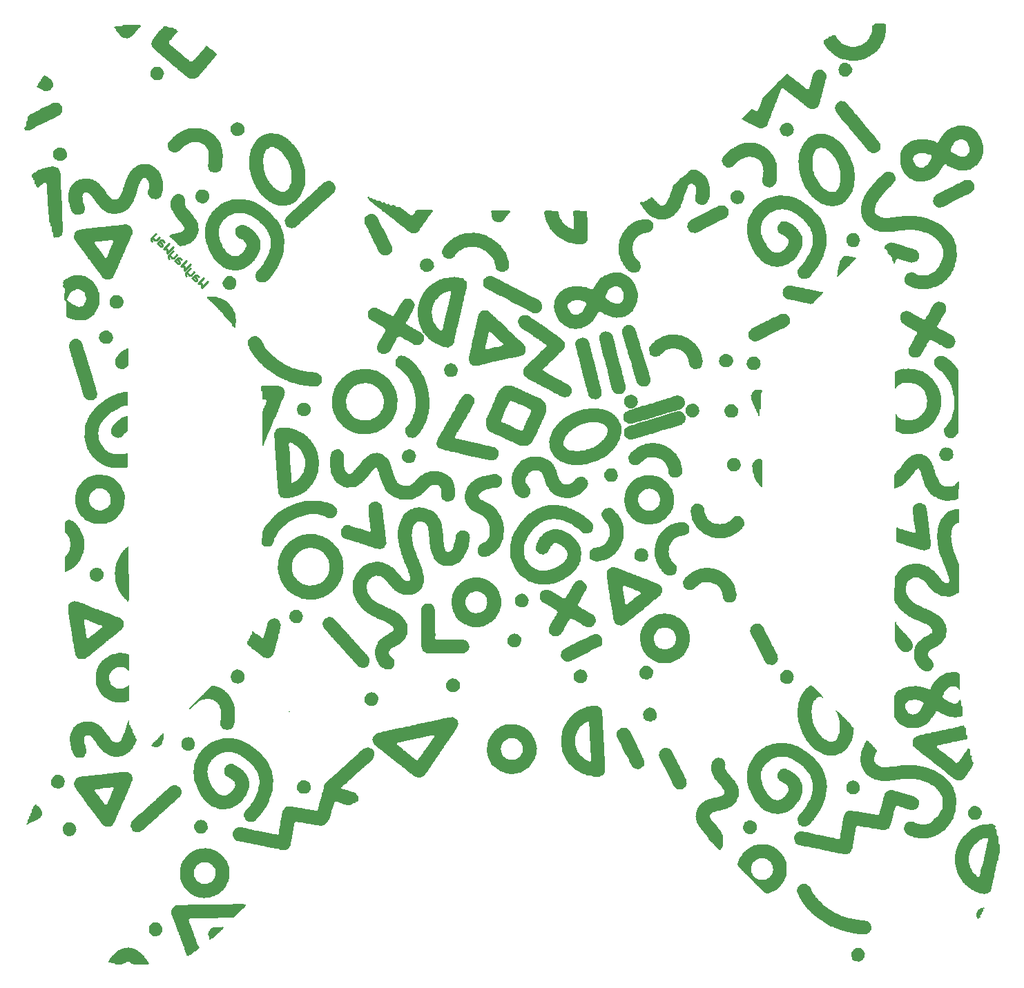
<source format=gbo>
G04*
G04 #@! TF.GenerationSoftware,Altium Limited,Altium Designer,22.2.1 (43)*
G04*
G04 Layer_Color=32896*
%FSLAX25Y25*%
%MOIN*%
G70*
G04*
G04 #@! TF.SameCoordinates,6F0AF130-F76F-4113-A5DE-7D687C79F967*
G04*
G04*
G04 #@! TF.FilePolarity,Positive*
G04*
G01*
G75*
%ADD17C,0.01000*%
G36*
X-186221Y226870D02*
X-179313Y226797D01*
X-179129Y226613D01*
X-179202Y226172D01*
X-179386Y225988D01*
X-179533Y225915D01*
X-180158Y225437D01*
X-180231Y225290D01*
X-180378Y225143D01*
X-180452Y224996D01*
X-181260Y224188D01*
X-181334Y224041D01*
X-181481Y223894D01*
X-181774Y223379D01*
X-182105Y222975D01*
X-182583Y222498D01*
X-182656Y222351D01*
X-182950Y222057D01*
X-183024Y221910D01*
X-183318Y221616D01*
X-183391Y221469D01*
X-183501Y221359D01*
X-183648Y221285D01*
X-183795Y221138D01*
X-184898Y220624D01*
X-185302Y220514D01*
X-185890Y220440D01*
X-186074Y220403D01*
X-186294Y220477D01*
X-187029Y220550D01*
X-187984Y221065D01*
X-188646Y221579D01*
X-189050Y221910D01*
X-189307Y222093D01*
X-189491Y222277D01*
X-189564Y222424D01*
X-189895Y222828D01*
X-190593Y223526D01*
X-190666Y223673D01*
X-191181Y224482D01*
X-191548Y225143D01*
X-192063Y225658D01*
Y225804D01*
Y225878D01*
X-191879Y226062D01*
X-191585Y226135D01*
X-191071Y226209D01*
X-188609Y226172D01*
X-188241Y226392D01*
X-188021Y226760D01*
X-187911Y226870D01*
X-187617Y226944D01*
X-186221Y226870D01*
D02*
G37*
G36*
X176508Y227489D02*
X179484Y227525D01*
X180109Y227415D01*
X180366Y227232D01*
X180439Y226938D01*
X180513Y224659D01*
X180439Y224439D01*
X180366Y223263D01*
X180292Y223043D01*
X180182Y222271D01*
X180035Y221095D01*
X179962Y220801D01*
X179815Y220434D01*
X179631Y220030D01*
X179447Y219552D01*
X179337Y219295D01*
X179043Y218780D01*
X178676Y217972D01*
X178235Y217164D01*
X177867Y216649D01*
X177794Y216355D01*
X177500Y215841D01*
X177316Y215657D01*
X176802Y215363D01*
X176471Y214739D01*
X175846Y214114D01*
X175699Y214041D01*
X175516Y213783D01*
X175405Y213673D01*
X175258Y213600D01*
X175111Y213453D01*
X174964Y213379D01*
X174560Y213049D01*
X174009Y212644D01*
X173862Y212571D01*
X173348Y212204D01*
X172833Y211910D01*
X172429Y211579D01*
X172319Y211469D01*
X171217Y210954D01*
X170298Y210624D01*
X169820Y210440D01*
X169306Y210293D01*
X168424Y210072D01*
X167175Y209852D01*
X166881Y209778D01*
X165926Y209705D01*
X164529Y209631D01*
X163096Y209742D01*
X162104Y209852D01*
X161369Y209925D01*
X160855Y210146D01*
X159900Y210293D01*
X158871Y210734D01*
X157915Y211101D01*
X156960Y211616D01*
X156152Y212056D01*
X155748Y212387D01*
X155637Y212497D01*
X155491Y212571D01*
X155270Y212791D01*
X155123Y212865D01*
X154719Y213195D01*
X154535Y213379D01*
X154388Y213453D01*
X154204Y213636D01*
X154131Y213783D01*
X153727Y214188D01*
X153690Y214224D01*
X153580Y214335D01*
X153433Y214408D01*
X153102Y214739D01*
X153029Y214886D01*
X152478Y215437D01*
X152331Y215510D01*
X151926Y215915D01*
X151559Y216576D01*
X151191Y217090D01*
X151118Y217237D01*
X150751Y217752D01*
X150677Y218046D01*
X150383Y218707D01*
X150457Y218928D01*
X150677Y219515D01*
X150861Y219699D01*
X151008Y219773D01*
X151339Y220103D01*
X151522Y220434D01*
X151890Y220508D01*
X152110Y220434D01*
X152478Y220508D01*
X152735Y220765D01*
X152808Y220985D01*
X152992Y221169D01*
X153947Y221242D01*
X154058Y221353D01*
X154278Y221720D01*
X154462Y221904D01*
X156005Y221830D01*
X156372Y221610D01*
X156483Y221500D01*
X156997Y220544D01*
X157144Y220397D01*
X157217Y220250D01*
X157438Y220030D01*
X157511Y219883D01*
X157658Y219736D01*
X157732Y219589D01*
X158797Y218523D01*
X158944Y218450D01*
X159312Y218082D01*
X159459Y218009D01*
X159606Y217862D01*
X159753Y217789D01*
X161590Y216907D01*
X162288Y216796D01*
X162582Y216723D01*
X162949Y216576D01*
X163537Y216429D01*
X163978Y216355D01*
X165558Y216319D01*
X165779Y216392D01*
X166440Y216466D01*
X166660Y216539D01*
X167579Y216870D01*
X168167Y217090D01*
X169784Y217899D01*
X170041Y218082D01*
X170188Y218229D01*
X170335Y218303D01*
X170702Y218670D01*
X170849Y218744D01*
X171511Y219258D01*
X171621Y219368D01*
X171694Y219515D01*
X172062Y220030D01*
X172135Y220177D01*
X172503Y220691D01*
X172650Y221059D01*
X172833Y221536D01*
X173458Y222675D01*
X173642Y223153D01*
X173715Y223447D01*
X173789Y223888D01*
X173862Y225284D01*
X173899Y225688D01*
X173826Y225909D01*
X173752Y226276D01*
X174009Y226607D01*
X174156Y226680D01*
X174487Y226938D01*
X174781Y227452D01*
X175111Y227562D01*
X176508Y227489D01*
D02*
G37*
G36*
X161706Y208608D02*
X162294Y208240D01*
X162662Y208093D01*
X163139Y207909D01*
X163286Y207836D01*
X163360Y207689D01*
X163654Y207028D01*
X163948Y206513D01*
X164242Y206072D01*
X164389Y205484D01*
X164315Y204749D01*
X164168Y204382D01*
X164095Y204235D01*
X163433Y203280D01*
X163360Y203133D01*
X163029Y202729D01*
X162882Y202582D01*
X162735Y202508D01*
X161780Y202067D01*
X161192Y201920D01*
X160531Y201994D01*
X160457D01*
X159869Y202067D01*
X159061Y202508D01*
X158840Y202729D01*
X158693Y202802D01*
X158510Y203059D01*
X158289Y203280D01*
X157775Y204382D01*
X157701Y204676D01*
X157628Y205631D01*
X157701Y205852D01*
X157812Y206256D01*
X158106Y207064D01*
X158473Y207652D01*
X158620Y207799D01*
X158767Y207873D01*
X158987Y208093D01*
X159796Y208461D01*
X160310Y208608D01*
X160604Y208681D01*
X161706Y208608D01*
D02*
G37*
G36*
X-166423Y226386D02*
X-166313Y226276D01*
X-166055Y225799D01*
X-165541Y225652D01*
X-165320Y225725D01*
X-163630Y225652D01*
X-163446Y225468D01*
X-163226Y225100D01*
X-163116Y224990D01*
X-162160Y224917D01*
X-162050Y224806D01*
X-162013Y224696D01*
X-161977Y224659D01*
X-161903Y224513D01*
X-161720Y224255D01*
X-161352Y224035D01*
X-161242Y223925D01*
X-161315Y223704D01*
X-161573Y223447D01*
X-161720Y223373D01*
X-162124Y223043D01*
X-162785Y222381D01*
X-162859Y222234D01*
X-163005Y222087D01*
X-163226Y221720D01*
X-163557Y221316D01*
X-163667Y221205D01*
X-163740Y221059D01*
X-163961Y220838D01*
X-164255Y220324D01*
X-164916Y219662D01*
X-164990Y219515D01*
X-165357Y219148D01*
X-165504Y218780D01*
X-165578Y218486D01*
X-165504Y218266D01*
X-165357Y217899D01*
X-164071Y216613D01*
X-163924Y216539D01*
X-163300Y216061D01*
X-163226Y215915D01*
X-163116Y215804D01*
X-162969Y215731D01*
X-162822Y215584D01*
X-162307Y215290D01*
X-162160Y215143D01*
X-162013Y215069D01*
X-161720Y214775D01*
X-161573Y214702D01*
X-161205Y214335D01*
X-161058Y214261D01*
X-160397Y213600D01*
X-160250Y213526D01*
X-159956Y213232D01*
X-159809Y213159D01*
X-159588Y212938D01*
X-159441Y212865D01*
X-159037Y212461D01*
X-158964Y212314D01*
X-158780Y212130D01*
X-158633Y212056D01*
X-158413Y211836D01*
X-158266Y211762D01*
X-157861Y211432D01*
X-157531Y211101D01*
X-157384Y211028D01*
X-156722Y210513D01*
X-156429Y210219D01*
X-156281Y210146D01*
X-155841Y209705D01*
X-155694Y209631D01*
X-155400Y209337D01*
X-155032Y209190D01*
X-154701Y209154D01*
X-154408Y209227D01*
X-154003Y209484D01*
X-153820Y209668D01*
X-153746Y209815D01*
X-153342Y210219D01*
X-153195Y210293D01*
X-152791Y210697D01*
X-152717Y210844D01*
X-152570Y210991D01*
X-152497Y211138D01*
X-151982Y211652D01*
X-151909Y211799D01*
X-151762Y211946D01*
X-151689Y212093D01*
X-151248Y212534D01*
X-151174Y212681D01*
X-150733Y213122D01*
X-150660Y213269D01*
X-150513Y213416D01*
X-150439Y213563D01*
X-150182Y213820D01*
X-150035Y213894D01*
X-149925Y214004D01*
X-149851Y214151D01*
X-149410Y214592D01*
X-149337Y214739D01*
X-149190Y214886D01*
X-149117Y215033D01*
X-148602Y215547D01*
X-148529Y215694D01*
X-148051Y216392D01*
X-147941Y216502D01*
X-147867Y216649D01*
X-147684Y216833D01*
X-147243Y216760D01*
X-146581Y216392D01*
X-146287Y215951D01*
X-146140Y215878D01*
X-145993Y215731D01*
X-145883Y215694D01*
X-145810Y215547D01*
X-145479Y215143D01*
X-144524Y215069D01*
X-144230Y214629D01*
X-144009Y214408D01*
X-143862Y214335D01*
X-143678Y214151D01*
X-143605Y214004D01*
X-143348Y213747D01*
X-143201Y213673D01*
X-142944Y213416D01*
X-142870Y213269D01*
X-142613Y212938D01*
X-142466Y212865D01*
X-142356Y212534D01*
X-142429Y212387D01*
X-142686Y212130D01*
X-142833Y212056D01*
X-143017Y211946D01*
X-143091Y211799D01*
X-143311Y211579D01*
X-143385Y211432D01*
X-143825Y210991D01*
X-143899Y210844D01*
X-144119Y210623D01*
X-144193Y210476D01*
X-144413Y210256D01*
X-144487Y210109D01*
X-144744Y209925D01*
X-145075Y209595D01*
X-145148Y209448D01*
X-145516Y209080D01*
X-145589Y208933D01*
X-145883Y208639D01*
X-145957Y208492D01*
X-146287Y208088D01*
X-146397Y207978D01*
X-146471Y207831D01*
X-146802Y207427D01*
X-146949Y207280D01*
X-147059Y207243D01*
X-147132Y207096D01*
X-147279Y206949D01*
X-147573Y206435D01*
X-147830Y206104D01*
X-147977Y206031D01*
X-148455Y205553D01*
X-148529Y205406D01*
X-148859Y205002D01*
X-148970Y204891D01*
X-149043Y204745D01*
X-149264Y204524D01*
X-149337Y204377D01*
X-149668Y203973D01*
X-150513Y203128D01*
X-150586Y202981D01*
X-150733Y202834D01*
X-150807Y202687D01*
X-151137Y202283D01*
X-151799Y201621D01*
X-151946Y201548D01*
X-152313Y201180D01*
X-152975Y200886D01*
X-153709Y200813D01*
X-155326Y200886D01*
X-156281Y201401D01*
X-156429Y201548D01*
X-156576Y201621D01*
X-156722Y201768D01*
X-156869Y201842D01*
X-157090Y202062D01*
X-157237Y202136D01*
X-157384Y202283D01*
X-157531Y202356D01*
X-157678Y202503D01*
X-157825Y202577D01*
X-158119Y202871D01*
X-158266Y202944D01*
X-158413Y203091D01*
X-158560Y203165D01*
X-158964Y203495D01*
X-159368Y203899D01*
X-159515Y203973D01*
X-160544Y205002D01*
X-160691Y205075D01*
X-161352Y205736D01*
X-161499Y205810D01*
X-162197Y206288D01*
X-162307Y206398D01*
X-162454Y206471D01*
X-162748Y206765D01*
X-162895Y206839D01*
X-163042Y206986D01*
X-163189Y207059D01*
X-163851Y207721D01*
X-163998Y207794D01*
X-164108Y207904D01*
X-164145Y208015D01*
X-164292Y208088D01*
X-164365Y208235D01*
X-164475Y208272D01*
X-164549Y208419D01*
X-164880Y208750D01*
X-165026Y208823D01*
X-165173Y208970D01*
X-165320Y209044D01*
X-165541Y209264D01*
X-165688Y209337D01*
X-165835Y209484D01*
X-165982Y209558D01*
X-166129Y209705D01*
X-166276Y209778D01*
X-166423Y209925D01*
X-166570Y209999D01*
X-166717Y210146D01*
X-166864Y210219D01*
X-167452Y210807D01*
X-167598Y210881D01*
X-168260Y211395D01*
X-168444Y211579D01*
X-168517Y211726D01*
X-168701Y211910D01*
X-168848Y211983D01*
X-169068Y212203D01*
X-169215Y212277D01*
X-169619Y212608D01*
X-170244Y213232D01*
X-170391Y213306D01*
X-170758Y213673D01*
X-170905Y213747D01*
X-171346Y214188D01*
X-171493Y214261D01*
X-171640Y214408D01*
X-171787Y214481D01*
X-172081Y214775D01*
X-172228Y214849D01*
X-172669Y215290D01*
X-172816Y215363D01*
X-173294Y215841D01*
X-173661Y216502D01*
X-173955Y216943D01*
X-174029Y217899D01*
X-173955Y218780D01*
X-173514Y219736D01*
X-173441Y219883D01*
X-172963Y220581D01*
X-172706Y220838D01*
X-172632Y220985D01*
X-172118Y221646D01*
X-171971Y221793D01*
X-171897Y221940D01*
X-171383Y222602D01*
X-170722Y223263D01*
X-170648Y223410D01*
X-170317Y223814D01*
X-169803Y224329D01*
X-169656Y224402D01*
X-169399Y224659D01*
X-169325Y224806D01*
X-169178Y224953D01*
X-169105Y225100D01*
X-168958Y225247D01*
X-168885Y225394D01*
X-168517Y225762D01*
X-168444Y225909D01*
X-168113Y226313D01*
X-167598Y226386D01*
X-166864Y226460D01*
X-166423Y226386D01*
D02*
G37*
G36*
X-170454Y206697D02*
X-170087Y206550D01*
X-169609Y206366D01*
X-169499Y206256D01*
X-169352Y206183D01*
X-169205Y206035D01*
X-169058Y205962D01*
X-168728Y205631D01*
X-168654Y205484D01*
X-168507Y205337D01*
X-168066Y204382D01*
X-167993Y203868D01*
X-167919Y203574D01*
X-168029Y202876D01*
X-168323Y202067D01*
X-168764Y201332D01*
X-169499Y200598D01*
X-169793Y200524D01*
X-170013Y200450D01*
X-170307Y200377D01*
X-170785Y200267D01*
X-171704Y200230D01*
X-171924Y200304D01*
X-172512Y200377D01*
X-173173Y200745D01*
X-173945Y201516D01*
X-174165Y201957D01*
X-174202Y201994D01*
X-174312Y202324D01*
X-174460Y202912D01*
X-174386Y204676D01*
X-174239Y205043D01*
X-173945Y205558D01*
X-173614Y205889D01*
X-173467Y205962D01*
X-173320Y206109D01*
X-173173Y206183D01*
X-172732Y206476D01*
X-171998Y206697D01*
X-171483Y206770D01*
X-170454Y206697D01*
D02*
G37*
G36*
X149454Y205194D02*
X150557Y204606D01*
X151181Y203981D01*
X151255Y203835D01*
X151549Y203320D01*
X151769Y202806D01*
X151843Y202291D01*
X151769Y201115D01*
X151696Y200895D01*
X151622Y200601D01*
X151255Y199499D01*
Y199425D01*
X151108Y198911D01*
X150961Y198323D01*
X150777Y197478D01*
X150557Y196890D01*
X150483Y196596D01*
X150336Y195714D01*
X150226Y195384D01*
X150079Y195016D01*
X149638Y193252D01*
X149491Y192297D01*
X149197Y191856D01*
X149013Y190644D01*
X148940Y190350D01*
X148793Y189982D01*
X148609Y189578D01*
X148499Y189174D01*
X148425Y188806D01*
X148352Y188512D01*
X148205Y188145D01*
X147911Y187704D01*
X147801Y187594D01*
X147727Y187447D01*
X147580Y187300D01*
X147544Y187190D01*
X147397Y187116D01*
X147176Y186896D01*
X146368Y186528D01*
X146000Y186381D01*
X145486Y186308D01*
X144163Y186381D01*
X142767Y187116D01*
X141591Y187998D01*
X140856Y188733D01*
X140709Y188806D01*
X140562Y188953D01*
X140048Y189247D01*
X139607Y189688D01*
X139460Y189762D01*
X138799Y190129D01*
X138541Y190386D01*
X138468Y190533D01*
X138211Y190790D01*
X138064Y190864D01*
X137549Y191158D01*
X137366Y191268D01*
X137292Y191415D01*
X137072Y191636D01*
X137035Y191746D01*
X136888Y191819D01*
X136374Y192113D01*
X135859Y192481D01*
X135345Y192995D01*
X135198Y193069D01*
X135051Y193216D01*
X134904Y193289D01*
X134757Y193436D01*
X134610Y193509D01*
X134389Y193730D01*
X134242Y193804D01*
X134022Y194024D01*
X133875Y194097D01*
X133655Y194318D01*
X133508Y194391D01*
X133140Y194759D01*
X132993Y194832D01*
X132552Y195126D01*
X132405Y195200D01*
X132258Y195347D01*
X132111Y195420D01*
X131744Y195788D01*
X131597Y195861D01*
X131303Y196155D01*
X130642Y196449D01*
X130274Y196376D01*
X130017Y196118D01*
X129797Y195604D01*
X129650Y195237D01*
X129466Y194759D01*
X129319Y194391D01*
X129135Y193987D01*
X128841Y193032D01*
X128694Y192444D01*
X128400Y191930D01*
X128253Y191783D01*
X128106Y191195D01*
X127996Y190717D01*
X127702Y189982D01*
X127225Y188917D01*
X127004Y188402D01*
X126710Y187741D01*
X126379Y186822D01*
X126232Y186455D01*
X126049Y185977D01*
X125902Y185463D01*
X125645Y184765D01*
X125351Y184030D01*
X125057Y183221D01*
X124910Y182854D01*
X124726Y182229D01*
X124653Y181935D01*
X124212Y180980D01*
X123954Y180282D01*
X123587Y179253D01*
X123440Y178886D01*
X123183Y178408D01*
X123109Y178261D01*
X122779Y177857D01*
X121382Y177196D01*
X120794Y177049D01*
X119398Y177122D01*
X119178Y177196D01*
X118700Y177379D01*
X118333Y177526D01*
X118075Y177636D01*
X116238Y178518D01*
X115430Y178959D01*
X113887Y179768D01*
X113740Y179914D01*
X113593Y179988D01*
X112931Y180282D01*
X112784Y180355D01*
X112270Y180723D01*
X111168Y181311D01*
X111057Y181421D01*
X110984Y181715D01*
X111204Y182082D01*
X111645Y182376D01*
X111719Y182523D01*
X112123Y182927D01*
X112270Y183001D01*
X112380Y183111D01*
X112454Y183258D01*
X112564Y183442D01*
X112711Y183515D01*
X112858Y183662D01*
X113005Y183736D01*
X113115Y183846D01*
X113189Y183993D01*
X113519Y184324D01*
X113666Y184397D01*
X113776Y184507D01*
X113850Y184654D01*
X114034Y184912D01*
X114181Y184985D01*
X114511Y185242D01*
X114585Y185389D01*
X114916Y185720D01*
X115062Y185793D01*
X115320Y186051D01*
X115393Y186198D01*
X115503Y186308D01*
X115797Y186381D01*
X116091Y186308D01*
X116495Y185977D01*
X117120Y185720D01*
X117855Y185426D01*
X118296Y185353D01*
X118700Y185683D01*
X118847Y185830D01*
X119214Y186638D01*
X119435Y187153D01*
X119766Y188072D01*
X119913Y188439D01*
X120096Y188917D01*
X120427Y189835D01*
X120684Y190460D01*
X120831Y190827D01*
X120978Y191415D01*
X121272Y191930D01*
X121493Y192150D01*
X121566Y192297D01*
X121897Y192701D01*
X122227Y192958D01*
X122301Y193105D01*
X122705Y193509D01*
X122852Y193583D01*
X122962Y193693D01*
X123036Y193840D01*
X123440Y194244D01*
X123587Y194318D01*
X123697Y194428D01*
X123771Y194575D01*
X124101Y194906D01*
X124248Y194979D01*
X124358Y195089D01*
X124432Y195237D01*
X124836Y195641D01*
X124983Y195714D01*
X125093Y195824D01*
X125167Y195971D01*
X125571Y196376D01*
X125718Y196449D01*
X125902Y196706D01*
X126232Y197037D01*
X126379Y197110D01*
X126490Y197221D01*
X126563Y197368D01*
X126894Y197698D01*
X127041Y197772D01*
X127151Y197882D01*
X127225Y198029D01*
X127629Y198433D01*
X127776Y198507D01*
X127886Y198617D01*
X127959Y198764D01*
X128364Y199168D01*
X128510Y199241D01*
X128621Y199352D01*
X128694Y199499D01*
X129098Y199903D01*
X129245Y199976D01*
X129613Y200417D01*
X129760Y200564D01*
X129907Y200638D01*
X130017Y200748D01*
X130090Y200895D01*
X130495Y201299D01*
X130642Y201373D01*
X130825Y201630D01*
X131156Y201960D01*
X131303Y202034D01*
X131413Y202144D01*
X131487Y202291D01*
X131891Y202695D01*
X132038Y202769D01*
X132222Y202953D01*
X132295Y203100D01*
X132479Y203283D01*
X132993Y203357D01*
X133397Y203026D01*
X133581Y202842D01*
X133728Y202769D01*
X134647Y202071D01*
X134830Y201887D01*
X134977Y201814D01*
X135198Y201593D01*
X135345Y201520D01*
X135565Y201299D01*
X135712Y201226D01*
X136227Y200711D01*
X136374Y200638D01*
X136521Y200491D01*
X136668Y200417D01*
X137329Y199903D01*
X137549Y199682D01*
X137696Y199609D01*
X138394Y199131D01*
X138946Y198580D01*
X139093Y198507D01*
X139791Y198029D01*
X140121Y197772D01*
X140269Y197698D01*
X141187Y197000D01*
X141628Y196559D01*
X141701Y196412D01*
X141959Y196155D01*
X142106Y196082D01*
X142620Y195861D01*
X143208Y195935D01*
X143392Y196118D01*
X143612Y196633D01*
X143759Y197147D01*
X144053Y198323D01*
X144200Y198837D01*
X144421Y199719D01*
X144567Y200234D01*
X144788Y200969D01*
X144935Y201483D01*
X145008Y201997D01*
X145082Y202291D01*
X145266Y202769D01*
X145449Y203173D01*
X145596Y203540D01*
X145817Y203908D01*
X146147Y204312D01*
X146515Y204680D01*
X147176Y204974D01*
X147911Y205194D01*
X148646Y205268D01*
X149454Y205194D01*
D02*
G37*
G36*
X-225084Y202399D02*
X-224937Y202252D01*
X-224790Y202178D01*
X-224643Y202031D01*
X-224496Y201958D01*
X-223541Y201444D01*
X-223136Y201113D01*
X-222879Y200856D01*
X-222732Y200782D01*
X-222108Y200157D01*
X-222034Y200010D01*
X-221667Y199202D01*
X-221520Y198688D01*
X-221483Y198210D01*
X-221630Y197402D01*
X-221887Y196851D01*
X-222585Y195932D01*
X-222732Y195785D01*
X-222879Y195712D01*
X-223173Y195417D01*
X-223320Y195344D01*
X-223467Y195197D01*
X-223981Y195050D01*
X-225819Y195124D01*
X-226039Y195197D01*
X-228023Y196152D01*
X-228685Y196520D01*
X-228832Y196667D01*
X-229346Y196961D01*
X-229456Y197071D01*
X-229383Y197292D01*
Y197365D01*
X-229199Y197549D01*
X-229052Y197622D01*
X-228942Y197732D01*
X-228868Y198026D01*
X-228795Y198761D01*
X-228611Y198945D01*
X-228464Y199018D01*
X-228134Y199349D01*
X-228060Y199496D01*
X-227876Y199680D01*
X-227509Y199900D01*
X-227435Y200782D01*
X-227288Y201003D01*
X-227141Y201076D01*
X-226811Y201333D01*
X-226737Y201480D01*
X-226333Y201884D01*
X-226186Y201958D01*
X-226002Y202142D01*
X-225929Y202289D01*
X-225745Y202472D01*
X-225084Y202399D01*
D02*
G37*
G36*
X-219598Y189334D02*
X-219304Y189261D01*
X-218899Y189151D01*
X-218532Y189004D01*
X-218275Y188820D01*
X-218018Y188563D01*
X-217944Y188416D01*
X-217797Y188269D01*
X-217724Y188122D01*
X-217283Y187681D01*
X-217209Y187534D01*
X-217062Y187167D01*
X-216989Y186211D01*
X-217062Y185256D01*
X-217136Y185036D01*
X-217319Y184558D01*
X-217907Y183823D01*
X-218348Y183382D01*
X-219230Y182941D01*
X-219267Y182904D01*
X-221582Y181692D01*
X-221729Y181545D01*
X-221876Y181471D01*
X-222023Y181324D01*
X-222390Y181177D01*
X-223309Y180847D01*
X-223860Y180516D01*
X-224374Y180296D01*
X-224852Y180112D01*
X-225219Y179965D01*
X-226358Y179340D01*
X-227277Y179009D01*
X-227718Y178716D01*
X-228122Y178532D01*
X-228637Y178311D01*
X-228783Y178238D01*
X-229371Y177871D01*
X-230327Y177356D01*
X-230841Y177062D01*
X-231429Y176695D01*
X-231723Y176621D01*
X-232237Y176401D01*
X-232899Y176107D01*
X-233193Y176033D01*
X-234809Y176107D01*
X-235140Y176364D01*
X-235287Y176731D01*
X-235361Y177025D01*
X-235287Y177466D01*
X-235103Y177650D01*
X-234736Y177871D01*
X-234626Y177981D01*
X-234552Y178495D01*
X-234626Y178789D01*
X-234552Y180259D01*
X-234368Y180443D01*
X-234222Y180516D01*
X-233964Y180700D01*
X-233891Y180994D01*
X-233928Y182206D01*
X-233817Y182463D01*
X-233707Y182574D01*
X-233229Y182831D01*
X-232825Y183602D01*
X-232678Y183676D01*
X-232017Y183970D01*
X-231208Y184411D01*
X-230400Y184778D01*
X-229739Y185146D01*
X-229077Y185440D01*
X-228600Y185623D01*
X-228159Y185917D01*
X-227020Y186542D01*
X-225623Y187277D01*
X-223199Y188453D01*
X-222831Y188600D01*
X-221435Y189261D01*
X-220957Y189371D01*
X-219818Y189408D01*
X-219598Y189334D01*
D02*
G37*
G36*
X-131580Y179727D02*
X-130845Y179433D01*
X-130184Y179066D01*
X-129706Y178588D01*
X-129412Y178074D01*
X-129118Y177633D01*
X-129045Y176898D01*
X-129118Y175428D01*
X-129412Y174914D01*
X-129743Y174510D01*
X-130037Y174216D01*
X-130184Y174142D01*
X-130551Y173775D01*
X-130992Y173554D01*
X-131065D01*
X-131947Y173334D01*
X-132315Y173260D01*
X-132535Y173334D01*
X-133380Y173444D01*
X-133748Y173518D01*
X-134115Y173664D01*
X-134446Y173922D01*
X-134593Y173995D01*
X-134924Y174326D01*
X-134997Y174473D01*
X-135217Y174693D01*
X-135658Y175649D01*
X-135732Y176163D01*
X-135658Y177486D01*
X-135071Y178588D01*
X-134740Y178992D01*
X-134593Y179139D01*
X-134446Y179213D01*
X-133491Y179654D01*
X-132903Y179801D01*
X-131580Y179727D01*
D02*
G37*
G36*
X133561Y179580D02*
X134075Y179360D01*
X134884Y178919D01*
X135288Y178588D01*
X135435Y178441D01*
X135508Y178294D01*
X136023Y177192D01*
X136096Y176457D01*
X136023Y175502D01*
X135986Y175465D01*
X135839Y175098D01*
X135582Y174546D01*
X135067Y173885D01*
X134516Y173554D01*
X133598Y173224D01*
X133194Y173113D01*
X132716Y173077D01*
X132054Y173150D01*
X131687Y173224D01*
X131393Y173297D01*
X130658Y173738D01*
X129850Y174546D01*
X129776Y174693D01*
X129482Y175355D01*
X129409Y175649D01*
X129335Y176163D01*
X129409Y177192D01*
X129556Y177559D01*
X129850Y178074D01*
X130364Y178735D01*
X130474Y178845D01*
X130621Y178919D01*
X130768Y179066D01*
X131430Y179360D01*
X132165Y179580D01*
X132679Y179654D01*
X133561Y179580D01*
D02*
G37*
G36*
X218706Y178238D02*
X218926Y178164D01*
X219330Y178054D01*
X219624Y177981D01*
X220249Y177797D01*
X220763Y177723D01*
X221167Y177613D01*
X221755Y177246D01*
X222380Y176842D01*
X222894Y176474D01*
X223409Y176180D01*
X223813Y175849D01*
X223923Y175739D01*
X224070Y175666D01*
X224548Y175335D01*
X224621Y175188D01*
X225283Y173939D01*
X225576Y173645D01*
X225650Y173498D01*
X226826Y171073D01*
X226899Y170779D01*
X227010Y170301D01*
X227120Y169897D01*
X227267Y169309D01*
X227377Y168611D01*
X227450Y168317D01*
X227524Y167729D01*
X227561Y166590D01*
X227487Y166370D01*
X227414Y165120D01*
X227267Y164753D01*
X227083Y163834D01*
X226973Y163430D01*
X226716Y162732D01*
X225650Y160785D01*
X225283Y160270D01*
X225209Y160123D01*
X224989Y159903D01*
X224915Y159756D01*
X224070Y158911D01*
X223923Y158837D01*
X223005Y158213D01*
X222564Y157919D01*
X221571Y157368D01*
X221131Y157074D01*
X220322Y156853D01*
X219440Y156633D01*
X218412Y156486D01*
X215840Y156559D01*
X215619Y156633D01*
X215141Y156816D01*
X214737Y157000D01*
X214260Y157184D01*
X213855Y157294D01*
X213378Y157478D01*
X213121Y157588D01*
X212680Y157882D01*
X212312Y158029D01*
X211798Y158176D01*
X210695Y158764D01*
X209997Y159241D01*
X209740Y159499D01*
X209593Y159572D01*
X209226Y159719D01*
X208858Y159646D01*
X208381Y159168D01*
X208307Y159021D01*
X207940Y158507D01*
X207866Y158360D01*
X207278Y157257D01*
X206984Y156963D01*
X206911Y156816D01*
X206617Y156376D01*
X206249Y155714D01*
X206102Y155567D01*
X206029Y155420D01*
X205882Y155273D01*
X205809Y155126D01*
X204522Y153840D01*
X204376Y153767D01*
X204229Y153620D01*
X203714Y153326D01*
X203200Y152958D01*
X202685Y152664D01*
X202098Y152297D01*
X200554Y151562D01*
X200040Y151489D01*
X198533Y151378D01*
X197578Y151305D01*
X195704Y151268D01*
X195484Y151342D01*
X195300Y151378D01*
X195263Y151415D01*
X194712Y151525D01*
X194418Y151599D01*
X194051Y151746D01*
X193132Y152297D01*
X192654Y152481D01*
X192213Y152775D01*
X191479Y153363D01*
X190633Y153840D01*
X190376Y154244D01*
X190119Y154502D01*
X189972Y154575D01*
X189715Y154832D01*
X189531Y155310D01*
X189274Y155714D01*
X188833Y156155D01*
X188760Y156302D01*
X188392Y157110D01*
X188245Y157478D01*
X187878Y158286D01*
X187731Y158801D01*
X187657Y159535D01*
X187584Y161152D01*
X187657Y165414D01*
X187731Y165635D01*
X187878Y166002D01*
X188466Y167105D01*
X189348Y168280D01*
X189899Y168832D01*
X190046Y168905D01*
X190487Y169346D01*
X190633Y169419D01*
X190780Y169566D01*
X190928Y169640D01*
X191295Y170007D01*
X191442Y170081D01*
X191883Y170375D01*
X192250Y170522D01*
X193389Y170926D01*
X194014Y171183D01*
X194896Y171404D01*
X196145Y171624D01*
X200848Y171551D01*
X201216Y171404D01*
X201914Y171293D01*
X202208Y171220D01*
X202796Y170999D01*
X203420Y170816D01*
X204155Y170595D01*
X204853Y170338D01*
X204963Y170228D01*
X205331Y170081D01*
X205698Y170154D01*
X205809Y170264D01*
X205956Y170632D01*
X206139Y171110D01*
X206323Y171367D01*
X206543Y171587D01*
X207131Y172690D01*
X207646Y173351D01*
X207793Y173498D01*
X207866Y173645D01*
X208087Y173865D01*
X208160Y174012D01*
X208307Y174159D01*
X208381Y174306D01*
X208601Y174527D01*
X208895Y175041D01*
X209152Y175372D01*
X209299Y175445D01*
X209446Y175592D01*
X209593Y175666D01*
X209814Y175886D01*
X209961Y175960D01*
X210255Y176254D01*
X210402Y176327D01*
X211063Y176695D01*
X212018Y177136D01*
X212422Y177246D01*
X212790Y177393D01*
X213561Y177723D01*
X214590Y178017D01*
X215178Y178164D01*
X215913Y178238D01*
X217089Y178311D01*
X218706Y178238D01*
D02*
G37*
G36*
X160016Y190089D02*
X160384Y189942D01*
X161192Y189501D01*
X161412Y189280D01*
X161559Y189207D01*
X161743Y188950D01*
X161964Y188729D01*
X162037Y188582D01*
X162625Y187995D01*
X162698Y187847D01*
X162919Y187627D01*
X162992Y187480D01*
X163139Y187333D01*
X163213Y187186D01*
X164315Y186084D01*
X164389Y185937D01*
X164903Y185275D01*
X165270Y184908D01*
X165344Y184761D01*
X165858Y184100D01*
X166299Y183659D01*
X166373Y183512D01*
X166850Y182814D01*
X166997Y182740D01*
X167475Y182263D01*
X167549Y182115D01*
X167696Y181969D01*
X167769Y181822D01*
X168357Y181234D01*
X168430Y181087D01*
X168798Y180572D01*
X168871Y180425D01*
X169386Y179911D01*
X169459Y179764D01*
X169606Y179617D01*
X169680Y179470D01*
X170010Y179066D01*
X170194Y178882D01*
X170268Y178735D01*
X170488Y178515D01*
X170562Y178368D01*
X170892Y177963D01*
X171517Y177339D01*
X171590Y177192D01*
X172105Y176531D01*
X172472Y176163D01*
X172546Y176016D01*
X172693Y175869D01*
X172766Y175722D01*
X173795Y174693D01*
X173869Y174546D01*
X174567Y173628D01*
X175044Y173150D01*
X175118Y173003D01*
X175265Y172856D01*
X175338Y172709D01*
X175706Y172342D01*
X175779Y172195D01*
X175926Y172048D01*
X176000Y171901D01*
X176514Y171239D01*
X177249Y170505D01*
X177322Y170358D01*
X177837Y169255D01*
X177910Y168741D01*
X177984Y167712D01*
X177910Y167492D01*
X177763Y167124D01*
X177322Y166316D01*
X176992Y165912D01*
X176845Y165765D01*
X176330Y165471D01*
X175816Y165250D01*
X175301Y165103D01*
X175007Y165030D01*
X173832Y165103D01*
X173464Y165250D01*
X172215Y165912D01*
X171994Y166132D01*
X171884Y166169D01*
X171811Y166316D01*
X171664Y166463D01*
X171443Y166830D01*
X171113Y167161D01*
X170966Y167234D01*
X170782Y167418D01*
X170709Y167565D01*
X170341Y168227D01*
X170194Y168374D01*
X170121Y168520D01*
X169753Y168888D01*
X169680Y169035D01*
X169165Y169696D01*
X168871Y169990D01*
X168798Y170137D01*
X168651Y170284D01*
X168577Y170431D01*
X168247Y170835D01*
X168100Y170982D01*
X167953Y171056D01*
X167475Y171533D01*
X167402Y171680D01*
X166887Y172342D01*
X166740Y172489D01*
X166667Y172636D01*
X166152Y173297D01*
X165638Y173811D01*
X165564Y173959D01*
X165418Y174105D01*
X165344Y174252D01*
X165013Y174583D01*
X164977Y174620D01*
X164756Y174840D01*
X164683Y174987D01*
X164462Y175208D01*
X164389Y175355D01*
X163874Y175869D01*
X163801Y176016D01*
X163654Y176163D01*
X163580Y176310D01*
X163433Y176457D01*
X163360Y176604D01*
X162992Y176971D01*
X162919Y177118D01*
X162772Y177265D01*
X162698Y177412D01*
X162368Y177816D01*
X162110Y178074D01*
X162037Y178221D01*
X161890Y178368D01*
X161817Y178515D01*
X161302Y179029D01*
X161229Y179176D01*
X160861Y179543D01*
X160788Y179691D01*
X160200Y180278D01*
X160126Y180425D01*
X159612Y180940D01*
X159538Y181087D01*
X159024Y181748D01*
X158693Y182152D01*
X158253Y182740D01*
X158106Y182814D01*
X157775Y183144D01*
X157334Y183953D01*
X156819Y184467D01*
X156746Y184614D01*
X156452Y185055D01*
X156232Y185569D01*
X156085Y186084D01*
X156011Y186598D01*
X156085Y187847D01*
X156452Y188509D01*
X156783Y188913D01*
X156966Y189170D01*
X157224Y189427D01*
X157371Y189501D01*
X157591Y189721D01*
X158253Y190015D01*
X158840Y190162D01*
X160016Y190089D01*
D02*
G37*
G36*
X-217413Y167675D02*
X-216898Y167455D01*
X-216531Y167308D01*
X-216237Y167234D01*
X-215722Y166867D01*
X-215355Y166279D01*
X-215024Y165728D01*
X-214914Y165103D01*
X-214877Y163964D01*
Y163891D01*
X-214951Y163303D01*
X-215392Y162495D01*
X-216163Y161723D01*
X-216678Y161502D01*
X-217192Y161355D01*
X-217486Y161282D01*
X-218441Y161208D01*
X-219176Y161282D01*
X-220132Y161796D01*
X-220536Y162127D01*
X-220756Y162348D01*
X-220830Y162495D01*
X-221344Y163229D01*
X-221454Y163927D01*
X-221491Y164920D01*
X-221418Y165140D01*
X-221344Y165728D01*
X-220977Y166242D01*
X-220866Y166353D01*
X-220756Y166389D01*
X-220683Y166536D01*
X-220536Y166683D01*
X-220462Y166830D01*
X-220352Y167014D01*
X-220205Y167087D01*
X-219691Y167308D01*
X-219213Y167492D01*
X-218846Y167639D01*
X-218441Y167749D01*
X-217413Y167675D01*
D02*
G37*
G36*
X-150766Y177036D02*
X-149995Y176926D01*
X-149260Y176779D01*
X-147974Y176375D01*
X-147459Y176154D01*
X-146504Y175714D01*
X-146210Y175640D01*
X-145843Y175420D01*
X-145659Y175236D01*
X-145586Y175089D01*
X-145475Y174979D01*
X-144814Y174611D01*
X-144594Y174391D01*
X-144447Y174317D01*
X-143785Y173950D01*
X-143602Y173766D01*
X-143528Y173619D01*
X-143160Y173105D01*
X-142977Y172921D01*
X-142830Y172848D01*
X-142720Y172737D01*
X-142646Y172590D01*
X-142426Y172370D01*
X-142352Y172223D01*
X-142205Y172076D01*
X-142132Y171929D01*
X-141470Y170974D01*
X-141287Y170496D01*
X-140588Y169137D01*
X-140442Y168769D01*
X-140074Y167593D01*
X-139854Y166711D01*
X-139707Y165242D01*
X-139633Y164286D01*
X-139596Y163515D01*
X-139670Y161384D01*
X-139743Y160355D01*
X-139817Y159179D01*
X-139927Y158554D01*
X-140148Y158040D01*
X-140478Y157121D01*
X-140846Y156534D01*
X-140993Y156460D01*
X-141948Y155946D01*
X-142609Y155652D01*
X-142903Y155578D01*
X-144153Y155652D01*
X-144520Y155799D01*
X-145071Y155909D01*
X-145439Y156056D01*
X-145659Y156276D01*
X-145733Y156423D01*
X-146063Y156827D01*
X-146247Y157085D01*
X-146467Y157452D01*
X-146541Y157966D01*
X-146614Y158261D01*
X-146725Y158665D01*
X-146761Y159436D01*
X-146688Y159657D01*
X-146614Y159951D01*
X-146541Y160465D01*
X-146467Y160759D01*
X-146320Y162229D01*
X-146394Y164874D01*
X-146467Y165095D01*
X-146541Y165830D01*
X-146614Y166050D01*
X-146798Y166528D01*
X-147423Y167667D01*
X-147790Y168328D01*
X-148121Y168732D01*
X-148268Y168879D01*
X-148415Y168953D01*
X-149223Y169394D01*
X-149738Y169688D01*
X-150105Y169835D01*
X-151281Y170202D01*
X-151575Y170276D01*
X-152604Y170423D01*
X-153853Y170349D01*
X-154073Y170276D01*
X-154588Y170129D01*
X-155176Y169982D01*
X-155764Y169908D01*
X-156462Y169430D01*
X-157343Y168990D01*
X-157748Y168732D01*
X-158666Y168034D01*
X-158850Y167850D01*
X-158997Y167777D01*
X-159622Y167152D01*
X-159695Y167005D01*
X-160614Y166087D01*
X-160761Y166013D01*
X-161495Y165499D01*
X-162010Y165352D01*
X-162598Y165205D01*
X-163553Y165278D01*
X-164802Y165940D01*
X-165207Y166271D01*
X-165354Y166418D01*
X-165427Y166565D01*
X-165795Y167079D01*
X-165868Y167226D01*
X-166162Y167887D01*
Y167961D01*
X-166199Y167998D01*
X-166235Y169137D01*
X-166088Y169504D01*
X-165427Y170753D01*
X-165280Y170900D01*
X-165207Y171047D01*
X-163884Y172370D01*
X-163810Y172517D01*
X-163259Y172921D01*
X-162745Y173215D01*
X-162414Y173546D01*
X-162341Y173693D01*
X-162230Y173876D01*
X-162083Y173950D01*
X-161569Y174170D01*
X-161202Y174391D01*
X-161018Y174575D01*
X-160981Y174685D01*
X-160834Y174758D01*
X-160467Y174905D01*
X-159805Y175273D01*
X-159585Y175493D01*
X-159438Y175567D01*
X-158630Y175934D01*
X-157895Y176228D01*
X-157380Y176449D01*
X-156021Y176926D01*
X-155653Y177000D01*
X-154257Y177073D01*
X-150987Y177110D01*
X-150766Y177036D01*
D02*
G37*
G36*
X117541Y169880D02*
X117761Y169807D01*
X118276Y169659D01*
X119415Y169255D01*
X120223Y168961D01*
X120517Y168888D01*
X121252Y168447D01*
X121435Y168263D01*
X121582Y168190D01*
X122097Y167969D01*
X122611Y167675D01*
X122979Y167308D01*
X123640Y166940D01*
X123824Y166757D01*
X124044Y166389D01*
X124375Y166059D01*
X124522Y165985D01*
X124926Y165581D01*
X125000Y165434D01*
X125661Y164479D01*
X125734Y164332D01*
X126102Y163670D01*
X126469Y163082D01*
X126763Y162568D01*
X127131Y161760D01*
X127241Y161355D01*
X127314Y161062D01*
X127462Y160694D01*
X127719Y159849D01*
X127792Y159335D01*
X127829Y159151D01*
X127866Y159114D01*
X127976Y156726D01*
X128013Y155219D01*
X127939Y154999D01*
X127866Y152500D01*
X127792Y152280D01*
X127719Y151545D01*
X127645Y151324D01*
X127388Y150626D01*
X126837Y149634D01*
X126359Y149157D01*
X126212Y149083D01*
X125110Y148569D01*
X124522Y148422D01*
X123199Y148495D01*
X122538Y148863D01*
X121840Y149340D01*
X121546Y149634D01*
X121472Y149781D01*
X120958Y150884D01*
X120884Y151178D01*
X120958Y152500D01*
X121031Y152721D01*
X121105Y153603D01*
X121178Y153823D01*
X121325Y155440D01*
X121399Y156469D01*
X121325Y156689D01*
X121215Y157534D01*
X121142Y157975D01*
X120774Y159445D01*
X120554Y160033D01*
X120260Y160474D01*
X119709Y161245D01*
X119488Y161613D01*
X119084Y162017D01*
X118276Y162384D01*
X117026Y162972D01*
X116512Y163046D01*
X116218Y163119D01*
X115299Y163229D01*
X114528Y163266D01*
X114307Y163193D01*
X113462Y163082D01*
X112801Y163009D01*
X112507Y162935D01*
X112139Y162788D01*
X110266Y161796D01*
X109825Y161502D01*
X109678Y161429D01*
X109531Y161282D01*
X109384Y161208D01*
X108869Y160841D01*
X108722Y160768D01*
X108245Y160290D01*
X108171Y160143D01*
X107767Y159739D01*
X107620Y159665D01*
X107289Y159335D01*
X106995Y158820D01*
X106885Y158710D01*
X106738Y158636D01*
X106077Y158343D01*
X105709Y158195D01*
X104827Y158049D01*
X103872Y158122D01*
X103211Y158490D01*
X103064Y158636D01*
X102917Y158710D01*
X102770Y158857D01*
X102623Y158930D01*
X101998Y159408D01*
X101925Y159555D01*
X101704Y160070D01*
X101410Y161025D01*
X101337Y161319D01*
X101410Y162127D01*
X101631Y162642D01*
X101778Y163009D01*
X102072Y163523D01*
X102807Y164258D01*
X102880Y164405D01*
X103505Y165030D01*
X103652Y165103D01*
X104166Y165618D01*
X104313Y165691D01*
X104827Y166206D01*
X105342Y166500D01*
X105856Y167014D01*
X106371Y167234D01*
X106848Y167418D01*
X107179Y167749D01*
X107326Y167822D01*
X107473Y167969D01*
X107841Y168116D01*
X108502Y168484D01*
X108943Y168778D01*
X109237Y168851D01*
X109604Y168998D01*
X110082Y169182D01*
X110670Y169402D01*
X111037Y169549D01*
X112213Y169843D01*
X112617Y169953D01*
X117541Y169880D01*
D02*
G37*
G36*
X-175194Y159628D02*
X-174753Y159555D01*
X-174386Y159408D01*
X-173945Y159114D01*
X-173210Y158673D01*
X-172769Y158379D01*
X-172585Y158195D01*
X-172439Y158122D01*
X-171777Y157608D01*
X-170895Y156726D01*
X-170748Y156652D01*
X-170565Y156469D01*
X-170491Y156322D01*
X-169609Y154705D01*
X-169315Y154043D01*
X-169168Y153529D01*
X-169058Y153051D01*
X-168948Y152647D01*
X-168801Y152280D01*
X-168654Y151765D01*
X-168580Y151471D01*
X-168507Y149855D01*
X-168580Y146768D01*
X-168654Y146548D01*
X-168764Y146144D01*
X-168875Y146034D01*
X-169095Y145299D01*
X-169279Y144527D01*
X-169462Y144049D01*
X-169720Y143792D01*
X-169867Y143719D01*
X-170381Y143351D01*
X-170528Y143278D01*
X-170748Y143057D01*
X-171263Y142837D01*
X-171777Y142763D01*
X-173027Y142837D01*
X-173247Y142910D01*
X-173651Y143020D01*
X-174019Y143167D01*
X-174423Y143425D01*
X-174900Y143902D01*
X-174974Y144049D01*
X-175194Y144270D01*
X-175268Y144417D01*
X-175562Y145078D01*
X-175635Y145372D01*
X-175709Y145887D01*
X-175635Y146842D01*
X-175562Y147062D01*
X-175194Y148018D01*
X-175047Y148606D01*
X-175121Y150149D01*
X-175268Y150516D01*
X-175378Y151067D01*
X-175452Y151361D01*
X-175892Y152096D01*
X-176076Y152353D01*
X-176480Y152758D01*
X-176627Y152831D01*
X-177142Y153051D01*
X-177803Y152978D01*
X-178464Y152464D01*
X-178648Y152280D01*
X-178722Y152133D01*
X-178942Y151912D01*
X-179016Y151765D01*
X-179383Y151398D01*
X-179530Y151031D01*
X-179604Y150737D01*
X-179787Y150259D01*
X-180008Y149671D01*
X-180155Y149304D01*
X-180853Y147136D01*
X-180926Y146842D01*
X-181073Y146327D01*
X-181294Y145592D01*
X-181441Y145078D01*
X-181624Y144600D01*
X-182139Y143131D01*
X-182543Y142286D01*
X-182616Y141992D01*
X-182690Y141551D01*
X-183021Y141147D01*
X-183204Y140963D01*
X-183241Y140853D01*
X-183278Y140816D01*
X-184527Y139126D01*
X-184821Y138685D01*
X-184895Y138538D01*
X-185152Y138281D01*
X-185299Y138207D01*
X-185960Y137693D01*
X-186328Y137252D01*
X-186548Y137031D01*
X-187063Y136811D01*
X-187540Y136627D01*
X-188385Y136223D01*
X-189267Y136003D01*
X-189965Y135892D01*
X-190333Y135819D01*
X-190627Y135745D01*
X-191215Y135672D01*
X-192353Y135635D01*
X-192574Y135708D01*
X-193309Y135782D01*
X-193529Y135855D01*
X-194007Y135966D01*
X-194374Y136039D01*
X-194668Y136113D01*
X-195256Y136333D01*
X-195367Y136443D01*
X-195881Y136664D01*
X-196248Y136811D01*
X-196763Y137105D01*
X-197277Y137619D01*
X-197424Y137693D01*
X-198747Y139015D01*
X-198894Y139089D01*
X-199004Y139199D01*
X-199078Y139346D01*
X-199224Y139493D01*
X-199298Y139640D01*
X-199629Y140044D01*
X-199923Y140338D01*
X-200070Y140412D01*
X-200180Y140522D01*
X-200474Y141036D01*
X-200841Y141404D01*
X-200915Y141551D01*
X-201135Y141771D01*
X-201209Y141918D01*
X-201503Y142359D01*
X-201870Y143020D01*
X-202201Y143425D01*
X-202311Y143535D01*
X-202384Y143682D01*
X-202899Y144196D01*
X-202972Y144343D01*
X-203487Y145005D01*
X-203818Y145262D01*
X-205214Y145923D01*
X-205508Y145997D01*
X-206316Y145923D01*
X-206794Y145592D01*
X-206867Y145446D01*
X-207014Y145299D01*
X-207088Y145152D01*
X-207235Y144784D01*
X-207308Y143829D01*
X-207235Y143314D01*
X-207161Y142433D01*
X-207088Y142212D01*
X-206977Y141440D01*
X-206647Y140669D01*
X-206537Y139971D01*
X-206206Y138905D01*
X-206279Y137656D01*
X-206426Y137288D01*
X-206573Y136701D01*
X-206867Y136186D01*
X-207271Y135782D01*
X-207933Y135488D01*
X-208447Y135341D01*
X-208741Y135268D01*
X-210725Y135341D01*
X-211534Y135855D01*
X-211681Y135929D01*
X-212158Y136260D01*
X-212232Y136407D01*
X-212452Y136921D01*
X-212636Y137399D01*
X-213114Y138464D01*
X-213224Y138868D01*
X-213371Y139236D01*
X-213444Y139530D01*
X-213628Y140155D01*
X-213702Y140816D01*
X-213995Y141477D01*
X-214069Y141845D01*
X-213995Y142065D01*
X-214032Y145629D01*
X-213885Y146438D01*
X-213812Y146732D01*
X-213702Y147136D01*
X-213628Y147430D01*
X-213481Y147797D01*
X-212893Y148899D01*
X-212746Y149046D01*
X-212673Y149193D01*
X-212526Y149340D01*
X-212452Y149487D01*
X-212085Y149855D01*
X-212011Y150002D01*
X-211607Y150406D01*
X-211460Y150479D01*
X-210982Y150957D01*
X-210762Y151324D01*
X-210578Y151508D01*
X-209880Y151765D01*
X-209513Y151912D01*
X-208962Y152243D01*
X-208484Y152353D01*
X-208117Y152427D01*
X-207235Y152574D01*
X-206647Y152721D01*
X-204920Y152758D01*
X-204699Y152684D01*
X-203744Y152611D01*
X-203523Y152537D01*
X-202972Y152427D01*
X-202678Y152353D01*
X-202311Y152206D01*
X-201392Y151729D01*
X-200694Y151471D01*
X-200253Y151104D01*
X-200180Y150957D01*
X-199923Y150700D01*
X-199776Y150626D01*
X-199629Y150479D01*
X-199482Y150406D01*
X-198931Y149855D01*
X-198857Y149708D01*
X-197755Y148606D01*
X-197681Y148459D01*
X-197534Y148312D01*
X-197461Y148165D01*
X-197314Y148018D01*
X-197240Y147871D01*
X-196873Y147503D01*
X-196800Y147356D01*
X-196579Y147136D01*
X-196505Y146989D01*
X-196212Y146548D01*
X-195918Y146034D01*
X-195771Y145887D01*
X-195697Y145739D01*
X-195403Y145446D01*
X-195330Y145299D01*
X-194815Y144637D01*
X-194227Y144049D01*
X-194154Y143902D01*
X-193603Y143351D01*
X-193456Y143278D01*
X-193015Y142837D01*
X-192868Y142763D01*
X-192353Y142543D01*
X-192060Y142469D01*
X-190884Y142543D01*
X-190663Y142616D01*
X-190149Y142910D01*
X-189745Y143314D01*
X-189671Y143461D01*
X-189010Y144417D01*
X-188496Y145519D01*
X-187944Y147026D01*
X-187871Y147319D01*
X-187687Y147797D01*
X-187246Y148899D01*
X-186658Y150737D01*
X-186548Y151288D01*
X-186144Y152206D01*
X-186034Y152611D01*
X-185887Y152978D01*
X-185556Y153529D01*
X-185483Y153823D01*
X-184895Y155072D01*
X-184527Y155734D01*
X-184307Y155954D01*
X-184233Y156101D01*
X-184086Y156248D01*
X-183792Y156763D01*
X-183168Y157387D01*
X-183021Y157461D01*
X-182874Y157608D01*
X-182727Y157681D01*
X-182580Y157828D01*
X-182433Y157902D01*
X-182286Y158049D01*
X-182139Y158122D01*
X-181110Y158857D01*
X-179861Y159445D01*
X-179346Y159592D01*
X-178612Y159665D01*
X-176995Y159739D01*
X-175194Y159628D01*
D02*
G37*
G36*
X-148387Y147315D02*
X-147138Y146653D01*
X-146954Y146469D01*
X-146881Y146323D01*
X-146293Y145073D01*
X-146146Y144485D01*
X-146219Y143236D01*
X-146881Y141987D01*
X-147028Y141840D01*
X-147101Y141693D01*
X-147285Y141509D01*
X-147432Y141436D01*
X-147579Y141289D01*
X-148681Y140774D01*
X-148975Y140701D01*
X-149710Y140627D01*
X-149931Y140701D01*
X-150335Y140811D01*
X-150886Y141142D01*
X-151364Y141325D01*
X-151768Y141583D01*
X-151878Y141693D01*
X-151951Y141840D01*
X-152319Y142354D01*
X-152392Y142501D01*
X-152686Y143163D01*
X-152760Y143677D01*
X-152686Y145073D01*
X-152539Y145441D01*
X-152098Y146249D01*
X-151474Y146874D01*
X-150812Y147168D01*
X-150445Y147315D01*
X-150004Y147388D01*
X-149931D01*
X-148387Y147315D01*
D02*
G37*
G36*
X109898Y146952D02*
X111000Y146364D01*
X111405Y145960D01*
X111588Y145482D01*
X112066Y144417D01*
X112139Y143902D01*
X112066Y142947D01*
X111478Y141698D01*
X111221Y141220D01*
X111074Y141147D01*
X110413Y140779D01*
X109751Y140485D01*
X109237Y140412D01*
X107694Y140485D01*
X106738Y141147D01*
X106371Y141367D01*
X106187Y141551D01*
X106040Y141918D01*
X105820Y142359D01*
X105783Y142396D01*
X105526Y142874D01*
X105452Y143167D01*
X105379Y143976D01*
X105452Y144196D01*
X105526Y144637D01*
X105967Y145446D01*
X106261Y145960D01*
X106444Y146144D01*
X106591Y146217D01*
X106738Y146364D01*
X106885Y146438D01*
X107399Y146805D01*
X107914Y146952D01*
X108428Y147026D01*
X109898Y146952D01*
D02*
G37*
G36*
X88155Y156972D02*
X88523Y156898D01*
X88817Y156825D01*
X89552Y156678D01*
X90140Y156457D01*
X90580Y156163D01*
X90838Y155979D01*
X90985Y155833D01*
X91132Y155759D01*
X92307Y154877D01*
X92822Y154363D01*
X92969Y154289D01*
X93373Y153958D01*
X93520Y153812D01*
X93593Y153518D01*
X94034Y152709D01*
X94402Y152195D01*
X94622Y151680D01*
X94843Y150946D01*
X95063Y150064D01*
X95173Y149586D01*
X95320Y149219D01*
X95430Y148888D01*
X95504Y148594D01*
X95578Y146977D01*
X95651Y146683D01*
X95467Y144148D01*
X95394Y143854D01*
X95247Y143487D01*
X95063Y142862D01*
X94990Y142568D01*
X94659Y141649D01*
X94475Y141392D01*
X94328Y141245D01*
X94255Y141098D01*
X94144Y140988D01*
X93998Y140915D01*
X93630Y140547D01*
X93483Y140474D01*
X93336Y140327D01*
X92822Y140180D01*
X92528Y140106D01*
X91352Y140033D01*
X90580Y140217D01*
X90213Y140364D01*
X89625Y140731D01*
X89184Y141172D01*
X89111Y141319D01*
X88964Y141466D01*
X88890Y141613D01*
X88670Y142127D01*
X88560Y142605D01*
X88523Y143670D01*
X88596Y143891D01*
X88670Y144185D01*
X88817Y145214D01*
X88890Y146830D01*
X88780Y148043D01*
X88706Y148704D01*
X88596Y148961D01*
X88449Y149108D01*
X88376Y149255D01*
X88008Y149623D01*
X87935Y149770D01*
X87678Y150027D01*
X87310Y150174D01*
X87016Y150248D01*
X86355Y150174D01*
X85840Y149953D01*
X85694Y149880D01*
X85436Y149696D01*
X85363Y149549D01*
X84995Y149035D01*
X84922Y148888D01*
X84701Y148373D01*
X84518Y147896D01*
X84371Y147528D01*
X84077Y146720D01*
X83930Y146353D01*
X83746Y145949D01*
X83526Y145434D01*
X83305Y144699D01*
X83232Y144405D01*
X82938Y143376D01*
X82791Y142789D01*
X82534Y142090D01*
X82093Y140915D01*
X81946Y140547D01*
X81542Y139629D01*
X81468Y139114D01*
X81248Y138747D01*
X81101Y138600D01*
X80660Y137791D01*
X80513Y137645D01*
X80439Y137497D01*
X80292Y137350D01*
X80219Y137204D01*
X79741Y136505D01*
X79594Y136432D01*
X79374Y136212D01*
X79227Y136138D01*
X78896Y135807D01*
X78822Y135660D01*
X78676Y135513D01*
X78602Y135366D01*
X77977Y134742D01*
X77830Y134668D01*
X77684Y134521D01*
X77169Y134227D01*
X76655Y133860D01*
X76287Y133713D01*
X75552Y133493D01*
X75075Y133382D01*
X74781Y133309D01*
X74413Y133162D01*
X74119Y133088D01*
X73531Y133015D01*
X72870Y132941D01*
X71731Y132905D01*
X71511Y132978D01*
X70776Y133052D01*
X70555Y133125D01*
X69894Y133198D01*
X69086Y133566D01*
X69012D01*
X68975Y133603D01*
X68387Y133823D01*
X67946Y134117D01*
X66807Y134742D01*
X66624Y134925D01*
X66587Y135036D01*
X66440Y135109D01*
X65926Y135624D01*
X65779Y135697D01*
X65521Y135954D01*
X65448Y136101D01*
X65301Y136248D01*
X65227Y136395D01*
X64566Y137057D01*
X64493Y137204D01*
X64199Y137497D01*
X64125Y137645D01*
X63905Y137865D01*
X63831Y138012D01*
X63317Y138673D01*
X62949Y139188D01*
X62729Y139555D01*
X62214Y140217D01*
X62068Y140290D01*
X61994Y140437D01*
X61847Y140804D01*
X61920Y141245D01*
X62031Y141356D01*
X62325Y141429D01*
X62655Y141466D01*
X63648Y141429D01*
X63905Y141686D01*
X64125Y142054D01*
X64456Y142164D01*
X64934Y142127D01*
X65191Y142237D01*
X65301Y142348D01*
X65485Y142752D01*
X65779Y142825D01*
X66514Y142899D01*
X66771Y143156D01*
X66954Y143487D01*
X67248Y143560D01*
X67910Y143487D01*
X68424Y143119D01*
X68718Y142678D01*
X68828Y142568D01*
X68902Y142421D01*
X69343Y141980D01*
X69416Y141833D01*
X70041Y140915D01*
X70188Y140841D01*
X70592Y140510D01*
X71033Y140143D01*
X71143Y140033D01*
X71804Y139739D01*
X72539Y139665D01*
X72760Y139739D01*
X73348Y139959D01*
X74046Y140437D01*
X74303Y140621D01*
X74487Y140804D01*
X74560Y140951D01*
X74928Y141539D01*
X75001Y141686D01*
X75295Y142201D01*
X76104Y143891D01*
X76324Y144626D01*
X76471Y145140D01*
X76875Y146279D01*
X77169Y147088D01*
X77279Y147492D01*
X77426Y148080D01*
X77536Y148704D01*
X77684Y149072D01*
X77794Y149182D01*
X78014Y149549D01*
X78271Y149806D01*
X78639Y150027D01*
X78896Y150431D01*
X79080Y150615D01*
X79227Y150688D01*
X79484Y150946D01*
X79557Y151093D01*
X79815Y151350D01*
X79962Y151423D01*
X80145Y151607D01*
X80219Y151754D01*
X80476Y152011D01*
X80623Y152085D01*
X80880Y152342D01*
X80954Y152489D01*
X81211Y152746D01*
X81358Y152820D01*
X81615Y153077D01*
X81725Y153334D01*
X82019Y153407D01*
X82754Y153481D01*
X82938Y153665D01*
X83011Y153812D01*
X83195Y154069D01*
X83342Y154142D01*
X83673Y154400D01*
X83746Y154546D01*
X84077Y154877D01*
X84224Y154951D01*
X84334Y155061D01*
X84408Y155208D01*
X84812Y155612D01*
X84959Y155685D01*
X85069Y155796D01*
X85142Y155943D01*
X85326Y156200D01*
X85473Y156273D01*
X85877Y156604D01*
X85951Y156751D01*
X86061Y156861D01*
X86575Y157008D01*
X87090Y157082D01*
X88155Y156972D01*
D02*
G37*
G36*
X-115927Y174510D02*
X-114457Y174436D01*
X-114237Y174363D01*
X-113392Y174252D01*
X-112510Y174179D01*
X-112216Y174105D01*
X-111775Y173811D01*
X-111371Y173628D01*
X-111003Y173481D01*
X-110048Y172966D01*
X-109240Y172526D01*
X-108725Y172158D01*
X-108579Y172085D01*
X-108431Y171938D01*
X-108284Y171864D01*
X-107844Y171423D01*
X-107697Y171350D01*
X-107329Y170982D01*
X-107292Y170946D01*
X-106851Y170652D01*
X-106411Y170211D01*
X-106337Y170064D01*
X-105676Y169402D01*
X-105602Y169255D01*
X-104941Y168594D01*
X-104867Y168447D01*
X-104647Y168227D01*
X-104206Y167418D01*
X-104022Y167234D01*
X-103875Y167161D01*
X-103765Y167051D01*
X-103692Y166904D01*
X-103545Y166536D01*
X-103177Y165875D01*
X-102589Y164846D01*
X-102222Y164038D01*
X-102075Y163670D01*
X-102001Y163523D01*
X-101634Y162715D01*
X-101230Y161576D01*
X-101009Y160988D01*
X-100679Y159923D01*
X-100164Y158306D01*
X-100017Y157718D01*
X-99907Y156873D01*
X-99760Y156505D01*
X-99686Y156211D01*
X-99650Y155734D01*
X-99723Y155513D01*
X-99650Y151986D01*
X-99723Y151765D01*
X-99797Y150810D01*
X-99870Y150075D01*
X-99944Y149781D01*
X-100054Y149230D01*
X-100127Y148936D01*
X-100385Y148312D01*
X-100532Y147944D01*
X-100752Y147209D01*
X-100973Y146621D01*
X-101340Y146034D01*
X-101487Y145519D01*
X-101671Y145041D01*
X-101854Y144784D01*
X-102075Y144564D01*
X-102148Y144417D01*
X-102626Y143719D01*
X-102810Y143461D01*
X-102957Y143314D01*
X-103030Y143167D01*
X-103471Y142727D01*
X-103545Y142580D01*
X-103728Y142396D01*
X-103875Y142322D01*
X-104500Y141698D01*
X-104573Y141551D01*
X-104831Y141294D01*
X-105786Y140779D01*
X-106300Y140485D01*
X-107256Y140044D01*
X-107880Y139934D01*
X-108321Y139861D01*
X-108689Y139787D01*
X-109130Y139714D01*
X-109791Y139640D01*
X-111591Y139603D01*
X-111812Y139677D01*
X-112731Y139787D01*
X-113171Y139861D01*
X-114678Y140338D01*
X-116515Y141220D01*
X-116883Y141440D01*
X-117397Y141955D01*
X-117544Y142028D01*
X-118058Y142322D01*
X-118205Y142469D01*
X-118352Y142543D01*
X-118573Y142763D01*
X-118720Y142837D01*
X-119234Y143351D01*
X-119381Y143425D01*
X-120483Y144527D01*
X-120594Y144564D01*
X-120630Y144674D01*
X-120777Y144747D01*
X-121035Y145005D01*
X-121108Y145152D01*
X-121328Y145372D01*
X-121402Y145519D01*
X-121916Y146034D01*
X-121990Y146180D01*
X-122210Y146401D01*
X-122798Y147503D01*
X-123459Y148459D01*
X-123827Y149267D01*
X-124635Y150957D01*
X-124709Y151251D01*
X-125223Y152059D01*
X-125444Y153088D01*
X-125738Y153750D01*
X-125885Y154117D01*
X-126032Y154631D01*
X-126105Y154925D01*
X-126179Y155440D01*
X-126252Y155734D01*
X-126326Y156469D01*
X-126472Y156616D01*
X-126693Y157130D01*
X-126767Y158526D01*
X-126840Y161025D01*
X-126767Y162862D01*
X-126693Y163082D01*
X-126620Y163964D01*
X-126546Y164185D01*
X-126436Y164662D01*
X-126142Y165838D01*
X-126068Y166426D01*
X-125995Y166867D01*
X-125885Y167124D01*
X-125517Y167639D01*
X-125444Y167933D01*
X-125150Y168447D01*
X-124782Y168961D01*
X-124268Y169917D01*
X-123570Y170835D01*
X-123386Y171019D01*
X-123313Y171166D01*
X-123092Y171386D01*
X-123019Y171533D01*
X-122725Y171827D01*
X-122651Y171974D01*
X-121953Y172672D01*
X-121806Y172746D01*
X-120704Y173334D01*
X-119307Y173995D01*
X-118573Y174216D01*
X-117985Y174363D01*
X-117140Y174473D01*
X-116772Y174546D01*
X-116148Y174583D01*
X-115927Y174510D01*
D02*
G37*
G36*
X150095Y174289D02*
X151198Y174216D01*
X151418Y174142D01*
X151822Y174032D01*
X152116Y173959D01*
X152741Y173775D01*
X153035Y173701D01*
X153586Y173591D01*
X153990Y173334D01*
X155386Y172599D01*
X155534Y172452D01*
X156342Y172011D01*
X156636Y171717D01*
X156783Y171644D01*
X157003Y171423D01*
X157150Y171350D01*
X157554Y171019D01*
X157738Y170835D01*
X157848Y170799D01*
X157885Y170688D01*
X157995Y170652D01*
X158069Y170505D01*
X158399Y170174D01*
X158546Y170100D01*
X158693Y169953D01*
X158840Y169880D01*
X159391Y169329D01*
X159465Y169182D01*
X159796Y168778D01*
X160053Y168520D01*
X160126Y168374D01*
X160347Y168153D01*
X160420Y168006D01*
X160935Y167345D01*
X161302Y166977D01*
X161523Y166463D01*
X161596Y166169D01*
X162258Y165214D01*
X162331Y165067D01*
X163213Y163229D01*
X163470Y162531D01*
X163617Y162164D01*
X163911Y161355D01*
X164278Y160768D01*
X164462Y160290D01*
X164572Y159592D01*
X164719Y159004D01*
X164866Y158636D01*
X165050Y158012D01*
X165234Y156726D01*
X165307Y156432D01*
X165381Y155036D01*
X165418Y151839D01*
X165344Y151619D01*
X165270Y150443D01*
X165160Y149230D01*
X165087Y148863D01*
X165013Y148569D01*
X164866Y148201D01*
X164683Y147724D01*
X164536Y147209D01*
X164425Y146732D01*
X164278Y146364D01*
X163727Y145592D01*
X163654Y145372D01*
Y145299D01*
X163286Y144637D01*
X162662Y143719D01*
X162478Y143461D01*
X161964Y142800D01*
X161339Y142175D01*
X161192Y142102D01*
X160861Y141624D01*
X160788Y141477D01*
X160604Y141294D01*
X159649Y140779D01*
X159245Y140448D01*
X158620Y140191D01*
X158326Y140118D01*
X157812Y139971D01*
X156856Y139677D01*
X156342Y139530D01*
X155386Y139456D01*
X154211Y139383D01*
X153072Y139493D01*
X152263Y139640D01*
X151896Y139714D01*
X150647Y140155D01*
X150022Y140338D01*
X149434Y140485D01*
X149287Y140559D01*
X148846Y141000D01*
X148479Y141147D01*
X147854Y141477D01*
X147781Y141624D01*
X147634Y141771D01*
X147560Y141918D01*
X147376Y142102D01*
X146274Y142690D01*
X145466Y143498D01*
X145319Y143572D01*
X144768Y144123D01*
X144694Y144270D01*
X144474Y144490D01*
X144400Y144637D01*
X143592Y145446D01*
X143518Y145592D01*
X143188Y145997D01*
X142710Y146474D01*
X142416Y147136D01*
X142343Y147283D01*
X141975Y147797D01*
X141681Y148312D01*
X140505Y150737D01*
X140432Y151031D01*
X140285Y151398D01*
X139918Y151986D01*
X139807Y152611D01*
X139734Y152904D01*
X139587Y153272D01*
X139256Y154043D01*
X139036Y154925D01*
X138925Y155330D01*
X138778Y156064D01*
X138448Y157130D01*
X138374Y158967D01*
X138301Y161760D01*
X138374Y161980D01*
X138448Y163891D01*
X138521Y164111D01*
X138631Y164589D01*
X138852Y165177D01*
X138999Y165544D01*
X139109Y165948D01*
X139183Y166242D01*
X139256Y166977D01*
X139770Y167712D01*
X139844Y167933D01*
X140211Y168594D01*
X140432Y168961D01*
X140873Y169770D01*
X141020Y169917D01*
X141093Y170064D01*
X141608Y170725D01*
X141755Y170872D01*
X141828Y171019D01*
X142122Y171313D01*
X142196Y171460D01*
X142490Y171754D01*
X142563Y171901D01*
X142747Y172085D01*
X142894Y172158D01*
X143408Y172526D01*
X143812Y172856D01*
X144363Y173187D01*
X144657Y173260D01*
X145466Y173628D01*
X146201Y173922D01*
X146715Y174069D01*
X147009Y174142D01*
X147523Y174216D01*
X147817Y174289D01*
X149875Y174363D01*
X150095Y174289D01*
D02*
G37*
G36*
X220642Y152057D02*
X221009Y151983D01*
X221304Y151910D01*
X221928Y151579D01*
X222185Y151322D01*
X222259Y151175D01*
X222773Y150661D01*
X222847Y150514D01*
X222994Y150367D01*
X223141Y149999D01*
X223288Y149485D01*
X223214Y147721D01*
X222920Y147207D01*
X222589Y146802D01*
X222332Y146545D01*
X222259Y146398D01*
X222148Y146288D01*
X222002Y146215D01*
X221855Y146068D01*
X220605Y145406D01*
X220164Y145112D01*
X219797Y144965D01*
X219319Y144782D01*
X218952Y144635D01*
X217592Y143937D01*
X217115Y143753D01*
X217004Y143643D01*
X216858Y143569D01*
X216343Y143202D01*
X214359Y142173D01*
X212228Y141144D01*
X211860Y140997D01*
X208700Y139380D01*
X207892Y139013D01*
X207414Y138829D01*
X207010Y138719D01*
X205687Y138793D01*
X205467Y138866D01*
X204989Y139050D01*
X204879Y139160D01*
X204732Y139233D01*
X204475Y139491D01*
X204401Y139638D01*
X203740Y140299D01*
X203667Y140446D01*
X203373Y141107D01*
X203299Y141622D01*
X203373Y142945D01*
X203446Y143165D01*
X203520Y143679D01*
X203850Y144083D01*
X204512Y144745D01*
X204659Y144818D01*
X204806Y144965D01*
X208260Y146655D01*
X209362Y147243D01*
X209509Y147390D01*
X210023Y147611D01*
X210832Y148052D01*
X212081Y148640D01*
X212448Y148787D01*
X212963Y149081D01*
X213624Y149375D01*
X214579Y149889D01*
X215241Y150183D01*
X215939Y150440D01*
X216527Y150808D01*
X216858Y150991D01*
X217225Y151138D01*
X217519Y151212D01*
X218401Y151800D01*
X218695Y151873D01*
X219172Y151983D01*
X219540Y152057D01*
X220605Y152094D01*
X220642Y152057D01*
D02*
G37*
G36*
X-991Y137266D02*
X-660Y137009D01*
X-734Y136715D01*
X-991Y136458D01*
X-1138Y136385D01*
X-1469Y136054D01*
X-1542Y135907D01*
X-2240Y134988D01*
X-2424Y134731D01*
X-2644Y134511D01*
X-2718Y134364D01*
X-3600Y133188D01*
X-4114Y132674D01*
X-4188Y132527D01*
X-4445Y132269D01*
X-4592Y132196D01*
X-4739Y132049D01*
X-4886Y131975D01*
X-5253Y131828D01*
X-5547Y131755D01*
X-6062Y131681D01*
X-7384Y131755D01*
X-7605Y131828D01*
X-8193Y132049D01*
X-8597Y132379D01*
X-8670Y132527D01*
X-8817Y132674D01*
X-9038Y133041D01*
X-9442Y133445D01*
X-9479Y133482D01*
X-9626Y133849D01*
X-9699Y134143D01*
X-9846Y135613D01*
X-9920Y136274D01*
X-10140Y136789D01*
X-10067Y137083D01*
X-9956Y137193D01*
X-9442Y137340D01*
X-991Y137266D01*
D02*
G37*
G36*
X-87685Y151465D02*
X-85994Y150584D01*
X-85811Y150400D01*
X-85737Y150253D01*
X-85370Y149444D01*
X-85223Y149077D01*
X-85149Y148563D01*
X-85113Y148158D01*
X-85186Y147571D01*
X-85443Y146946D01*
X-85590Y146579D01*
X-85884Y146064D01*
X-86215Y145733D01*
X-86362Y145660D01*
X-86913Y145109D01*
X-86987Y144962D01*
X-87244Y144778D01*
X-87648Y144447D01*
X-88346Y143749D01*
X-88493Y143676D01*
X-88860Y143308D01*
X-89007Y143235D01*
X-89228Y143014D01*
X-89375Y142941D01*
X-89669Y142647D01*
X-89779Y142610D01*
X-89852Y142463D01*
X-90257Y142059D01*
X-90404Y141985D01*
X-90624Y141765D01*
X-90771Y141692D01*
X-90992Y141471D01*
X-91138Y141398D01*
X-91726Y140810D01*
X-91873Y140736D01*
X-92755Y139854D01*
X-92902Y139781D01*
X-93049Y139634D01*
X-93196Y139560D01*
X-93527Y139230D01*
X-93600Y139083D01*
X-93711Y138973D01*
X-93858Y138899D01*
X-94152Y138605D01*
X-94298Y138532D01*
X-94446Y138385D01*
X-94592Y138311D01*
X-94850Y138054D01*
X-94923Y137907D01*
X-95327Y137503D01*
X-95474Y137429D01*
X-95952Y137099D01*
X-96025Y136952D01*
X-96172Y136805D01*
X-96246Y136658D01*
X-96650Y136254D01*
X-96797Y136180D01*
X-97201Y135849D01*
X-97826Y135225D01*
X-97973Y135151D01*
X-98267Y134857D01*
X-98414Y134784D01*
X-99075Y134123D01*
X-99222Y134049D01*
X-99663Y133608D01*
X-99810Y133535D01*
X-100471Y132873D01*
X-100618Y132800D01*
X-101059Y132359D01*
X-101170Y132322D01*
X-101206Y132212D01*
X-101353Y132138D01*
X-102015Y131477D01*
X-102162Y131403D01*
X-103264Y130301D01*
X-103411Y130228D01*
X-103631Y130007D01*
X-103778Y129934D01*
X-103962Y129750D01*
X-104035Y129603D01*
X-104146Y129493D01*
X-104293Y129419D01*
X-104954Y129125D01*
X-105468Y128905D01*
X-105983Y128758D01*
X-107085Y128831D01*
X-107306Y128905D01*
X-108224Y129236D01*
X-108592Y129383D01*
X-108886Y129676D01*
X-109069Y130154D01*
X-109180Y130411D01*
X-109547Y131220D01*
X-109620Y131514D01*
X-109657Y132212D01*
X-109510Y133020D01*
X-109290Y133608D01*
X-108922Y134196D01*
X-106350Y136768D01*
X-106203Y136841D01*
X-106056Y136988D01*
X-105909Y137062D01*
X-105322Y137650D01*
X-105175Y137723D01*
X-104513Y138238D01*
X-104219Y138532D01*
X-104072Y138605D01*
X-102015Y140663D01*
X-101868Y140736D01*
X-101500Y141104D01*
X-101353Y141177D01*
X-100986Y141545D01*
X-100839Y141618D01*
X-100802Y141655D01*
X-100471Y141985D01*
X-100324Y142059D01*
X-99884Y142500D01*
X-99736Y142573D01*
X-99516Y142794D01*
X-99369Y142867D01*
X-99038Y143198D01*
X-98965Y143345D01*
X-98708Y143602D01*
X-98561Y143676D01*
X-98340Y143896D01*
X-98193Y143970D01*
X-97458Y144705D01*
X-97311Y144778D01*
X-96503Y145586D01*
X-96356Y145660D01*
X-96025Y145991D01*
X-95952Y146138D01*
X-95695Y146321D01*
X-95290Y146652D01*
X-95033Y146836D01*
X-94519Y147350D01*
X-94372Y147424D01*
X-94078Y147717D01*
X-93931Y147791D01*
X-93821Y147901D01*
X-93747Y148048D01*
X-92976Y148820D01*
X-92829Y148893D01*
X-92204Y149371D01*
X-92131Y149518D01*
X-91800Y149849D01*
X-91653Y149922D01*
X-91249Y150253D01*
X-90698Y150804D01*
X-90551Y150877D01*
X-90036Y151098D01*
X-89669Y151245D01*
X-88934Y151465D01*
X-88420Y151539D01*
X-87685Y151465D01*
D02*
G37*
G36*
X35837Y137119D02*
X36167Y136862D01*
X36241Y136568D01*
X36167Y135760D01*
X36241Y135539D01*
X36314Y134069D01*
X36388Y133849D01*
X36498Y129256D01*
X36571Y128521D01*
X36645Y126170D01*
X36682Y123708D01*
X36608Y123487D01*
X36498Y122936D01*
X36241Y122532D01*
X35800Y122091D01*
X35726Y121944D01*
X35469Y121760D01*
X35249Y121540D01*
X35102Y121466D01*
X34734Y121246D01*
X34220Y121099D01*
X33485Y121026D01*
X30619Y121099D01*
X30399Y121172D01*
X29847Y121283D01*
X28966Y121503D01*
X28598Y121577D01*
X27937Y121650D01*
X27569Y121724D01*
X27202Y121871D01*
X26724Y122054D01*
X26357Y122201D01*
X24373Y123230D01*
X23785Y123598D01*
X23270Y123891D01*
X22866Y124222D01*
X22425Y124516D01*
X22168Y124700D01*
X22021Y124847D01*
X21874Y124920D01*
X21727Y125067D01*
X21580Y125141D01*
X21176Y125471D01*
X20478Y126170D01*
X20368Y126206D01*
X20331Y126317D01*
X20221Y126353D01*
X20147Y126500D01*
X19706Y126941D01*
X19633Y127088D01*
X19486Y127235D01*
X19412Y127382D01*
X19118Y127676D01*
X19045Y127823D01*
X18751Y128117D01*
X18677Y128264D01*
X18347Y128668D01*
X18163Y128852D01*
X18090Y128999D01*
X17796Y129660D01*
X17428Y130322D01*
X16840Y131571D01*
X16693Y131938D01*
X16399Y132600D01*
X16252Y132967D01*
X16105Y133555D01*
X15738Y134731D01*
X15664Y135907D01*
X15554Y136311D01*
X15518Y136788D01*
X15775Y137046D01*
X16363Y137193D01*
X22095Y137119D01*
X22278Y136935D01*
X22425Y136347D01*
X22499Y135686D01*
X22719Y135172D01*
X22866Y134657D01*
X23197Y133739D01*
X23564Y133151D01*
X23675Y133041D01*
X23748Y132894D01*
X24042Y132379D01*
X24336Y131938D01*
X24409Y131791D01*
X25144Y131056D01*
X25218Y130910D01*
X25585Y130542D01*
X25659Y130395D01*
X25842Y130211D01*
X25989Y130138D01*
X26136Y129991D01*
X26283Y129917D01*
X26798Y129623D01*
X26945Y129476D01*
X27092Y129403D01*
X27202Y129293D01*
X27275Y129146D01*
X27459Y128962D01*
X27974Y128815D01*
X28378Y128705D01*
X29223Y128301D01*
X29737Y128374D01*
X29921Y128558D01*
X29994Y129072D01*
X29921Y131350D01*
X29884Y131608D01*
X29847Y131644D01*
X29774Y133923D01*
X29700Y134143D01*
X29553Y135172D01*
X29627Y135686D01*
X29517Y136531D01*
X29480Y136568D01*
X29553Y136788D01*
X29627Y136935D01*
X29737Y137046D01*
X30252Y137193D01*
X35837Y137119D01*
D02*
G37*
G36*
X102040Y139754D02*
X102407Y139680D01*
X102701Y139607D01*
X103326Y139276D01*
X103583Y139019D01*
X103656Y138872D01*
X104171Y138357D01*
X104244Y138210D01*
X104391Y138064D01*
X104538Y137696D01*
X104685Y137182D01*
X104612Y135418D01*
X104318Y134904D01*
X103987Y134499D01*
X103730Y134242D01*
X103656Y134095D01*
X103546Y133985D01*
X103399Y133912D01*
X103252Y133765D01*
X102003Y133103D01*
X101562Y132809D01*
X101195Y132662D01*
X100717Y132478D01*
X100349Y132332D01*
X98990Y131633D01*
X98512Y131450D01*
X98402Y131339D01*
X98255Y131266D01*
X97741Y130898D01*
X95757Y129870D01*
X93625Y128841D01*
X93258Y128694D01*
X90098Y127077D01*
X89290Y126710D01*
X88812Y126526D01*
X88408Y126416D01*
X87085Y126489D01*
X86865Y126563D01*
X86387Y126746D01*
X86277Y126857D01*
X86130Y126930D01*
X85873Y127187D01*
X85799Y127334D01*
X85138Y127996D01*
X85064Y128143D01*
X84770Y128804D01*
X84697Y129319D01*
X84770Y130641D01*
X84844Y130862D01*
X84917Y131376D01*
X85248Y131780D01*
X85909Y132442D01*
X86056Y132515D01*
X86203Y132662D01*
X89657Y134352D01*
X90759Y134940D01*
X90906Y135087D01*
X91421Y135308D01*
X92229Y135749D01*
X93479Y136337D01*
X93846Y136484D01*
X94360Y136777D01*
X95022Y137071D01*
X95977Y137586D01*
X96638Y137880D01*
X97337Y138137D01*
X97924Y138504D01*
X98255Y138688D01*
X98623Y138835D01*
X98917Y138909D01*
X99798Y139497D01*
X100092Y139570D01*
X100570Y139680D01*
X100937Y139754D01*
X102003Y139790D01*
X102040Y139754D01*
D02*
G37*
G36*
X-69031Y143914D02*
X-68920Y143804D01*
X-68700Y143436D01*
X-68590Y143326D01*
X-67634Y143253D01*
X-67524Y143142D01*
X-67267Y142665D01*
X-66679Y142518D01*
X-66459Y142591D01*
X-65871Y142665D01*
X-65393Y142408D01*
X-65173Y142040D01*
X-65062Y141930D01*
X-64768Y141856D01*
X-63593Y141930D01*
X-63262Y141673D01*
X-63042Y141305D01*
X-62931Y141195D01*
X-62417Y141121D01*
X-62123Y141195D01*
X-61719Y141232D01*
X-61351Y141158D01*
X-61131Y140938D01*
X-60910Y140570D01*
X-60580Y140460D01*
X-59367Y140497D01*
X-59110Y140313D01*
X-59000Y140203D01*
X-58779Y139836D01*
X-58449Y139725D01*
X-57273Y139799D01*
X-56391Y139725D01*
X-56207Y139542D01*
X-55987Y139174D01*
X-55877Y139064D01*
X-54333Y138990D01*
X-53966Y138843D01*
X-53452Y138549D01*
X-53047Y138219D01*
X-52790Y138035D01*
X-52643Y137888D01*
X-52129Y137594D01*
X-51467Y136933D01*
X-51320Y136859D01*
X-50916Y136529D01*
X-50696Y136382D01*
X-50622Y136235D01*
X-50402Y136014D01*
X-50365Y135977D01*
X-50218Y135904D01*
X-49777Y135610D01*
X-49263Y135316D01*
X-48895Y134949D01*
X-48381Y134802D01*
X-48013Y134875D01*
X-47609Y135206D01*
X-47242Y135867D01*
X-46874Y136455D01*
X-46433Y137264D01*
X-46250Y137447D01*
X-45735Y137594D01*
X-45221Y137668D01*
X-38534Y137594D01*
X-38166Y137374D01*
X-38129Y137117D01*
X-38460Y136712D01*
X-38791Y136382D01*
X-38864Y136235D01*
X-39158Y135794D01*
X-39232Y135647D01*
X-39709Y134949D01*
X-40003Y134508D01*
X-40371Y133920D01*
X-40665Y133479D01*
X-40848Y133222D01*
X-41363Y132487D01*
X-41436Y132340D01*
X-41767Y131936D01*
X-42245Y131311D01*
X-42318Y131164D01*
X-42943Y130245D01*
X-43053Y130135D01*
X-43127Y129988D01*
X-43421Y129547D01*
X-43641Y129180D01*
X-44339Y128261D01*
X-44523Y128078D01*
X-44596Y127931D01*
X-44890Y127637D01*
X-44964Y127490D01*
X-45441Y127012D01*
X-45588Y126939D01*
X-45809Y126718D01*
X-46764Y126277D01*
X-47499Y126204D01*
X-48197Y126314D01*
X-48491Y126387D01*
X-48859Y126534D01*
X-49299Y126828D01*
X-50108Y127343D01*
X-50365Y127526D01*
X-51026Y128188D01*
X-51798Y128592D01*
X-51872Y128739D01*
X-52202Y129143D01*
X-52349Y129217D01*
X-52864Y129511D01*
X-53084Y129731D01*
X-53231Y129805D01*
X-53452Y130025D01*
X-53598Y130098D01*
X-54517Y130797D01*
X-54921Y131201D01*
X-55068Y131274D01*
X-55215Y131421D01*
X-55362Y131495D01*
X-55656Y131789D01*
X-55803Y131862D01*
X-56464Y132524D01*
X-56612Y132597D01*
X-58559Y134030D01*
X-58743Y134214D01*
X-58890Y134287D01*
X-59110Y134508D01*
X-59257Y134581D01*
X-60176Y135279D01*
X-60433Y135537D01*
X-60580Y135610D01*
X-60984Y135941D01*
X-61535Y136492D01*
X-61682Y136565D01*
X-61829Y136712D01*
X-61976Y136786D01*
X-62637Y137300D01*
X-62858Y137521D01*
X-63372Y137815D01*
X-63776Y138145D01*
X-64254Y138623D01*
X-64401Y138697D01*
X-64916Y139064D01*
X-65062Y139137D01*
X-65503Y139578D01*
X-66312Y140019D01*
X-66496Y140203D01*
X-66569Y140350D01*
X-66900Y140681D01*
X-67267Y140901D01*
X-67708Y141342D01*
X-67855Y141416D01*
X-68075Y141636D01*
X-68222Y141709D01*
X-68443Y141930D01*
X-68590Y142003D01*
X-69068Y142481D01*
X-69288Y142849D01*
X-69729Y143289D01*
X-69802Y143583D01*
X-69619Y143914D01*
X-69325Y143988D01*
X-69031Y143914D01*
D02*
G37*
G36*
X-220422Y158438D02*
X-218769Y157592D01*
X-218695Y157446D01*
X-218548Y157078D01*
X-218475Y156784D01*
X-218108Y155829D01*
X-217961Y154800D01*
X-217887Y152595D01*
X-217814Y152375D01*
X-217703Y147635D01*
X-217630Y146900D01*
X-217556Y144916D01*
X-217520Y144365D01*
Y144291D01*
X-217446Y142381D01*
X-217299Y142013D01*
X-217189Y137788D01*
X-217115Y137053D01*
X-217042Y134407D01*
X-216968Y132276D01*
X-216895Y131541D01*
X-216822Y130292D01*
X-216711Y128124D01*
X-216675Y127206D01*
X-216748Y126838D01*
X-217005Y126360D01*
X-217263Y125662D01*
X-217520Y125258D01*
X-217777Y125001D01*
X-217924Y124927D01*
X-218365Y124634D01*
X-218512Y124560D01*
X-218879Y124413D01*
X-219173Y124340D01*
X-219688Y124266D01*
X-220643Y124193D01*
X-220863Y124119D01*
X-221268Y124450D01*
X-221341Y125185D01*
X-221414Y126507D01*
X-221598Y126691D01*
X-221966Y126912D01*
X-222076Y127022D01*
X-222039Y129116D01*
X-222149Y129374D01*
X-222260Y129484D01*
X-222627Y129704D01*
X-222737Y129814D01*
X-222811Y130108D01*
X-222737Y131284D01*
X-223068Y131688D01*
X-223399Y131946D01*
X-223472Y132460D01*
X-223399Y132754D01*
X-223472Y133783D01*
X-223619Y134150D01*
X-223693Y136649D01*
X-223766Y136869D01*
X-223876Y137420D01*
X-223950Y138670D01*
X-224023Y139992D01*
X-224097Y141830D01*
X-224207Y142822D01*
X-224317Y147268D01*
X-224464Y148590D01*
X-224538Y150060D01*
X-224685Y150427D01*
X-224868Y150685D01*
X-225273Y150795D01*
X-225750Y150611D01*
X-226485Y150170D01*
X-226595Y150060D01*
X-226742Y149987D01*
X-226963Y149766D01*
X-227110Y149693D01*
X-227257Y149546D01*
X-227404Y149472D01*
X-227808Y149142D01*
X-228396Y148554D01*
X-228469Y148407D01*
X-228653Y148223D01*
X-229755Y148811D01*
X-229866Y149142D01*
X-229792Y149362D01*
X-229866Y149803D01*
X-230049Y149987D01*
X-230417Y150207D01*
X-230527Y150317D01*
X-230564Y150795D01*
X-230453Y151567D01*
X-230527Y151787D01*
X-230600Y151934D01*
X-230784Y152118D01*
X-231152Y152338D01*
X-231262Y152669D01*
X-231188Y153110D01*
X-231372Y153440D01*
X-231850Y153698D01*
X-231923Y153992D01*
X-231850Y154432D01*
X-231519Y154837D01*
X-231372Y154910D01*
X-230453Y155608D01*
X-230343Y155719D01*
X-230196Y155792D01*
X-228579Y156821D01*
X-228212Y156968D01*
X-227918Y157041D01*
X-227220Y157299D01*
X-226669Y157629D01*
X-226265Y157739D01*
X-225162Y157960D01*
X-224574Y158107D01*
X-223950Y158291D01*
X-223068Y158438D01*
X-221892Y158511D01*
X-220422Y158438D01*
D02*
G37*
G36*
X-160521Y145150D02*
X-159713Y145003D01*
X-159272Y144783D01*
X-158831Y144489D01*
X-158390Y144048D01*
X-158022Y143239D01*
X-157875Y142725D01*
X-157802Y142210D01*
X-157839Y140116D01*
X-157581Y139491D01*
X-157434Y139124D01*
X-157361Y138977D01*
X-156993Y138463D01*
X-156479Y137948D01*
X-156406Y137801D01*
X-155377Y136773D01*
X-155303Y136626D01*
X-155156Y136479D01*
X-155083Y136332D01*
X-154899Y136074D01*
X-154752Y136001D01*
X-154532Y135780D01*
X-154385Y135707D01*
X-153834Y134788D01*
X-153503Y134384D01*
X-153393Y134274D01*
X-153319Y134127D01*
X-152805Y133172D01*
X-152474Y132767D01*
X-152290Y132510D01*
X-151996Y131849D01*
X-151556Y130894D01*
X-151409Y130379D01*
X-151335Y129865D01*
X-151261Y127587D01*
X-151335Y127366D01*
X-151409Y126925D01*
X-151556Y126558D01*
X-151629Y126264D01*
X-151702Y125823D01*
X-152437Y124427D01*
X-152952Y123912D01*
X-153393Y123104D01*
X-153540Y122957D01*
X-153613Y122810D01*
X-153723Y122700D01*
X-153870Y122626D01*
X-154017Y122479D01*
X-154164Y122406D01*
X-154826Y121891D01*
X-155120Y121598D01*
X-155267Y121524D01*
X-155413Y121377D01*
X-155928Y121157D01*
X-156406Y120973D01*
X-156700Y120899D01*
X-157765Y120422D01*
X-158059Y120348D01*
X-158573Y120201D01*
X-159088Y120128D01*
X-159749Y119834D01*
X-160190Y119907D01*
X-160558Y120275D01*
X-161035Y120532D01*
X-161109Y120679D01*
X-161366Y121010D01*
X-161513Y121083D01*
X-161917Y121487D01*
X-161991Y121634D01*
X-162101Y121744D01*
X-162248Y121818D01*
X-162578Y122149D01*
X-162652Y122296D01*
X-162762Y122406D01*
X-162909Y122479D01*
X-163313Y122883D01*
X-163387Y123030D01*
X-163497Y123141D01*
X-163644Y123214D01*
X-163975Y123545D01*
X-164048Y123692D01*
X-164232Y123876D01*
X-164379Y123949D01*
X-164710Y124280D01*
X-164783Y124427D01*
X-165224Y124721D01*
X-165371Y125088D01*
X-165297Y125235D01*
X-165114Y125419D01*
X-164820Y125492D01*
X-164416Y125602D01*
X-163644Y125933D01*
X-163130Y126007D01*
X-162836Y126080D01*
X-162432Y126190D01*
X-161844Y126337D01*
X-161403Y126411D01*
X-160778Y126595D01*
X-160264Y126742D01*
X-159786Y126925D01*
X-159382Y127109D01*
X-158573Y127550D01*
X-158390Y127734D01*
X-158316Y127881D01*
X-158169Y128248D01*
X-158243Y129277D01*
X-158684Y130085D01*
X-158831Y130232D01*
X-158904Y130379D01*
X-159382Y131077D01*
X-159492Y131187D01*
X-159565Y131334D01*
X-160117Y131886D01*
X-160264Y131959D01*
X-160631Y132400D01*
X-161256Y133025D01*
X-161329Y133172D01*
X-161550Y133392D01*
X-161623Y133539D01*
X-161770Y133686D01*
X-161844Y133833D01*
X-162358Y134347D01*
X-162432Y134494D01*
X-162946Y135450D01*
X-163277Y135854D01*
X-163387Y135964D01*
X-163460Y136111D01*
X-163607Y136479D01*
X-163865Y137177D01*
X-163975Y137287D01*
X-164048Y137434D01*
X-164489Y138389D01*
X-164563Y138683D01*
X-164636Y138904D01*
Y138977D01*
X-164710Y140373D01*
X-164636Y141917D01*
X-164489Y142284D01*
X-164232Y142982D01*
X-163607Y144121D01*
X-163350Y144378D01*
X-163203Y144452D01*
X-162248Y145113D01*
X-161476Y145223D01*
X-160521Y145150D01*
D02*
G37*
G36*
X165748Y126229D02*
X166777Y125641D01*
X167181Y125310D01*
X167402Y124796D01*
X167585Y124318D01*
X167806Y123951D01*
X167842Y123914D01*
X167990Y123399D01*
X168063Y122885D01*
X167990Y122297D01*
X167181Y120754D01*
X166850Y120350D01*
X166410Y120056D01*
X165675Y119762D01*
X165160Y119615D01*
X164462Y119578D01*
X163764Y119688D01*
X162515Y120350D01*
X162258Y120607D01*
X162184Y120754D01*
X162037Y120901D01*
X161523Y122003D01*
X161376Y122518D01*
X161449Y123693D01*
X161596Y124061D01*
X161890Y124722D01*
X162074Y125200D01*
X162515Y125641D01*
X163176Y126008D01*
X163690Y126229D01*
X164425Y126302D01*
X165748Y126229D01*
D02*
G37*
G36*
X-66816Y135517D02*
X-66301Y135223D01*
X-65897Y134893D01*
X-65640Y134635D01*
X-65493Y134562D01*
X-65383Y134452D01*
X-65309Y134305D01*
X-65162Y134158D01*
X-64501Y132908D01*
X-64207Y132468D01*
X-64060Y132100D01*
X-63876Y131623D01*
X-63729Y131255D01*
X-63031Y129895D01*
X-62847Y129418D01*
X-62737Y129308D01*
X-62664Y129161D01*
X-62296Y128646D01*
X-61267Y126662D01*
X-60238Y124531D01*
X-60092Y124163D01*
X-58475Y121004D01*
X-58107Y120195D01*
X-57924Y119718D01*
X-57814Y119313D01*
X-57887Y117991D01*
X-57960Y117770D01*
X-58144Y117292D01*
X-58254Y117182D01*
X-58328Y117035D01*
X-58585Y116778D01*
X-58732Y116705D01*
X-59393Y116043D01*
X-59540Y115970D01*
X-60202Y115676D01*
X-60716Y115602D01*
X-62039Y115676D01*
X-62259Y115749D01*
X-62774Y115823D01*
X-63178Y116154D01*
X-63839Y116815D01*
X-63913Y116962D01*
X-64060Y117109D01*
X-65750Y120563D01*
X-66338Y121665D01*
X-66485Y121812D01*
X-66705Y122326D01*
X-67146Y123135D01*
X-67734Y124384D01*
X-67881Y124751D01*
X-68175Y125266D01*
X-68469Y125927D01*
X-68984Y126883D01*
X-69277Y127544D01*
X-69535Y128242D01*
X-69902Y128830D01*
X-70086Y129161D01*
X-70233Y129528D01*
X-70306Y129822D01*
X-70894Y130704D01*
X-70968Y130998D01*
X-71078Y131475D01*
X-71151Y131843D01*
X-71188Y132908D01*
X-71151Y132945D01*
X-71078Y133313D01*
X-71004Y133607D01*
X-70674Y134231D01*
X-70416Y134488D01*
X-70270Y134562D01*
X-69755Y135076D01*
X-69608Y135150D01*
X-69461Y135297D01*
X-69094Y135444D01*
X-68579Y135591D01*
X-66816Y135517D01*
D02*
G37*
G36*
X183532Y121746D02*
X184230Y121636D01*
X184598Y121562D01*
X184891Y121489D01*
X185259Y121415D01*
X185663Y121305D01*
X186692Y121011D01*
X187831Y120607D01*
X188419Y120387D01*
X188897Y120203D01*
X189411Y119982D01*
X190366Y119615D01*
X190734Y119468D01*
X191028Y119395D01*
X191726Y119284D01*
X192020Y119211D01*
X192424Y119100D01*
X192938Y118954D01*
X194077Y118549D01*
X194482Y118366D01*
X194996Y118145D01*
X195510Y117851D01*
X195841Y117520D01*
X195914Y117374D01*
X196209Y116933D01*
X196429Y116418D01*
X196502Y116124D01*
X196429Y114361D01*
X196062Y113699D01*
X195914Y113479D01*
X195878Y113442D01*
X195621Y113111D01*
X195547Y112964D01*
X195363Y112781D01*
X194702Y112487D01*
X193967Y112266D01*
X193673Y112193D01*
X192938Y112119D01*
X192240Y112230D01*
X191946Y112303D01*
X191542Y112413D01*
X191248Y112487D01*
X190550Y112744D01*
X190256Y112817D01*
X189889Y112891D01*
X189448Y112964D01*
X188639Y113258D01*
X188162Y113442D01*
X186582Y113993D01*
X186288Y114067D01*
X185884Y114103D01*
X185369Y113736D01*
X185112Y113111D01*
X185038Y112597D01*
X184928Y112046D01*
X184781Y111752D01*
X184487Y111678D01*
X184304Y111862D01*
X184230Y112670D01*
X184120Y112781D01*
X183973Y112854D01*
X183569Y113111D01*
X183495Y113405D01*
X183532Y114618D01*
X183238Y114985D01*
X183091Y115059D01*
X182834Y115316D01*
X182760Y115463D01*
X182503Y115720D01*
X182356Y115794D01*
X182099Y116051D01*
X182026Y116198D01*
X181768Y116455D01*
X181438Y116639D01*
X181364Y116933D01*
X181438Y117447D01*
X181180Y117778D01*
X181033Y117851D01*
X180776Y118035D01*
X180703Y118182D01*
X180446Y118513D01*
X180299Y118586D01*
X179968Y118917D01*
X179894Y119578D01*
X179968Y119799D01*
X180152Y120276D01*
X180335Y120534D01*
X180446Y120644D01*
X180593Y120717D01*
X180997Y121048D01*
X181474Y121379D01*
X181989Y121599D01*
X182577Y121746D01*
X183311Y121819D01*
X183532Y121746D01*
D02*
G37*
G36*
X-17198Y126412D02*
X-16316Y126339D01*
X-15728Y126266D01*
X-15360Y126192D01*
X-15066Y126119D01*
X-14699Y125971D01*
X-14221Y125788D01*
X-13633Y125641D01*
X-13009Y125531D01*
X-12641Y125384D01*
X-12384Y125200D01*
X-11943Y124906D01*
X-10988Y124392D01*
X-10290Y123914D01*
X-10180Y123804D01*
X-8783Y123069D01*
X-8636Y122922D01*
X-8489Y122848D01*
X-7791Y122371D01*
X-7314Y121893D01*
X-7166Y121819D01*
X-6946Y121599D01*
X-6799Y121526D01*
X-6138Y120864D01*
X-5991Y120791D01*
X-5844Y120644D01*
X-5697Y120570D01*
X-5293Y120166D01*
X-5219Y120019D01*
X-5072Y119872D01*
X-4999Y119725D01*
X-4521Y119027D01*
X-3970Y118255D01*
X-3896Y118108D01*
X-3529Y117594D01*
X-2941Y116492D01*
X-2574Y115683D01*
X-2316Y114985D01*
X-2133Y114508D01*
X-2022Y114030D01*
X-1729Y113222D01*
X-1545Y112597D01*
X-1434Y112119D01*
X-1361Y111531D01*
X-1324Y110245D01*
X-1398Y110025D01*
X-1545Y109657D01*
X-1618Y109511D01*
X-2243Y108592D01*
X-2537Y108298D01*
X-2684Y108224D01*
X-3345Y107931D01*
X-3860Y107783D01*
X-4154Y107710D01*
X-4888Y107637D01*
X-5587Y107747D01*
X-5954Y107894D01*
X-6064Y108004D01*
X-7314Y108665D01*
X-7497Y108849D01*
X-7644Y109363D01*
X-7754Y109841D01*
X-7901Y110209D01*
X-8085Y110833D01*
X-8269Y111605D01*
X-8342Y111899D01*
X-8416Y112266D01*
X-8563Y112854D01*
X-8894Y113479D01*
X-9114Y113699D01*
X-9187Y113846D01*
X-9702Y114802D01*
X-10106Y115206D01*
X-10216Y115243D01*
X-10290Y115389D01*
X-10510Y115610D01*
X-10584Y115757D01*
X-10731Y115904D01*
X-10804Y116051D01*
X-11061Y116308D01*
X-11208Y116382D01*
X-11943Y117116D01*
X-12090Y117190D01*
X-12237Y117337D01*
X-12384Y117410D01*
X-12825Y117851D01*
X-13339Y118072D01*
X-13817Y118255D01*
X-15765Y119174D01*
X-16279Y119321D01*
X-17455Y119615D01*
X-18704Y119762D01*
X-20541Y119688D01*
X-20762Y119615D01*
X-21239Y119505D01*
X-21827Y119358D01*
X-22195Y119284D01*
X-23003Y119137D01*
X-23444Y118843D01*
X-23811Y118696D01*
X-24363Y118439D01*
X-24877Y118072D01*
X-25024Y117998D01*
X-25722Y117520D01*
X-25906Y117337D01*
X-26053Y117263D01*
X-26641Y116675D01*
X-26787Y116602D01*
X-27265Y116124D01*
X-27339Y115830D01*
X-27522Y115353D01*
X-27706Y115095D01*
X-27890Y114912D01*
X-28037Y114838D01*
X-28147Y114728D01*
X-28220Y114581D01*
X-28772Y114250D01*
X-29948Y113883D01*
X-30462Y113809D01*
X-30756Y113883D01*
X-31197Y113956D01*
X-31711Y114177D01*
X-31858Y114250D01*
X-32372Y114618D01*
X-32924Y115022D01*
X-32997Y115169D01*
X-33218Y115683D01*
X-33659Y116639D01*
X-33732Y117447D01*
X-33659Y117667D01*
X-33585Y118182D01*
X-33218Y118843D01*
X-32409Y120387D01*
X-32262Y120534D01*
X-32189Y120680D01*
X-30756Y122114D01*
X-30609Y122187D01*
X-29690Y122885D01*
X-29580Y122995D01*
X-29433Y123069D01*
X-29213Y123289D01*
X-29066Y123363D01*
X-28478Y123730D01*
X-28331Y123804D01*
X-27816Y124171D01*
X-27449Y124392D01*
X-26934Y124759D01*
X-26567Y124906D01*
X-26089Y125090D01*
X-25244Y125494D01*
X-24950Y125567D01*
X-24546Y125678D01*
X-23738Y125971D01*
X-23554Y126008D01*
X-23517Y126045D01*
X-22893Y126229D01*
X-20541Y126376D01*
X-20247Y126449D01*
X-18447Y126486D01*
X-17198Y126412D01*
D02*
G37*
G36*
X-40530Y114103D02*
X-40089Y114030D01*
X-39721Y113883D01*
X-39244Y113699D01*
X-38656Y113332D01*
X-38325Y112928D01*
X-38141Y112744D01*
X-37847Y112083D01*
Y112009D01*
X-37774Y111715D01*
X-37664Y111017D01*
X-37627Y110245D01*
X-37921Y109511D01*
X-37994Y109363D01*
X-38509Y108702D01*
X-38656Y108555D01*
X-38729Y108408D01*
X-38986Y108151D01*
X-39354Y108004D01*
X-39905Y107894D01*
X-40493Y107747D01*
X-41081Y107673D01*
X-41485Y107637D01*
X-41705Y107710D01*
X-42146Y107783D01*
X-42808Y108151D01*
X-43396Y108518D01*
X-43543Y108592D01*
X-43763Y108812D01*
X-43873Y108849D01*
X-44094Y109363D01*
X-44167Y109657D01*
X-44314Y110172D01*
X-44388Y110466D01*
X-44314Y111789D01*
X-44241Y112009D01*
X-44130Y112413D01*
X-44020Y112670D01*
X-43690Y113075D01*
X-43543Y113148D01*
X-43028Y113515D01*
X-42881Y113589D01*
X-42734Y113736D01*
X-42220Y113956D01*
X-41632Y114103D01*
X-40750Y114177D01*
X-40530Y114103D01*
D02*
G37*
G36*
X65941Y133021D02*
X66749Y132580D01*
X67153Y132250D01*
X67815Y131588D01*
X68035Y130853D01*
X68108Y130339D01*
X68145Y129935D01*
X68072Y129053D01*
X67998Y128612D01*
X67962Y128502D01*
Y128428D01*
X67594Y127767D01*
X67484Y127657D01*
X67337Y127583D01*
X67043Y127289D01*
X66896Y127216D01*
X66602Y126922D01*
X65941Y126628D01*
X65426Y126555D01*
X64067Y126371D01*
X63479Y126224D01*
X62891Y126003D01*
X62524Y125856D01*
X62413Y125746D01*
X62046Y125599D01*
X61348Y125342D01*
X61090Y125158D01*
X60907Y124975D01*
X60833Y124828D01*
X59952Y123946D01*
X59878Y123799D01*
X59511Y123284D01*
X59437Y123137D01*
X58996Y122403D01*
X58592Y121263D01*
X58408Y120859D01*
X58335Y119536D01*
X58261Y119316D01*
X58335Y117699D01*
X58408Y117479D01*
X58482Y116671D01*
X59364Y114980D01*
X59511Y114833D01*
X59584Y114686D01*
X60282Y113768D01*
X60503Y113547D01*
X60650Y113474D01*
X60833Y113290D01*
X60907Y113143D01*
X61311Y112739D01*
X61458Y112665D01*
X61642Y112482D01*
X61715Y112335D01*
X62009Y111673D01*
X62230Y110792D01*
X62156Y109616D01*
X61715Y108807D01*
X61384Y108403D01*
X60723Y107742D01*
X60356Y107595D01*
X59841Y107448D01*
X59106Y107227D01*
X57931Y107301D01*
X57122Y107742D01*
X56534Y108109D01*
X56167Y108330D01*
X55836Y108660D01*
X55763Y108807D01*
X55616Y108954D01*
X55542Y109101D01*
X54881Y109763D01*
X54807Y109910D01*
X54660Y110057D01*
X54366Y110571D01*
X54256Y110681D01*
X54109Y110755D01*
X53926Y110939D01*
X53852Y111085D01*
X53117Y112482D01*
X52750Y112996D01*
X52676Y113290D01*
X52529Y113658D01*
X52272Y114356D01*
X52052Y114944D01*
X51868Y115568D01*
X51794Y115862D01*
X51684Y116340D01*
X51611Y116634D01*
X51537Y118030D01*
X51500Y119684D01*
X51574Y119904D01*
X51648Y121300D01*
X51721Y121521D01*
X51794Y121815D01*
X51905Y122513D01*
X51978Y122807D01*
X52493Y124276D01*
X52750Y124828D01*
X53044Y125489D01*
X53227Y125967D01*
X53595Y126555D01*
X53779Y126738D01*
X53852Y126885D01*
X53999Y127032D01*
X54072Y127179D01*
X55101Y128502D01*
X55322Y128722D01*
X55395Y128869D01*
X55689Y129163D01*
X55763Y129310D01*
X56314Y129861D01*
X56461Y129935D01*
X56902Y130376D01*
X57049Y130449D01*
X57196Y130596D01*
X57343Y130670D01*
X57784Y130964D01*
X58445Y131331D01*
X58592Y131478D01*
X58739Y131552D01*
X59400Y131846D01*
X60135Y132140D01*
X60650Y132360D01*
X61017Y132507D01*
X61311Y132580D01*
X61825Y132654D01*
X62413Y132727D01*
X62634Y132801D01*
X62928Y132874D01*
X63442Y133021D01*
X64177Y133095D01*
X65941Y133021D01*
D02*
G37*
G36*
X182430Y155991D02*
X182871Y155918D01*
X183238Y155771D01*
X183752Y155476D01*
X184157Y155146D01*
X184451Y154705D01*
X184524Y154558D01*
X185038Y153456D01*
X185112Y152941D01*
X185038Y151839D01*
X184671Y151178D01*
X184304Y150663D01*
X184230Y150516D01*
X184083Y150369D01*
X184010Y150222D01*
X183238Y149451D01*
X183091Y149377D01*
X182430Y148716D01*
X182283Y148642D01*
X182099Y148385D01*
X181989Y148275D01*
X181842Y148201D01*
X180115Y146474D01*
X180041Y146327D01*
X179784Y146070D01*
X179637Y145997D01*
X179453Y145813D01*
X179380Y145666D01*
X178755Y144747D01*
X178572Y144564D01*
X178498Y144417D01*
X178131Y144049D01*
X178057Y143902D01*
X177910Y143755D01*
X177616Y143241D01*
X177102Y142580D01*
X176734Y142065D01*
X176220Y141110D01*
X176000Y140889D01*
X175853Y140522D01*
X175779Y140228D01*
X175669Y139824D01*
X175375Y139089D01*
X175265Y138685D01*
X175118Y138170D01*
X175191Y136627D01*
X175265Y136407D01*
X175559Y135892D01*
X175889Y135488D01*
X176404Y134974D01*
X176551Y134900D01*
X177065Y134533D01*
X178314Y133945D01*
X178829Y133798D01*
X179711Y133651D01*
X180225Y133577D01*
X181731Y133688D01*
X182907Y133835D01*
X183569Y133908D01*
X184598Y133982D01*
X185479Y134129D01*
X185773Y134202D01*
X186765Y134312D01*
X187280Y134386D01*
X187574Y134459D01*
X188823Y134606D01*
X189558Y134680D01*
X190072D01*
X195510Y134606D01*
X195878Y134459D01*
X196466Y134312D01*
X197384Y134202D01*
X197752Y134129D01*
X198340Y133982D01*
X198744Y133871D01*
X199479Y133651D01*
X200618Y133467D01*
X200912Y133394D01*
X203153Y132328D01*
X203520Y132181D01*
X203998Y131998D01*
X204696Y131667D01*
X205358Y131373D01*
X205835Y131189D01*
X206313Y130711D01*
X206680Y130564D01*
X207342Y130197D01*
X207709Y129830D01*
X208518Y129389D01*
X208922Y129058D01*
X209877Y128103D01*
X209950Y127956D01*
X210869Y127037D01*
X211016Y126964D01*
X211200Y126780D01*
X211273Y126633D01*
X211567Y126339D01*
X211641Y126192D01*
X211788Y126045D01*
X211861Y125898D01*
X212449Y125310D01*
X212780Y124392D01*
X213404Y123252D01*
X213588Y122775D01*
X213772Y122371D01*
X213992Y121856D01*
X214213Y121121D01*
X214507Y120166D01*
X214580Y119872D01*
X214654Y118917D01*
X214727Y114948D01*
X214654Y114728D01*
X214580Y113552D01*
X214507Y113332D01*
X214397Y112854D01*
X214286Y112450D01*
X213992Y111421D01*
X213919Y110907D01*
X213845Y110319D01*
X213551Y109804D01*
X213257Y109143D01*
X213074Y108665D01*
X212669Y108041D01*
X211788Y106351D01*
X211273Y105689D01*
X210979Y105395D01*
X210906Y105248D01*
X210538Y104881D01*
X210465Y104734D01*
X210318Y104587D01*
X210244Y104440D01*
X209546Y103742D01*
X209399Y103668D01*
X208664Y102933D01*
X208518Y102860D01*
X208224Y102566D01*
X208077Y102492D01*
X207415Y101978D01*
X207195Y101758D01*
X206680Y101537D01*
X206166Y101243D01*
X205945Y101023D01*
X205578Y100876D01*
X205100Y100692D01*
X204329Y100361D01*
X203814Y100214D01*
X203520Y100141D01*
X202822Y99884D01*
X202198Y99626D01*
X201500Y99516D01*
X200912Y99443D01*
X199956Y99369D01*
X199074Y99296D01*
X198009Y99259D01*
X197788Y99332D01*
X196282Y99443D01*
X195474Y99516D01*
X195033Y99590D01*
X194665Y99663D01*
X194077Y99884D01*
X193673Y100067D01*
X193306Y100214D01*
X192718Y100361D01*
X191469Y100949D01*
X190881Y101170D01*
X190623Y101353D01*
X190550Y101500D01*
X190403Y101647D01*
X190330Y101794D01*
X190182Y101941D01*
X190109Y102088D01*
X189962Y102235D01*
X189889Y102382D01*
X189668Y102897D01*
X189595Y103191D01*
X189448Y104072D01*
X189558Y104697D01*
X189631Y105064D01*
X189778Y105432D01*
X190036Y105836D01*
X190550Y106571D01*
X190623Y106718D01*
X190881Y106975D01*
X191469Y107122D01*
X191873Y107232D01*
X192497Y107416D01*
X193085Y107490D01*
X193306Y107416D01*
X193747Y107343D01*
X195290Y106534D01*
X195694Y106204D01*
X196172Y106020D01*
X197642Y105873D01*
X200507Y105946D01*
X200728Y106020D01*
X201830Y106534D01*
X202492Y106902D01*
X203006Y107269D01*
X203153Y107343D01*
X203667Y107710D01*
X203814Y107783D01*
X204586Y108335D01*
X204623Y108445D01*
X204770Y108518D01*
X204880Y108629D01*
X204953Y108776D01*
X205982Y109804D01*
X206056Y109951D01*
X206644Y111054D01*
X207011Y111862D01*
X207158Y112230D01*
X207489Y113148D01*
X207819Y113920D01*
X208113Y114948D01*
X208187Y115243D01*
X208113Y118108D01*
X208040Y118329D01*
X207856Y118807D01*
X207783Y119100D01*
X207672Y119505D01*
X207489Y119982D01*
X207158Y120607D01*
X206717Y121415D01*
X206497Y121636D01*
X206423Y121783D01*
X206276Y121930D01*
X205909Y122591D01*
X205725Y122775D01*
X205578Y122848D01*
X205431Y122995D01*
X205284Y123069D01*
X204549Y123804D01*
X204402Y123877D01*
X204035Y124245D01*
X203888Y124318D01*
X203594Y124612D01*
X203447Y124686D01*
X203300Y124832D01*
X203153Y124906D01*
X202418Y125420D01*
X201904Y125641D01*
X201536Y125788D01*
X201389Y125861D01*
X200875Y126229D01*
X200507Y126376D01*
X199809Y126486D01*
X199442Y126559D01*
X198854Y126780D01*
X198229Y127037D01*
X197494Y127258D01*
X197201Y127331D01*
X196319Y127478D01*
X195474Y127662D01*
X195180Y127735D01*
X193710Y127809D01*
X192681Y127882D01*
X191358Y127956D01*
X190954Y127992D01*
X190734Y127919D01*
X190219Y127846D01*
X189043Y127772D01*
X188125Y127662D01*
X187133Y127551D01*
X186839Y127478D01*
X185737Y127404D01*
X185516Y127331D01*
X184928Y127184D01*
X184414Y127111D01*
X182907Y127000D01*
X182026Y126927D01*
X179123Y126890D01*
X178902Y126964D01*
X177874Y127037D01*
X177653Y127111D01*
X177249Y127221D01*
X176955Y127294D01*
X176330Y127478D01*
X176036Y127551D01*
X175301Y127625D01*
X174787Y127919D01*
X174346Y128213D01*
X174199Y128286D01*
X173538Y128801D01*
X173097Y129095D01*
X172950Y129168D01*
X172289Y129683D01*
X171884Y130013D01*
X171627Y130197D01*
X171333Y130491D01*
X171186Y130564D01*
X170709Y131042D01*
X170415Y131556D01*
X170194Y131777D01*
X170121Y131924D01*
X169827Y132218D01*
X169533Y132879D01*
X169386Y133247D01*
X169202Y133724D01*
X169018Y134129D01*
X168798Y134863D01*
X168724Y135157D01*
X168577Y136039D01*
X168504Y136554D01*
X168577Y139126D01*
X168651Y139346D01*
X168761Y139971D01*
X168835Y140706D01*
X168908Y141000D01*
X169165Y141624D01*
X169312Y142139D01*
X169496Y142616D01*
X169643Y142984D01*
X169753Y143241D01*
X170268Y144196D01*
X170929Y145446D01*
X171223Y145960D01*
X171590Y146548D01*
X171884Y147062D01*
X172105Y147283D01*
X172178Y147430D01*
X172546Y147797D01*
X172619Y147944D01*
X172913Y148238D01*
X172987Y148385D01*
X173795Y149193D01*
X173869Y149340D01*
X174346Y150039D01*
X174750Y150443D01*
X174824Y150590D01*
X174971Y150737D01*
X175044Y150884D01*
X175375Y151288D01*
X175816Y151729D01*
X175963Y151802D01*
X176220Y152059D01*
X176294Y152206D01*
X176918Y152831D01*
X177065Y152904D01*
X177359Y153198D01*
X177506Y153272D01*
X178645Y154411D01*
X178719Y154558D01*
X179270Y155109D01*
X179417Y155183D01*
X179564Y155330D01*
X179711Y155403D01*
X180005Y155697D01*
X180152Y155771D01*
X180519Y155918D01*
X181033Y155991D01*
X182209Y156064D01*
X182430Y155991D01*
D02*
G37*
G36*
X162240Y115317D02*
X162608Y115170D01*
X163122Y115023D01*
X164077Y114950D01*
X164298Y114876D01*
X164775Y114766D01*
X165180Y114656D01*
X165474Y114582D01*
X165988Y114509D01*
X166098Y114252D01*
X166025Y114031D01*
X165804Y113664D01*
X165547Y113480D01*
X165290Y113223D01*
X165216Y113076D01*
X165033Y112892D01*
X164886Y112819D01*
X164629Y112562D01*
X164555Y112415D01*
X164298Y112157D01*
X164151Y112084D01*
X163894Y111827D01*
X163820Y111680D01*
X163636Y111496D01*
X163489Y111423D01*
X163232Y111165D01*
X163159Y111018D01*
X162901Y110761D01*
X162754Y110688D01*
X162497Y110430D01*
X162424Y110283D01*
X162350Y110210D01*
X162314Y110173D01*
X161909Y109843D01*
X161762Y109696D01*
X161689Y109549D01*
X161505Y109365D01*
X161358Y109291D01*
X161101Y109034D01*
X161028Y108887D01*
X160770Y108630D01*
X160623Y108556D01*
X160366Y108299D01*
X160293Y108152D01*
X160109Y107969D01*
X159962Y107895D01*
X159705Y107638D01*
X159631Y107491D01*
X159374Y107234D01*
X159227Y107160D01*
X158970Y106903D01*
X158897Y106756D01*
X158713Y106572D01*
X158566Y106499D01*
X158309Y106242D01*
X158235Y106095D01*
X157978Y105838D01*
X157610Y105617D01*
X157427Y105433D01*
X157353Y105286D01*
X157059Y105213D01*
X156839Y105360D01*
X156912Y105874D01*
X157059Y106021D01*
X157206Y106389D01*
X157280Y107711D01*
X157353Y107932D01*
X157500Y108814D01*
X157574Y109108D01*
X157684Y109732D01*
X157904Y110835D01*
X157978Y111275D01*
X158051Y111569D01*
X158125Y111937D01*
X158198Y112231D01*
X158345Y112966D01*
X158492Y113333D01*
X158860Y113774D01*
X159044Y114031D01*
X159815Y114803D01*
X159962Y114876D01*
X160623Y115170D01*
X161211Y115317D01*
X162020Y115391D01*
X162240Y115317D01*
D02*
G37*
G36*
X132973Y144454D02*
X133194Y144380D01*
X133928Y144159D01*
X134443Y144086D01*
X134920Y143976D01*
X135214Y143902D01*
X136023Y143608D01*
X137125Y143167D01*
X137860Y143020D01*
X138264Y142763D01*
X138778Y142396D01*
X139183Y142286D01*
X139550Y142139D01*
X139991Y141845D01*
X140542Y141294D01*
X141350Y140853D01*
X141791Y140412D01*
X141938Y140338D01*
X142453Y139971D01*
X142600Y139897D01*
X143114Y139530D01*
X143261Y139456D01*
X144180Y138758D01*
X144290Y138648D01*
X144437Y138575D01*
X145429Y137583D01*
X145502Y137435D01*
X147634Y135304D01*
X147707Y135157D01*
X147928Y134937D01*
X148001Y134790D01*
X148369Y134423D01*
X148442Y134275D01*
X148662Y134055D01*
X148736Y133908D01*
X149103Y133320D01*
X149985Y131630D01*
X150794Y129940D01*
X150867Y129646D01*
X150977Y129168D01*
X151087Y128764D01*
X151234Y128250D01*
X151308Y127956D01*
X151528Y127221D01*
X151675Y126706D01*
X151896Y125457D01*
X151969Y125163D01*
X151933Y121673D01*
X151969Y121121D01*
X151896Y120901D01*
X151822Y120387D01*
X151749Y120166D01*
X151528Y119431D01*
X151418Y118954D01*
X151345Y118660D01*
X151234Y118255D01*
X151161Y117962D01*
X150941Y117227D01*
X150794Y116859D01*
X150573Y116124D01*
X150463Y115426D01*
X150132Y114802D01*
X149912Y114287D01*
X149765Y113920D01*
X149250Y112964D01*
X148883Y112156D01*
X148736Y111789D01*
X148662Y111642D01*
X148295Y111127D01*
X148222Y110980D01*
X147781Y110172D01*
X147634Y110025D01*
X147560Y109878D01*
X147046Y109363D01*
X146972Y109216D01*
X146642Y108812D01*
X146458Y108555D01*
X146164Y108261D01*
X146090Y108114D01*
X145943Y107967D01*
X145870Y107820D01*
X145723Y107673D01*
X145650Y107526D01*
X144584Y106093D01*
X143261Y104771D01*
X142600Y104477D01*
X142196Y104366D01*
X141608Y104219D01*
X140763Y104183D01*
X140542Y104256D01*
X140138Y104366D01*
X139844Y104440D01*
X139477Y104587D01*
X139219Y104771D01*
X139072Y104918D01*
X138925Y104991D01*
X138521Y105322D01*
X137786Y106865D01*
X137713Y107600D01*
X137860Y108261D01*
X138374Y109363D01*
X138448Y109511D01*
X138705Y109841D01*
X138852Y109915D01*
X139256Y110245D01*
X139477Y110466D01*
X139550Y110613D01*
X140065Y111127D01*
X140138Y111274D01*
X140432Y111568D01*
X140505Y111715D01*
X140983Y112413D01*
X141093Y112523D01*
X141387Y113038D01*
X142637Y114802D01*
X143445Y116345D01*
X144033Y117594D01*
X144327Y118329D01*
X144547Y118843D01*
X144621Y119137D01*
X144768Y119652D01*
X145062Y120827D01*
X145209Y122738D01*
X145135Y125457D01*
X144915Y125971D01*
X144841Y126266D01*
X144731Y126817D01*
X144510Y127404D01*
X144363Y127772D01*
X144180Y128250D01*
X143886Y128984D01*
X143812Y129131D01*
X143298Y129793D01*
X143004Y130087D01*
X142930Y130234D01*
X142710Y130454D01*
X142637Y130601D01*
X142416Y130822D01*
X142343Y130969D01*
X142122Y131189D01*
X142049Y131336D01*
X141093Y132291D01*
X141020Y132438D01*
X140799Y132659D01*
X140726Y132806D01*
X140175Y133357D01*
X140028Y133430D01*
X139587Y133871D01*
X139440Y133945D01*
X139219Y134165D01*
X138705Y134459D01*
X138044Y135121D01*
X137088Y135635D01*
X136574Y136003D01*
X135913Y136296D01*
X134810Y136811D01*
X134443Y136958D01*
X133745Y137215D01*
X132826Y137619D01*
X132532Y137693D01*
X131356Y137766D01*
X131062Y137840D01*
X128490Y137766D01*
X128270Y137693D01*
X127866Y137583D01*
X127241Y137325D01*
X126102Y136921D01*
X125734Y136774D01*
X124155Y135855D01*
X123493Y135194D01*
X123346Y135121D01*
X122942Y134790D01*
X122722Y134570D01*
X122648Y134423D01*
X121987Y133761D01*
X121913Y133614D01*
X121619Y133173D01*
X121435Y132696D01*
X121325Y132585D01*
X120811Y131483D01*
X120554Y130785D01*
X120370Y130381D01*
X120297Y130087D01*
X120223Y129352D01*
X120186Y127992D01*
X120260Y127111D01*
X120333Y126082D01*
X120480Y125714D01*
X120590Y125604D01*
X120737Y125237D01*
X120921Y124392D01*
X121068Y124024D01*
X121252Y123620D01*
X121472Y123106D01*
X121766Y122371D01*
X122060Y121856D01*
X122722Y120901D01*
X123162Y120093D01*
X123677Y119578D01*
X123750Y119431D01*
X124449Y118513D01*
X124853Y118182D01*
X124963Y118072D01*
X125110Y117998D01*
X125257Y117851D01*
X125404Y117778D01*
X125918Y117410D01*
X126433Y117190D01*
X126947Y117043D01*
X127462Y116969D01*
X128196Y116896D01*
X128821Y117006D01*
X129115Y117080D01*
X129923Y117374D01*
X130034Y117484D01*
X130548Y117778D01*
X130695Y117925D01*
X130842Y117998D01*
X131503Y118513D01*
X131907Y118843D01*
X132275Y119358D01*
X132348Y119505D01*
X132863Y120166D01*
X133157Y120680D01*
X133304Y121048D01*
X133451Y121562D01*
X133524Y121856D01*
X133451Y122959D01*
X133157Y123473D01*
X131797Y124832D01*
X131650Y124906D01*
X131430Y125126D01*
X131283Y125200D01*
X131136Y125347D01*
X130768Y125494D01*
X130070Y125751D01*
X129666Y126008D01*
X129446Y126229D01*
X129299Y126302D01*
X128674Y126927D01*
X128454Y127441D01*
X128307Y127809D01*
X128160Y128397D01*
X128086Y128911D01*
X128160Y129131D01*
X128233Y129572D01*
X128454Y130087D01*
X128821Y130748D01*
X129482Y131410D01*
X129519Y131520D01*
X129666Y131593D01*
X130327Y131887D01*
X131062Y131961D01*
X132753Y131887D01*
X133120Y131740D01*
X133267Y131667D01*
X133708Y131373D01*
X134369Y131005D01*
X135766Y130271D01*
X135986Y130050D01*
X136133Y129977D01*
X136280Y129830D01*
X136427Y129756D01*
X136831Y129425D01*
X136978Y129352D01*
X137051Y129205D01*
X137346Y128911D01*
X137419Y128764D01*
X137823Y128360D01*
X137970Y128286D01*
X138080Y128176D01*
X138154Y128029D01*
X138668Y127074D01*
X139183Y126559D01*
X139697Y125604D01*
X139991Y125310D01*
X140138Y124722D01*
X140211Y123840D01*
X140285Y123620D01*
X140358Y122665D01*
X140285Y120460D01*
X139991Y119725D01*
X139881Y119321D01*
X139660Y118733D01*
X139330Y118182D01*
X138889Y117374D01*
X138521Y116859D01*
X138154Y116198D01*
X138007Y116051D01*
X137933Y115904D01*
X137786Y115757D01*
X137639Y115389D01*
X137419Y115022D01*
X137162Y114765D01*
X137015Y114691D01*
X136721Y114250D01*
X136537Y113993D01*
X135986Y113442D01*
X135839Y113368D01*
X135545Y113075D01*
X135398Y113001D01*
X135251Y112854D01*
X135104Y112781D01*
X134700Y112523D01*
X134663Y112487D01*
X134516Y112340D01*
X134369Y112266D01*
X133451Y111568D01*
X133340Y111458D01*
X133194Y111384D01*
X131944Y110796D01*
X130989Y110503D01*
X130474Y110356D01*
X129886Y110209D01*
X129372Y110135D01*
X128196Y110062D01*
X126433Y110135D01*
X126212Y110209D01*
X125734Y110319D01*
X125330Y110429D01*
X124816Y110576D01*
X124118Y110833D01*
X123714Y111017D01*
X122317Y111752D01*
X121803Y112046D01*
X121289Y112560D01*
X121142Y112634D01*
X120995Y112781D01*
X120480Y113075D01*
X120076Y113405D01*
X120002Y113552D01*
X118717Y114838D01*
X118570Y114912D01*
X118239Y115243D01*
X118165Y115389D01*
X117541Y116308D01*
X117357Y116492D01*
X117283Y116639D01*
X116990Y117153D01*
X116255Y118549D01*
X115961Y118990D01*
X115814Y119358D01*
X115630Y119835D01*
X115152Y120901D01*
X115042Y121305D01*
X114895Y121673D01*
X114344Y122885D01*
X114050Y123840D01*
X113903Y124428D01*
X113830Y124943D01*
X113719Y125420D01*
X113609Y125825D01*
X113683Y131116D01*
X113756Y131336D01*
X113866Y131961D01*
X114013Y132549D01*
X114197Y133173D01*
X114344Y133541D01*
X114932Y134643D01*
X115152Y135157D01*
X115410Y135855D01*
X115520Y135966D01*
X115593Y136113D01*
X115740Y136260D01*
X115814Y136407D01*
X116181Y136995D01*
X116255Y137142D01*
X116990Y138244D01*
X117614Y139089D01*
X117761Y139162D01*
X118276Y139677D01*
X118423Y139750D01*
X118643Y139971D01*
X118790Y140044D01*
X119010Y140265D01*
X119157Y140338D01*
X119672Y140853D01*
X119819Y140926D01*
X119966Y141073D01*
X120113Y141147D01*
X120517Y141477D01*
X120995Y141955D01*
X121509Y142249D01*
X122758Y142910D01*
X123126Y143131D01*
X123714Y143278D01*
X124191Y143388D01*
X124669Y143572D01*
X125036Y143719D01*
X127094Y144307D01*
X127388Y144380D01*
X127902Y144454D01*
X128858Y144527D01*
X132973Y144454D01*
D02*
G37*
G36*
X-186254Y130491D02*
X-185225Y130418D01*
X-184711Y130050D01*
X-184490Y129830D01*
X-184344Y129756D01*
X-184196Y129609D01*
X-184049Y129536D01*
X-183939Y129425D01*
X-183866Y129278D01*
X-183719Y129131D01*
X-183645Y128984D01*
X-183351Y128323D01*
X-183131Y127588D01*
X-183204Y126339D01*
X-183278Y126119D01*
X-183645Y125457D01*
X-183939Y124796D01*
X-184013Y124355D01*
X-184601Y123106D01*
X-184931Y122187D01*
X-185556Y120827D01*
X-185776Y120313D01*
X-186070Y119652D01*
X-186328Y118954D01*
X-186475Y118586D01*
X-186585Y118476D01*
X-186732Y118108D01*
X-186952Y117594D01*
X-187136Y117116D01*
X-187687Y116198D01*
X-187797Y115720D01*
X-187871Y115426D01*
X-188128Y115095D01*
X-188201Y114948D01*
X-188422Y114434D01*
X-188532Y114030D01*
X-188679Y113663D01*
X-188789Y113552D01*
X-189010Y113038D01*
X-189267Y112340D01*
X-189414Y111972D01*
X-189818Y111054D01*
X-190075Y110356D01*
X-190222Y109988D01*
X-190553Y109216D01*
X-190994Y108261D01*
X-191141Y107894D01*
X-191435Y107232D01*
X-192096Y105983D01*
X-192390Y105469D01*
X-192537Y105101D01*
X-192611Y104954D01*
X-192868Y104624D01*
X-193529Y104330D01*
X-194264Y104036D01*
X-194558Y103962D01*
X-195550Y103926D01*
X-195991Y103999D01*
X-196395Y104183D01*
X-197498Y104771D01*
X-197681Y104954D01*
X-197975Y105469D01*
X-199445Y107526D01*
X-199519Y107673D01*
X-200033Y108335D01*
X-200180Y108482D01*
X-200253Y108629D01*
X-200547Y108923D01*
X-200621Y109070D01*
X-200988Y109437D01*
X-201062Y109584D01*
X-201209Y109731D01*
X-201503Y110245D01*
X-201980Y110943D01*
X-202238Y111201D01*
X-202311Y111348D01*
X-202678Y111862D01*
X-202752Y112009D01*
X-203083Y112413D01*
X-203377Y112854D01*
X-203560Y113038D01*
X-203634Y113185D01*
X-203781Y113332D01*
X-203854Y113479D01*
X-204001Y113626D01*
X-204075Y113773D01*
X-204663Y114361D01*
X-204957Y114875D01*
X-205544Y115463D01*
X-205765Y115977D01*
X-205838Y116124D01*
X-206169Y116528D01*
X-206500Y116859D01*
X-206573Y117006D01*
X-207198Y117925D01*
X-207382Y118182D01*
X-207712Y118586D01*
X-207822Y118696D01*
X-207896Y118843D01*
X-208043Y118990D01*
X-208117Y119137D01*
X-208263Y119284D01*
X-208337Y119431D01*
X-208484Y119578D01*
X-208557Y119725D01*
X-208704Y119872D01*
X-208778Y120019D01*
X-208925Y120166D01*
X-208998Y120313D01*
X-209696Y121232D01*
X-209807Y121342D01*
X-209880Y121489D01*
X-210027Y121636D01*
X-210101Y121783D01*
X-210431Y122187D01*
X-210615Y122444D01*
X-210909Y122885D01*
X-211093Y123363D01*
X-211240Y123730D01*
X-211350Y124061D01*
X-211423Y124355D01*
X-211460Y124979D01*
X-211387Y125420D01*
X-211276Y125678D01*
X-211056Y126045D01*
X-210725Y126964D01*
X-210358Y127331D01*
X-209660Y127588D01*
X-208888Y127919D01*
X-208300Y128066D01*
X-207786Y128139D01*
X-207639D01*
X-207124Y128213D01*
X-206206Y128323D01*
X-205618Y128470D01*
X-205030Y128544D01*
X-204222Y128617D01*
X-203560Y128691D01*
X-202384Y128838D01*
X-201503Y128911D01*
X-200768Y128984D01*
X-200400Y129058D01*
X-200106Y129131D01*
X-199078Y129205D01*
X-198269Y129278D01*
X-197681Y129352D01*
X-196947Y129425D01*
X-195918Y129499D01*
X-195109Y129646D01*
X-194117Y129756D01*
X-192978Y129866D01*
X-192317Y129940D01*
X-191508Y130013D01*
X-190002Y130123D01*
X-189781Y130197D01*
X-189267Y130271D01*
X-188973Y130344D01*
X-187908Y130454D01*
X-187026Y130528D01*
X-186475Y130564D01*
X-186254Y130491D01*
D02*
G37*
G36*
X-128978Y142639D02*
X-128757Y142566D01*
X-127839Y142456D01*
X-127545Y142382D01*
X-127140Y142272D01*
X-125965Y141904D01*
X-125230Y141684D01*
X-124568Y141611D01*
X-124054Y141316D01*
X-122805Y140655D01*
X-122364Y140361D01*
X-121408Y139847D01*
X-121262Y139700D01*
X-121115Y139626D01*
X-120894Y139406D01*
X-120747Y139332D01*
X-120049Y138855D01*
X-119792Y138598D01*
X-119645Y138524D01*
X-119204Y138230D01*
X-119057Y138157D01*
X-118910Y138010D01*
X-118763Y137936D01*
X-118469Y137642D01*
X-118322Y137569D01*
X-118175Y137422D01*
X-118028Y137348D01*
X-117881Y137201D01*
X-117734Y137128D01*
X-117073Y136613D01*
X-116852Y136393D01*
X-116705Y136319D01*
X-116595Y136209D01*
X-116522Y136062D01*
X-116301Y135842D01*
X-116228Y135695D01*
X-115052Y134519D01*
X-114978Y134372D01*
X-113656Y133049D01*
X-113582Y132902D01*
X-113068Y132241D01*
X-112847Y132020D01*
X-112627Y131506D01*
X-112112Y130551D01*
X-111598Y129742D01*
X-111488Y129338D01*
X-111341Y128971D01*
X-110973Y128383D01*
X-110863Y127979D01*
X-110790Y127685D01*
X-110679Y127134D01*
X-110569Y126729D01*
X-110275Y125774D01*
X-110202Y125480D01*
X-110055Y124598D01*
X-109981Y124304D01*
X-109908Y123128D01*
X-109981Y118499D01*
X-110055Y118278D01*
X-110202Y117764D01*
X-110275Y117250D01*
X-110349Y116956D01*
X-110459Y116478D01*
X-110606Y115890D01*
X-110716Y115486D01*
X-110900Y115008D01*
X-111047Y114641D01*
X-111231Y114163D01*
X-111341Y113465D01*
X-111819Y112546D01*
X-112076Y111848D01*
X-112517Y111113D01*
X-112700Y110709D01*
X-113215Y109754D01*
X-113656Y108946D01*
X-113986Y108541D01*
X-114170Y108358D01*
X-114243Y108211D01*
X-114538Y107770D01*
X-114611Y107623D01*
X-114758Y107476D01*
X-114831Y107329D01*
X-115052Y107108D01*
X-115125Y106961D01*
X-115272Y106814D01*
X-115346Y106667D01*
X-115493Y106520D01*
X-115566Y106374D01*
X-115934Y105859D01*
X-116007Y105712D01*
X-116522Y105198D01*
X-116595Y105051D01*
X-117440Y103912D01*
X-117587Y103838D01*
X-117734Y103691D01*
X-117881Y103618D01*
X-118285Y103287D01*
X-118432Y103214D01*
X-118506Y103067D01*
X-118763Y102809D01*
X-119277Y102589D01*
X-120012Y102515D01*
X-121849Y102589D01*
X-122548Y103067D01*
X-122731Y103250D01*
X-122878Y103324D01*
X-123282Y103728D01*
X-123356Y103875D01*
X-123576Y104389D01*
X-123760Y104867D01*
X-123870Y105271D01*
X-123944Y105565D01*
X-123870Y106374D01*
X-123576Y107035D01*
X-123393Y107513D01*
X-123135Y107917D01*
X-123025Y108027D01*
X-122878Y108100D01*
X-122401Y108578D01*
X-122327Y108725D01*
X-122107Y108946D01*
X-122033Y109092D01*
X-121225Y109901D01*
X-121151Y110048D01*
X-120270Y111224D01*
X-119902Y111738D01*
X-119314Y112840D01*
X-119094Y113061D01*
X-119020Y113208D01*
X-118873Y113355D01*
X-118763Y113832D01*
X-118579Y114310D01*
X-118212Y114824D01*
X-118138Y114971D01*
X-117771Y115780D01*
X-117256Y116882D01*
X-117110Y117396D01*
X-117036Y117691D01*
X-116669Y118866D01*
X-116595Y119160D01*
X-116485Y120961D01*
X-116448Y122908D01*
X-116522Y123128D01*
X-116595Y123937D01*
X-116669Y124157D01*
X-116926Y124855D01*
X-117073Y125223D01*
X-117514Y126399D01*
X-118065Y127391D01*
X-118212Y127538D01*
X-118285Y127685D01*
X-118726Y128493D01*
X-119057Y128897D01*
X-119167Y129007D01*
X-119241Y129154D01*
X-119828Y129742D01*
X-119902Y129889D01*
X-120270Y130257D01*
X-120343Y130404D01*
X-120821Y130881D01*
X-120968Y130955D01*
X-121776Y131763D01*
X-121923Y131837D01*
X-122143Y132057D01*
X-122290Y132131D01*
X-122952Y132645D01*
X-123172Y132866D01*
X-123319Y132939D01*
X-123466Y133086D01*
X-123613Y133159D01*
X-123760Y133307D01*
X-123907Y133380D01*
X-123944Y133417D01*
X-124127Y133600D01*
X-124275Y133674D01*
X-124715Y133968D01*
X-125818Y134556D01*
X-126626Y134923D01*
X-127361Y135217D01*
X-127508Y135291D01*
X-128169Y135584D01*
X-128463Y135658D01*
X-129161Y135915D01*
X-129566Y136026D01*
X-130300Y136099D01*
X-132946Y136026D01*
X-133166Y135952D01*
X-134122Y135879D01*
X-134489Y135731D01*
X-136914Y134482D01*
X-137833Y133858D01*
X-137943Y133747D01*
X-138090Y133674D01*
X-138825Y132939D01*
X-138972Y132866D01*
X-139266Y132572D01*
X-139413Y132498D01*
X-139523Y132388D01*
X-139596Y132241D01*
X-139743Y132094D01*
X-140111Y131432D01*
X-140625Y130330D01*
X-140699Y130183D01*
X-141140Y129228D01*
X-141213Y128934D01*
X-141323Y128530D01*
X-141397Y128236D01*
X-141470Y127207D01*
X-141507Y125774D01*
X-141434Y125554D01*
X-141250Y123900D01*
X-141103Y123533D01*
X-140809Y122724D01*
X-140662Y122357D01*
X-140552Y122026D01*
X-140295Y121328D01*
X-139964Y120703D01*
X-139743Y120189D01*
X-139303Y119381D01*
X-139009Y119087D01*
X-138935Y118940D01*
X-138568Y118352D01*
X-138494Y118205D01*
X-138200Y117911D01*
X-138127Y117764D01*
X-137759Y117396D01*
X-137686Y117250D01*
X-136988Y116551D01*
X-136841Y116478D01*
X-136547Y116184D01*
X-136400Y116111D01*
X-136253Y115964D01*
X-136106Y115890D01*
X-135518Y115523D01*
X-135151Y115376D01*
X-134416Y115155D01*
X-132652Y115229D01*
X-132285Y115376D01*
X-131476Y115817D01*
X-130962Y116184D01*
X-130815Y116258D01*
X-130080Y116992D01*
X-129933Y117066D01*
X-129786Y117213D01*
X-129639Y117286D01*
X-129308Y117617D01*
X-128794Y118572D01*
X-128353Y119528D01*
X-128206Y120042D01*
X-128133Y120556D01*
X-128206Y120850D01*
X-128316Y121255D01*
X-128574Y121659D01*
X-128904Y122063D01*
X-129345Y122724D01*
X-129492Y122798D01*
X-130190Y123275D01*
X-130300Y123386D01*
X-130447Y123459D01*
X-130962Y123680D01*
X-131366Y123790D01*
X-131770Y124047D01*
X-132064Y124341D01*
X-132211Y124415D01*
X-132872Y124929D01*
X-133056Y125113D01*
X-133277Y125627D01*
X-133387Y126105D01*
X-133460Y126472D01*
X-133497Y127758D01*
X-133424Y127979D01*
X-133350Y128420D01*
X-133019Y128824D01*
X-132836Y129081D01*
X-132689Y129228D01*
X-132615Y129375D01*
X-132358Y129632D01*
X-132211Y129706D01*
X-131403Y130073D01*
X-131109Y130147D01*
X-130594Y130220D01*
X-129272Y130147D01*
X-129051Y130073D01*
X-128353Y129816D01*
X-127618Y129375D01*
X-127177Y129154D01*
X-125781Y128346D01*
X-125524Y128162D01*
X-125303Y127942D01*
X-125156Y127868D01*
X-125009Y127722D01*
X-124862Y127648D01*
X-124642Y127427D01*
X-124495Y127354D01*
X-124164Y127023D01*
X-124091Y126876D01*
X-123393Y125958D01*
X-122805Y125076D01*
X-122695Y124966D01*
X-122621Y124819D01*
X-122033Y123716D01*
X-121813Y123496D01*
X-121739Y123349D01*
X-121592Y122982D01*
X-121519Y122100D01*
X-121445Y121879D01*
X-121372Y120924D01*
X-121445Y118793D01*
X-121519Y118572D01*
X-121886Y117617D01*
X-122143Y116919D01*
X-122768Y115780D01*
X-123282Y114824D01*
X-123613Y114420D01*
X-123870Y114163D01*
X-124091Y113649D01*
X-124238Y113281D01*
X-124422Y113024D01*
X-124568Y112951D01*
X-124973Y112620D01*
X-125303Y112216D01*
X-125487Y111959D01*
X-125671Y111775D01*
X-125818Y111701D01*
X-125965Y111554D01*
X-126112Y111481D01*
X-126553Y111040D01*
X-126700Y110966D01*
X-127214Y110599D01*
X-127361Y110526D01*
X-127875Y110158D01*
X-128022Y110085D01*
X-128169Y109938D01*
X-128316Y109864D01*
X-128463Y109717D01*
X-128978Y109423D01*
X-129272Y109129D01*
X-129786Y108909D01*
X-130558Y108799D01*
X-130852Y108725D01*
X-131219Y108652D01*
X-131807Y108505D01*
X-132174Y108431D01*
X-132909Y108358D01*
X-134636Y108321D01*
X-134857Y108394D01*
X-135555Y108505D01*
X-136437Y108725D01*
X-136804Y108799D01*
X-137098Y108872D01*
X-137686Y109092D01*
X-138274Y109460D01*
X-138678Y109644D01*
X-139082Y109754D01*
X-139450Y109901D01*
X-139854Y110305D01*
X-140001Y110379D01*
X-140148Y110526D01*
X-140295Y110599D01*
X-141213Y111297D01*
X-141544Y111628D01*
X-141691Y111701D01*
X-143271Y113281D01*
X-143344Y113428D01*
X-144079Y114457D01*
X-144153Y114604D01*
X-144520Y115119D01*
X-144594Y115265D01*
X-144888Y115780D01*
X-145255Y116368D01*
X-145328Y116515D01*
X-146357Y118646D01*
X-146908Y120226D01*
X-147386Y121365D01*
X-147533Y121732D01*
X-147754Y122467D01*
X-147827Y122761D01*
X-147900Y123349D01*
X-148121Y123863D01*
X-148195Y124598D01*
X-148121Y124819D01*
X-148195Y125113D01*
X-148121Y129007D01*
X-148047Y129228D01*
X-147937Y129779D01*
X-147864Y130073D01*
X-147754Y130477D01*
X-147276Y131837D01*
X-147055Y132278D01*
X-146908Y132645D01*
X-146725Y133049D01*
X-146468Y133747D01*
X-146357Y133858D01*
X-146284Y134005D01*
X-146137Y134152D01*
X-146063Y134299D01*
X-145549Y135254D01*
X-145182Y135768D01*
X-145108Y135915D01*
X-144483Y136834D01*
X-144263Y137054D01*
X-144116Y137128D01*
X-143932Y137385D01*
X-143602Y137789D01*
X-143234Y138157D01*
X-143087Y138230D01*
X-142940Y138377D01*
X-142793Y138451D01*
X-142646Y138598D01*
X-142499Y138671D01*
X-142058Y139112D01*
X-141911Y139185D01*
X-141617Y139479D01*
X-141470Y139553D01*
X-141103Y139920D01*
X-140956Y139994D01*
X-140809Y140141D01*
X-140662Y140214D01*
X-140221Y140508D01*
X-139854Y140729D01*
X-139560Y141023D01*
X-139192Y141170D01*
X-138898Y141243D01*
X-138347Y141353D01*
X-137723Y141611D01*
X-137355Y141757D01*
X-135077Y142492D01*
X-134783Y142566D01*
X-134269Y142639D01*
X-133534Y142713D01*
X-128978Y142639D01*
D02*
G37*
G36*
X51660Y107306D02*
X52101Y107232D01*
X52468Y107159D01*
X53056Y106938D01*
X54048Y106534D01*
X54452Y106424D01*
X54820Y106277D01*
X55077Y106093D01*
X55371Y105799D01*
X55518Y105726D01*
X56106Y105359D01*
X56253Y105285D01*
X57171Y104587D01*
X57282Y104477D01*
X57428Y104403D01*
X57686Y104146D01*
X57759Y103999D01*
X58053Y103558D01*
X58127Y103411D01*
X58862Y102382D01*
X58935Y102235D01*
X59376Y101280D01*
X59964Y100031D01*
X60074Y99626D01*
X60258Y99149D01*
X60441Y98304D01*
X60588Y97936D01*
X60735Y97348D01*
X60809Y96540D01*
X60846Y95989D01*
X60772Y95768D01*
X60699Y94005D01*
X60625Y93784D01*
X60441Y93307D01*
X59927Y91837D01*
X59780Y91469D01*
X59376Y90698D01*
X59302Y90551D01*
X58935Y90036D01*
X58862Y89890D01*
X58641Y89375D01*
X58457Y89044D01*
X58420Y89008D01*
X57759Y88346D01*
X57686Y88199D01*
X57428Y88016D01*
X57208Y87795D01*
X57061Y87722D01*
X56142Y87024D01*
X55150Y86472D01*
X54856Y86178D01*
X54489Y86031D01*
X53975Y85958D01*
X53497Y85848D01*
X53203Y85774D01*
X52468Y85627D01*
X52027Y85554D01*
X51072Y85480D01*
X50300Y85444D01*
X50080Y85517D01*
X49271Y85590D01*
X49051Y85664D01*
X48573Y85774D01*
X48279Y85848D01*
X46810Y86362D01*
X45597Y86913D01*
X45009Y87060D01*
X44495Y87354D01*
X44348Y87501D01*
X43539Y87869D01*
X43393Y87942D01*
X42878Y88310D01*
X42511Y88456D01*
X41849Y88383D01*
X41592Y88126D01*
X40784Y86583D01*
X40490Y86142D01*
X40122Y85480D01*
X39792Y85076D01*
X39608Y84892D01*
X39534Y84745D01*
X39057Y84047D01*
X38763Y83753D01*
X38616Y83680D01*
X38506Y83570D01*
X38432Y83423D01*
X37661Y82651D01*
X37514Y82578D01*
X37367Y82431D01*
X37220Y82357D01*
X36999Y82137D01*
X36852Y82063D01*
X36705Y81916D01*
X35015Y81108D01*
X34648Y80961D01*
X33986Y80593D01*
X33619Y80446D01*
X33325Y80373D01*
X32443Y80299D01*
X32222Y80226D01*
X31488Y80152D01*
X31194Y80079D01*
X28916Y80152D01*
X28695Y80226D01*
X28217Y80336D01*
X27813Y80446D01*
X27446Y80593D01*
X26050Y81328D01*
X25535Y81696D01*
X25388Y81769D01*
X24727Y82284D01*
X24323Y82614D01*
X24065Y82798D01*
X23845Y83018D01*
X23698Y83092D01*
X22632Y84158D01*
X21824Y85701D01*
X20795Y87832D01*
X20722Y88126D01*
X20612Y88603D01*
X20501Y89008D01*
X20428Y89302D01*
X20354Y90477D01*
X20428Y92682D01*
X20501Y92902D01*
X20575Y93858D01*
X20722Y94225D01*
X21383Y95474D01*
X22118Y96577D01*
X22449Y96981D01*
X22559Y97091D01*
X22632Y97238D01*
X22779Y97385D01*
X22853Y97532D01*
X23625Y98304D01*
X23771Y98377D01*
X24359Y98745D01*
X24727Y98965D01*
X24947Y99186D01*
X25094Y99259D01*
X26711Y99994D01*
X27225Y100141D01*
X27519Y100214D01*
X28034Y100288D01*
X28695Y100361D01*
X29357Y100655D01*
X29761Y100692D01*
X30679Y100655D01*
X30900Y100729D01*
X33729Y100619D01*
X34354Y100361D01*
X34648Y100288D01*
X35529Y100214D01*
X35750Y100141D01*
X36448Y99884D01*
X36852Y99700D01*
X37587Y99480D01*
X37954Y99332D01*
X38542Y99186D01*
X39130Y99259D01*
X39314Y99443D01*
X39534Y99957D01*
X39902Y100619D01*
X40049Y100766D01*
X40122Y100912D01*
X40490Y101574D01*
X41004Y102382D01*
X41372Y103044D01*
X41519Y103191D01*
X41592Y103338D01*
X41813Y103558D01*
X41886Y103705D01*
X42180Y103999D01*
X42253Y104146D01*
X42658Y104550D01*
X43172Y104844D01*
X43319Y104991D01*
X43466Y105064D01*
X44274Y105505D01*
X44679Y105836D01*
X45156Y106020D01*
X45450Y106093D01*
X45928Y106277D01*
X46846Y106681D01*
X47545Y106938D01*
X47838Y107012D01*
X48243Y107122D01*
X48537Y107196D01*
X49565Y107343D01*
X50484Y107379D01*
X51660Y107306D01*
D02*
G37*
G36*
X-135436Y105592D02*
X-135215Y105518D01*
X-134407Y105077D01*
X-134076Y104747D01*
X-134040Y104710D01*
X-133929Y104673D01*
X-133856Y104526D01*
X-133562Y104232D01*
X-133121Y103277D01*
X-132974Y102689D01*
X-133048Y101734D01*
X-133121Y101513D01*
X-133194Y101219D01*
X-133378Y100742D01*
X-133525Y100374D01*
X-133635Y100264D01*
X-133709Y100117D01*
X-134407Y99419D01*
X-134774Y99272D01*
X-135362Y99125D01*
X-135877Y99051D01*
X-137126Y99125D01*
X-137346Y99198D01*
X-137898Y99309D01*
X-138265Y99456D01*
X-138486Y99676D01*
X-138559Y99823D01*
X-138853Y100338D01*
X-139184Y100742D01*
X-139367Y100925D01*
X-139514Y101293D01*
X-139661Y102322D01*
X-139588Y103057D01*
X-139220Y103718D01*
X-138890Y104122D01*
X-138779Y104232D01*
X-138706Y104379D01*
X-138228Y105077D01*
X-137273Y105518D01*
X-136685Y105665D01*
X-135436Y105592D01*
D02*
G37*
G36*
X133961Y100900D02*
X135578Y100826D01*
X135798Y100753D01*
X136092Y100679D01*
X136497Y100569D01*
X137452Y100422D01*
X137746Y100349D01*
X138150Y100239D01*
X138444Y100165D01*
X139179Y100092D01*
X139473Y100018D01*
X140024Y99908D01*
X140428Y99798D01*
X141310Y99577D01*
X142339Y99430D01*
X143294Y99357D01*
X143808Y99136D01*
X144323Y98989D01*
X145205Y98842D01*
X145499Y98769D01*
X146344Y98659D01*
X146932Y98511D01*
X147262Y98401D01*
X147850Y98254D01*
X148365Y98181D01*
X148659Y98107D01*
X149136Y97997D01*
X149834Y97960D01*
X149981Y98034D01*
X150312Y97850D01*
X150239Y97556D01*
X149871Y97189D01*
X149651Y96821D01*
X149540Y96711D01*
X149393Y96638D01*
X149063Y96307D01*
X148989Y96160D01*
X148879Y96050D01*
X148732Y95976D01*
X148401Y95645D01*
X148328Y95499D01*
X148144Y95315D01*
X147997Y95241D01*
X147667Y94911D01*
X147593Y94764D01*
X147409Y94580D01*
X147262Y94507D01*
X147005Y94249D01*
X146932Y94102D01*
X146675Y93845D01*
X146528Y93772D01*
X146270Y93514D01*
X146197Y93367D01*
X146013Y93184D01*
X145866Y93110D01*
X145535Y92779D01*
X145462Y92633D01*
X145278Y92449D01*
X144801Y92265D01*
X144690Y92155D01*
X144249Y92008D01*
X143882Y92155D01*
X143588Y92228D01*
X143515D01*
X143478Y92265D01*
X142743Y92412D01*
X142302Y92486D01*
X142008Y92559D01*
X141604Y92669D01*
X140979Y92779D01*
X140685Y92853D01*
X140318Y92927D01*
X138260Y93441D01*
X137856Y93551D01*
X137562Y93625D01*
X136864Y93735D01*
X136423Y93808D01*
X136056Y93882D01*
X135762Y93955D01*
X135394Y94029D01*
X135100Y94102D01*
X134365Y94249D01*
X133410Y94323D01*
X133116Y94396D01*
X132749Y94543D01*
X132639Y94653D01*
X132124Y94947D01*
X131720Y95278D01*
X131352Y95645D01*
X131279Y95793D01*
X130985Y96233D01*
X130912Y96527D01*
X130765Y96895D01*
X130691Y97703D01*
X130765Y97924D01*
X130838Y98585D01*
X130912Y98805D01*
X131500Y99908D01*
X131830Y100239D01*
X131977Y100312D01*
X133226Y100900D01*
X133741Y100973D01*
X133961Y100900D01*
D02*
G37*
G36*
X-189936Y96343D02*
X-188980Y95829D01*
X-188687Y95535D01*
X-188540Y95462D01*
X-187988Y94911D01*
X-187915Y94763D01*
X-187695Y94249D01*
X-187584Y93625D01*
X-187511Y93257D01*
X-187474Y92853D01*
X-187548Y92632D01*
X-187658Y92008D01*
X-187805Y91640D01*
X-187915Y91530D01*
X-187988Y91383D01*
X-188172Y91199D01*
X-188319Y91126D01*
X-189054Y90391D01*
X-189201Y90318D01*
X-189348Y90171D01*
X-189862Y90024D01*
X-190377Y89950D01*
X-191810Y89987D01*
X-191847Y90024D01*
X-192140Y90097D01*
X-193096Y90611D01*
X-193353Y90795D01*
X-193427Y90942D01*
X-193647Y91163D01*
X-193720Y91310D01*
X-194088Y92118D01*
X-194235Y92706D01*
X-194161Y94029D01*
X-194088Y94249D01*
X-193941Y94617D01*
X-193867Y94763D01*
X-193353Y95425D01*
X-192949Y95829D01*
X-192140Y96197D01*
X-191626Y96343D01*
X-191112Y96417D01*
X-189936Y96343D01*
D02*
G37*
G36*
X-9739Y105505D02*
X-9298Y105432D01*
X-8195Y104918D01*
X-7681Y104624D01*
X-5550Y103595D01*
X-5182Y103448D01*
X-3933Y102786D01*
X-3345Y102419D01*
X-2390Y101905D01*
X-1802Y101537D01*
X-847Y101023D01*
X697Y100288D01*
X1505Y99847D01*
X1652Y99700D01*
X2166Y99553D01*
X2460Y99480D01*
X2828Y99259D01*
X3195Y98892D01*
X3709Y98745D01*
X4077Y98598D01*
X4591Y98230D01*
X6576Y97201D01*
X8119Y96393D01*
X8780Y96099D01*
X9258Y95915D01*
X9699Y95621D01*
X10250Y95291D01*
X10654Y95180D01*
X11132Y94997D01*
X11279Y94923D01*
X11867Y94556D01*
X12381Y94335D01*
X13042Y93968D01*
X13373Y93711D01*
X13446Y93564D01*
X13667Y93343D01*
X13740Y93196D01*
X14108Y92829D01*
X14328Y92314D01*
X14475Y91800D01*
X14622Y91212D01*
X14549Y90477D01*
X14402Y90110D01*
X14255Y89596D01*
Y89522D01*
X14218Y89485D01*
X14071Y89118D01*
X13961Y89008D01*
X13887Y88861D01*
X13189Y88162D01*
X12712Y87979D01*
X11867Y87722D01*
X11573Y87648D01*
X10250Y87722D01*
X9736Y88016D01*
X8633Y88530D01*
X7972Y88897D01*
X7531Y89191D01*
X6723Y89632D01*
X5032Y90514D01*
X4371Y90882D01*
X3269Y91396D01*
X3122Y91469D01*
X2166Y91910D01*
X1799Y92057D01*
X1211Y92425D01*
X-773Y93454D01*
X-920Y93600D01*
X-1067Y93674D01*
X-1214Y93821D01*
X-1361Y93894D01*
X-1802Y94188D01*
X-5256Y95879D01*
X-5734Y96062D01*
X-6799Y96614D01*
X-7203Y96724D01*
X-7644Y97018D01*
X-7901Y97275D01*
X-8269Y97422D01*
X-8747Y97606D01*
X-8857Y97716D01*
X-9004Y97789D01*
X-9151Y97936D01*
X-9298Y98010D01*
X-10400Y98524D01*
X-11355Y99039D01*
X-11502Y99186D01*
X-11649Y99259D01*
X-12164Y99480D01*
X-12458Y99553D01*
X-12605Y99700D01*
X-12752Y99774D01*
X-12862Y99884D01*
X-12935Y100031D01*
X-13670Y101059D01*
X-13817Y101427D01*
X-13891Y101721D01*
X-13964Y102235D01*
X-13891Y103191D01*
X-13376Y104146D01*
X-13229Y104293D01*
X-13156Y104440D01*
X-13046Y104550D01*
X-12899Y104624D01*
X-12568Y104954D01*
X-12531Y105064D01*
X-12384Y105138D01*
X-12237Y105285D01*
X-11833Y105395D01*
X-11466Y105469D01*
X-10473Y105579D01*
X-9739Y105505D01*
D02*
G37*
G36*
X-49036Y94626D02*
X-48669Y94479D01*
X-48632Y94442D01*
X-48375Y94258D01*
X-47970Y93927D01*
X-47823Y93780D01*
X-47750Y93634D01*
X-47456Y93193D01*
X-47383Y93046D01*
X-47015Y92237D01*
X-46942Y91502D01*
X-47089Y90547D01*
X-47383Y90106D01*
X-47750Y89077D01*
X-48117Y88563D01*
X-48191Y88416D01*
X-48779Y87314D01*
X-49293Y86505D01*
X-49587Y85770D01*
X-50028Y85036D01*
X-50175Y84668D01*
X-50542Y84007D01*
X-50763Y83786D01*
X-50836Y83639D01*
X-50983Y83492D01*
X-51130Y83125D01*
X-51057Y82610D01*
X-50726Y82206D01*
X-50285Y81912D01*
X-49918Y81765D01*
X-49771Y81692D01*
X-49256Y81324D01*
X-48816Y81030D01*
X-48338Y80847D01*
X-47052Y80075D01*
X-46684Y79928D01*
X-45729Y79414D01*
X-45288Y79120D01*
X-44811Y78936D01*
X-44443Y78789D01*
X-44333Y78679D01*
X-44186Y78605D01*
X-43047Y77466D01*
X-42973Y77319D01*
X-42826Y77172D01*
X-42606Y76658D01*
X-42532Y76364D01*
X-42459Y75409D01*
X-42532Y74821D01*
X-42606Y74600D01*
X-42790Y74123D01*
X-43084Y73682D01*
X-43304Y73461D01*
X-43451Y73388D01*
X-44259Y72579D01*
X-44406Y72506D01*
X-44921Y72286D01*
X-45215Y72212D01*
X-46758Y72286D01*
X-47125Y72433D01*
X-47934Y72874D01*
X-48375Y73167D01*
X-48522Y73241D01*
X-49220Y73719D01*
X-50212Y74270D01*
X-50726Y74637D01*
X-51094Y74784D01*
X-51498Y74894D01*
X-51755Y75005D01*
X-52049Y75299D01*
X-52196Y75372D01*
X-53298Y75960D01*
X-53886Y76327D01*
X-54400Y76401D01*
X-54768Y76327D01*
X-55246Y75997D01*
X-55319Y75850D01*
X-55686Y75188D01*
X-55834Y75041D01*
X-55907Y74894D01*
X-56568Y73645D01*
X-57450Y71955D01*
X-57818Y71293D01*
X-58112Y70779D01*
X-58552Y69971D01*
X-59177Y69052D01*
X-59692Y68538D01*
X-59838Y68464D01*
X-61088Y67876D01*
X-61602Y67803D01*
X-62558Y67876D01*
X-62925Y68023D01*
X-63880Y68538D01*
X-64027Y68685D01*
X-64174Y68758D01*
X-64432Y69015D01*
X-64505Y69162D01*
X-64652Y69309D01*
X-64872Y69824D01*
X-65019Y70412D01*
X-65093Y71587D01*
X-65019Y71808D01*
X-64946Y72249D01*
X-64799Y72616D01*
X-64138Y74013D01*
X-63770Y74674D01*
X-63329Y74968D01*
X-63109Y75482D01*
X-62925Y75960D01*
X-62741Y76217D01*
X-62447Y76658D01*
X-62227Y77172D01*
X-61566Y78422D01*
X-61272Y78863D01*
X-61125Y79230D01*
X-60978Y79744D01*
X-61051Y80112D01*
X-61308Y80443D01*
X-62264Y80957D01*
X-62778Y81324D01*
X-64027Y81986D01*
X-64725Y82464D01*
X-65166Y82757D01*
X-66085Y83309D01*
X-67481Y84044D01*
X-68436Y84558D01*
X-68841Y84962D01*
X-68914Y85109D01*
X-69208Y85403D01*
X-69282Y85550D01*
X-69429Y85917D01*
X-69502Y86211D01*
X-69576Y86726D01*
X-69502Y87975D01*
X-69355Y88342D01*
X-69171Y88820D01*
X-68988Y89077D01*
X-68584Y89482D01*
X-68436Y89555D01*
X-67922Y89922D01*
X-67775Y89996D01*
X-67114Y90290D01*
X-66048Y90327D01*
X-65313Y90253D01*
X-64946Y90106D01*
X-64395Y89775D01*
X-64027Y89628D01*
X-62337Y88747D01*
X-61749Y88379D01*
X-61382Y88232D01*
X-60867Y87938D01*
X-60353Y87571D01*
X-59875Y87387D01*
X-59067Y87020D01*
X-58957Y86910D01*
X-58295Y86542D01*
X-57854Y86248D01*
X-57340Y86175D01*
X-57009Y86358D01*
X-56715Y87020D01*
X-56421Y87534D01*
X-56274Y87681D01*
X-55907Y88489D01*
X-55834Y88636D01*
X-55503Y89041D01*
X-55209Y89482D01*
X-54437Y90914D01*
X-54364Y91062D01*
X-53849Y92017D01*
X-53482Y92605D01*
X-53408Y92752D01*
X-52931Y93450D01*
X-52820Y93560D01*
X-52747Y93707D01*
X-52527Y93927D01*
X-52453Y94074D01*
X-52269Y94258D01*
X-52122Y94332D01*
X-51608Y94552D01*
X-51094Y94699D01*
X-50579Y94772D01*
X-49036Y94626D01*
D02*
G37*
G36*
X207268Y93086D02*
X207636Y92939D01*
X208297Y92572D01*
X208701Y92241D01*
X208995Y91947D01*
X209069Y91800D01*
X209583Y90698D01*
X209657Y89963D01*
X209583Y89008D01*
X209510Y88787D01*
X209252Y88089D01*
X208848Y87464D01*
X208481Y86950D01*
X207966Y85995D01*
X207231Y84966D01*
X207084Y84598D01*
X206864Y84010D01*
X206533Y83606D01*
X206350Y83423D01*
X206129Y82908D01*
X205945Y82431D01*
X205762Y82173D01*
X205541Y81953D01*
X205468Y81806D01*
X205321Y81438D01*
X205394Y80998D01*
X205725Y80593D01*
X205872Y80520D01*
X206019Y80373D01*
X209032Y78830D01*
X209620Y78462D01*
X210428Y78021D01*
X210575Y77874D01*
X211090Y77654D01*
X212633Y76846D01*
X212780Y76699D01*
X212927Y76625D01*
X213037Y76515D01*
X213110Y76368D01*
X213404Y76074D01*
X213478Y75927D01*
X213845Y75119D01*
X213992Y74531D01*
X214066Y73796D01*
X213882Y73024D01*
X213588Y72289D01*
X213221Y71702D01*
X213037Y71518D01*
X212964Y71371D01*
X212706Y71187D01*
X212192Y70893D01*
X211457Y70673D01*
X210943Y70599D01*
X209987Y70673D01*
X209620Y70820D01*
X209142Y71003D01*
X208518Y71334D01*
X207599Y72032D01*
X207452Y72106D01*
X207415Y72142D01*
X207048Y72289D01*
X206570Y72400D01*
X206166Y72657D01*
X206019Y72804D01*
X205872Y72877D01*
X205578Y73171D01*
X205064Y73392D01*
X204402Y73759D01*
X203961Y74053D01*
X203226Y74347D01*
X203080Y74420D01*
X202492Y74788D01*
X202051Y74861D01*
X201536Y74567D01*
X201353Y74384D01*
X201169Y73906D01*
X201022Y73539D01*
X200618Y73134D01*
X200324Y72473D01*
X200103Y72106D01*
X199809Y71665D01*
X199515Y71150D01*
X198781Y69828D01*
X198487Y69387D01*
X198413Y69240D01*
X197825Y68137D01*
X197531Y67696D01*
X197458Y67550D01*
X197127Y67145D01*
X196833Y66851D01*
X196686Y66778D01*
X195878Y66410D01*
X195363Y66263D01*
X193820Y66337D01*
X193600Y66410D01*
X192938Y66778D01*
X192534Y67109D01*
X192277Y67292D01*
X191946Y67623D01*
X191873Y67770D01*
X191726Y67917D01*
X191579Y68284D01*
X191432Y68872D01*
X191505Y70489D01*
X191652Y70856D01*
X192093Y71665D01*
X192608Y72400D01*
X192718Y72804D01*
X193085Y73392D01*
X193342Y73649D01*
X193600Y74347D01*
X193857Y74751D01*
X194224Y75339D01*
X194298Y75560D01*
X195180Y77250D01*
X195327Y77397D01*
X195400Y77544D01*
X195547Y77911D01*
X195474Y78426D01*
X195143Y78830D01*
X194702Y79124D01*
X194555Y79197D01*
X193453Y79785D01*
X193012Y80079D01*
X192865Y80152D01*
X192497Y80373D01*
X191836Y80740D01*
X191248Y81108D01*
X190587Y81475D01*
X190293Y81769D01*
X188750Y82578D01*
X188198Y82982D01*
X188125Y83129D01*
X187978Y83276D01*
X187831Y83790D01*
X187758Y84084D01*
X187647Y85076D01*
X187610Y85921D01*
X187684Y86142D01*
X187868Y87281D01*
X188015Y87648D01*
X188198Y87905D01*
X188529Y88236D01*
X189043Y88456D01*
X189411Y88603D01*
X189925Y88750D01*
X190219Y88824D01*
X190954Y88750D01*
X191322Y88603D01*
X192277Y88162D01*
X193820Y87354D01*
X194261Y87060D01*
X194922Y86766D01*
X195584Y86399D01*
X196833Y85738D01*
X197274Y85444D01*
X197788Y85150D01*
X197935Y85003D01*
X198082Y84929D01*
X198597Y84709D01*
X198891Y84635D01*
X199185Y84709D01*
X199589Y85039D01*
X199736Y85186D01*
X199809Y85333D01*
X200250Y86142D01*
X200581Y86546D01*
X200691Y86656D01*
X200765Y86803D01*
X200912Y86950D01*
X201059Y87317D01*
X201500Y88126D01*
X202234Y89669D01*
X202418Y90147D01*
X203006Y91028D01*
X203116Y91139D01*
X203190Y91286D01*
X203888Y92204D01*
X204182Y92498D01*
X204329Y92572D01*
X205284Y93013D01*
X205799Y93160D01*
X207268Y93086D01*
D02*
G37*
G36*
X-207852Y105919D02*
X-207631Y105846D01*
X-207337Y105772D01*
X-206859Y105662D01*
X-206455Y105552D01*
X-205794Y105479D01*
X-205390Y105148D01*
X-205206Y104964D01*
X-204104Y104376D01*
X-203589Y104009D01*
X-203442Y103935D01*
X-203295Y103788D01*
X-203148Y103715D01*
X-202230Y103017D01*
X-201862Y102649D01*
X-201642Y102282D01*
X-201274Y101767D01*
X-200981Y101253D01*
X-200466Y100445D01*
X-200393Y100151D01*
X-199805Y98901D01*
X-199658Y98313D01*
X-199364Y97799D01*
X-199217Y97432D01*
X-199143Y95962D01*
X-199070Y95741D01*
X-199143Y92508D01*
X-199217Y92288D01*
X-199290Y91994D01*
X-199511Y91259D01*
X-199658Y90744D01*
X-199841Y90267D01*
X-199988Y89899D01*
X-200760Y88466D01*
X-200981Y88246D01*
X-201495Y87291D01*
X-201605Y87180D01*
X-201752Y87107D01*
X-202267Y86592D01*
X-202414Y86519D01*
X-202708Y86225D01*
X-202854Y86151D01*
X-203589Y85637D01*
X-203736Y85563D01*
X-203883Y85417D01*
X-205243Y84718D01*
X-205280Y84682D01*
X-205427Y84608D01*
X-205941Y84388D01*
X-207190Y84314D01*
X-207411Y84241D01*
X-208366Y84167D01*
X-210571Y84241D01*
X-210791Y84314D01*
X-211305Y84461D01*
X-211599Y84535D01*
X-212077Y84645D01*
X-212665Y84865D01*
X-213988Y85453D01*
X-214465Y85711D01*
X-214980Y86004D01*
X-215163Y86335D01*
X-215237Y86849D01*
X-215274Y92545D01*
X-215237Y93390D01*
X-215347Y93574D01*
X-215862Y93867D01*
X-215972Y93978D01*
X-216045Y94492D01*
X-215972Y94713D01*
X-215935Y99526D01*
X-216009Y99820D01*
X-216156Y99967D01*
X-216303Y100040D01*
X-216633Y100298D01*
X-216707Y100592D01*
X-216633Y101841D01*
X-216707Y102061D01*
X-216597Y103200D01*
X-216339Y103604D01*
X-216229Y103715D01*
X-216082Y103788D01*
X-215788Y104082D01*
X-215053Y104303D01*
X-214649Y104413D01*
X-214539Y104523D01*
X-213290Y105184D01*
X-212628Y105479D01*
X-212261Y105625D01*
X-211379Y105846D01*
X-210424Y105919D01*
X-209909Y105993D01*
X-207852Y105919D01*
D02*
G37*
G36*
X-144030Y95708D02*
X-143038Y95598D01*
X-142670Y95524D01*
X-142083Y95377D01*
X-141274Y95083D01*
X-140907Y95010D01*
X-140466Y94937D01*
X-140098Y94789D01*
X-139988Y94679D01*
X-139841Y94606D01*
X-139400Y94312D01*
X-138592Y93871D01*
X-138077Y93503D01*
X-137563Y93210D01*
X-137159Y92879D01*
X-136497Y92217D01*
X-136424Y92071D01*
X-136277Y91923D01*
X-136204Y91777D01*
X-135322Y90601D01*
X-134954Y90233D01*
X-134881Y90086D01*
X-134513Y89572D01*
X-134330Y89094D01*
X-134109Y88506D01*
X-133852Y87882D01*
X-133632Y87147D01*
X-133558Y86633D01*
X-133337Y85751D01*
X-133264Y84354D01*
X-133337Y81341D01*
X-133411Y81121D01*
X-133484Y80753D01*
X-133595Y80643D01*
X-134183Y80717D01*
X-134293Y80827D01*
X-134366Y80974D01*
X-134550Y81231D01*
X-134697Y81305D01*
X-135028Y81562D01*
X-135101Y82517D01*
X-135211Y82627D01*
X-135579Y82848D01*
X-135763Y83032D01*
X-135836Y83179D01*
X-136093Y83436D01*
X-136240Y83509D01*
X-136424Y83693D01*
X-136497Y83840D01*
X-136828Y84171D01*
X-136975Y84244D01*
X-137159Y84428D01*
X-137232Y84575D01*
X-137489Y84832D01*
X-137636Y84905D01*
X-137820Y85089D01*
X-137894Y85236D01*
X-138224Y85567D01*
X-138371Y85640D01*
X-138555Y85824D01*
X-138629Y85971D01*
X-138886Y86228D01*
X-139033Y86302D01*
X-139216Y86412D01*
X-139290Y86706D01*
X-139363Y87441D01*
X-139547Y87625D01*
X-139694Y87698D01*
X-139878Y87808D01*
X-139951Y87955D01*
X-140208Y88286D01*
X-140356Y88359D01*
X-140686Y88690D01*
X-140760Y88837D01*
X-140943Y89021D01*
X-141090Y89094D01*
X-141274Y89205D01*
X-141348Y89351D01*
X-141678Y89756D01*
X-141825Y89829D01*
X-142156Y90160D01*
X-142229Y90307D01*
X-142340Y90417D01*
X-142487Y90491D01*
X-142817Y90821D01*
X-142891Y90968D01*
X-143075Y91152D01*
X-143221Y91225D01*
X-143552Y91556D01*
X-143626Y91703D01*
X-143736Y91813D01*
X-143883Y91887D01*
X-144287Y92291D01*
X-144360Y92438D01*
X-144471Y92548D01*
X-144618Y92622D01*
X-144948Y92952D01*
X-145022Y93099D01*
X-145206Y93283D01*
X-145353Y93357D01*
X-145683Y93687D01*
X-145757Y93834D01*
X-145940Y94018D01*
X-146088Y94091D01*
X-146345Y94349D01*
X-146418Y94496D01*
X-146602Y94679D01*
X-146749Y94753D01*
X-147006Y95010D01*
X-147080Y95524D01*
X-147043Y95635D01*
X-146822Y95708D01*
X-146749D01*
X-144250Y95782D01*
X-144030Y95708D01*
D02*
G37*
G36*
X131561Y87376D02*
X131929Y87303D01*
X132223Y87230D01*
X132847Y86899D01*
X133105Y86642D01*
X133178Y86495D01*
X133692Y85980D01*
X133766Y85833D01*
X133913Y85686D01*
X134060Y85319D01*
X134207Y84804D01*
X134133Y83041D01*
X133839Y82526D01*
X133509Y82122D01*
X133252Y81865D01*
X133178Y81718D01*
X133068Y81608D01*
X132921Y81534D01*
X132774Y81387D01*
X131525Y80726D01*
X131084Y80432D01*
X130716Y80285D01*
X130238Y80101D01*
X129871Y79954D01*
X128512Y79256D01*
X128034Y79072D01*
X127924Y78962D01*
X127777Y78889D01*
X127262Y78521D01*
X125278Y77492D01*
X123147Y76464D01*
X122780Y76317D01*
X119620Y74700D01*
X118811Y74333D01*
X118334Y74149D01*
X117929Y74039D01*
X116607Y74112D01*
X116386Y74186D01*
X115909Y74369D01*
X115798Y74480D01*
X115651Y74553D01*
X115394Y74810D01*
X115321Y74957D01*
X114659Y75619D01*
X114586Y75766D01*
X114292Y76427D01*
X114218Y76941D01*
X114292Y78264D01*
X114365Y78485D01*
X114439Y78999D01*
X114769Y79403D01*
X115431Y80064D01*
X115578Y80138D01*
X115725Y80285D01*
X119179Y81975D01*
X120281Y82563D01*
X120428Y82710D01*
X120942Y82930D01*
X121751Y83372D01*
X123000Y83959D01*
X123368Y84106D01*
X123882Y84400D01*
X124543Y84694D01*
X125499Y85209D01*
X126160Y85503D01*
X126858Y85760D01*
X127446Y86127D01*
X127777Y86311D01*
X128144Y86458D01*
X128438Y86531D01*
X129320Y87119D01*
X129614Y87193D01*
X130092Y87303D01*
X130459Y87376D01*
X131525Y87413D01*
X131561Y87376D01*
D02*
G37*
G36*
X-195022Y79233D02*
X-194067Y78719D01*
X-193773Y78425D01*
X-193626Y78351D01*
X-193075Y77800D01*
X-193001Y77653D01*
X-192781Y77139D01*
X-192671Y76514D01*
X-192597Y76147D01*
X-192560Y75743D01*
X-192634Y75522D01*
X-192744Y74898D01*
X-192891Y74530D01*
X-193001Y74420D01*
X-193075Y74273D01*
X-193259Y74089D01*
X-193405Y74016D01*
X-194140Y73281D01*
X-194287Y73207D01*
X-194434Y73060D01*
X-194949Y72913D01*
X-195463Y72840D01*
X-196896Y72877D01*
X-196933Y72913D01*
X-197227Y72987D01*
X-198182Y73501D01*
X-198439Y73685D01*
X-198513Y73832D01*
X-198733Y74053D01*
X-198807Y74199D01*
X-199174Y75008D01*
X-199321Y75596D01*
X-199248Y76919D01*
X-199174Y77139D01*
X-199027Y77506D01*
X-198954Y77653D01*
X-198439Y78315D01*
X-198035Y78719D01*
X-197227Y79086D01*
X-196712Y79233D01*
X-196198Y79307D01*
X-195022Y79233D01*
D02*
G37*
G36*
X-27375Y105064D02*
X-26200Y104991D01*
X-25979Y104918D01*
X-25465Y104844D01*
X-25171Y104771D01*
X-24289Y104624D01*
X-23995Y104550D01*
X-23554Y104477D01*
X-23150Y104146D01*
X-23076Y103999D01*
X-22819Y103742D01*
X-22305Y103448D01*
X-22195Y103338D01*
X-22121Y103191D01*
X-21827Y102529D01*
X-21754Y102015D01*
X-21680Y101721D01*
X-21754Y99957D01*
X-21827Y99737D01*
X-22121Y99075D01*
X-22268Y98561D01*
X-22342Y98267D01*
X-22452Y97789D01*
X-22599Y96908D01*
X-22709Y96503D01*
X-22856Y96136D01*
X-23076Y95401D01*
X-23260Y94115D01*
X-23334Y93748D01*
X-23407Y93454D01*
X-23738Y92388D01*
X-23811Y92094D01*
X-23885Y91580D01*
X-23958Y91286D01*
X-24069Y90661D01*
X-24252Y90036D01*
X-24326Y89742D01*
X-24436Y89265D01*
X-24583Y88677D01*
X-24803Y87354D01*
X-24877Y87060D01*
X-25061Y86436D01*
X-25281Y85554D01*
X-25354Y85039D01*
X-25501Y84084D01*
X-25722Y83570D01*
X-25869Y82982D01*
X-25942Y82467D01*
X-26016Y82247D01*
X-26089Y81953D01*
X-26236Y81438D01*
X-26530Y80483D01*
X-26677Y79895D01*
X-26751Y79381D01*
X-26824Y79087D01*
X-26934Y78683D01*
X-27082Y78315D01*
X-27155Y78021D01*
X-27229Y77433D01*
X-27302Y76992D01*
X-27375Y76625D01*
X-27522Y76037D01*
X-27596Y75670D01*
X-27743Y75082D01*
X-27853Y74678D01*
X-27927Y73722D01*
X-28294Y73208D01*
X-28478Y72730D01*
X-28625Y72363D01*
X-29066Y71922D01*
X-29213Y71848D01*
X-29727Y71481D01*
X-30388Y71187D01*
X-30903Y71114D01*
X-32152Y71187D01*
X-32372Y71260D01*
X-32887Y71334D01*
X-33181Y71408D01*
X-33548Y71554D01*
X-34504Y71995D01*
X-34981Y72179D01*
X-36561Y72951D01*
X-36708Y73098D01*
X-37811Y73686D01*
X-38031Y73906D01*
X-38178Y73980D01*
X-38325Y74126D01*
X-38986Y74494D01*
X-39501Y74861D01*
X-39648Y74935D01*
X-40346Y75633D01*
X-40419Y75780D01*
X-40860Y76221D01*
X-40934Y76368D01*
X-41154Y76588D01*
X-41228Y76735D01*
X-41595Y77103D01*
X-41669Y77250D01*
X-42036Y77617D01*
X-42110Y77764D01*
X-42257Y77911D01*
X-42330Y78058D01*
X-42991Y78720D01*
X-43138Y79087D01*
X-43175Y79124D01*
X-43432Y79675D01*
X-43726Y80189D01*
X-44094Y80998D01*
X-44241Y81512D01*
X-44424Y81990D01*
X-44718Y82724D01*
X-44792Y83018D01*
X-44865Y83386D01*
X-45086Y83974D01*
X-45270Y84598D01*
X-45343Y86656D01*
X-45417Y86876D01*
X-45453Y88677D01*
X-45380Y89265D01*
X-45306Y90294D01*
X-45233Y90882D01*
X-45086Y91616D01*
X-44939Y92204D01*
X-44829Y92608D01*
X-44535Y93784D01*
X-44388Y94152D01*
X-44204Y94629D01*
X-43837Y95438D01*
X-43102Y96687D01*
X-42734Y97275D01*
X-42146Y98157D01*
X-41816Y98487D01*
X-41742Y98634D01*
X-41375Y99296D01*
X-41191Y99480D01*
X-41044Y99553D01*
X-40640Y99884D01*
X-39574Y100949D01*
X-39427Y101023D01*
X-38766Y101537D01*
X-38252Y101905D01*
X-38105Y101978D01*
X-37958Y102125D01*
X-37811Y102199D01*
X-37664Y102346D01*
X-37517Y102419D01*
X-37223Y102713D01*
X-37076Y102786D01*
X-35826Y103448D01*
X-35018Y103815D01*
X-34724Y103889D01*
X-34173Y103999D01*
X-33401Y104403D01*
X-33107Y104477D01*
X-32593Y104550D01*
X-32299Y104624D01*
X-31601Y104734D01*
X-29837Y105028D01*
X-28808Y105101D01*
X-27596Y105138D01*
X-27375Y105064D01*
D02*
G37*
G36*
X-11943Y88897D02*
X-11282Y88530D01*
X-11061Y88310D01*
X-10914Y88236D01*
X-10253Y87722D01*
X-9849Y87391D01*
X-9445Y86987D01*
X-9298Y86913D01*
X-9151Y86766D01*
X-9004Y86693D01*
X-8342Y86031D01*
X-8195Y85958D01*
X-7644Y85407D01*
X-7571Y85260D01*
X-7424Y85113D01*
X-7350Y84966D01*
X-7093Y84782D01*
X-6836Y84525D01*
X-6762Y84378D01*
X-6432Y84047D01*
X-6285Y83974D01*
X-5770Y83606D01*
X-5623Y83533D01*
X-3786Y81696D01*
X-3676Y81659D01*
X-3602Y81512D01*
X-2280Y80189D01*
X-2206Y80042D01*
X-1802Y79638D01*
X-1655Y79565D01*
X-1177Y79087D01*
X-1104Y78940D01*
X-847Y78683D01*
X-700Y78609D01*
X-553Y78462D01*
X-406Y78389D01*
X-259Y78242D01*
X-112Y78168D01*
X72Y77985D01*
X145Y77838D01*
X403Y77580D01*
X550Y77507D01*
X917Y77140D01*
X1064Y77066D01*
X1321Y76809D01*
X1395Y76662D01*
X1615Y76441D01*
X1689Y76294D01*
X1872Y76111D01*
X2019Y76037D01*
X2166Y75890D01*
X2313Y75817D01*
X2460Y75670D01*
X2607Y75596D01*
X3342Y74861D01*
X3489Y74788D01*
X3783Y74494D01*
X3893Y74457D01*
X3930Y74347D01*
X4077Y74274D01*
X4187Y74163D01*
X4261Y74016D01*
X4738Y73539D01*
X5253Y73245D01*
X5583Y72914D01*
X5767Y72436D01*
X5877Y72326D01*
X5951Y72179D01*
X6318Y71812D01*
X6539Y71297D01*
X6686Y70709D01*
X6612Y69607D01*
X6539Y69387D01*
X6429Y68909D01*
X6282Y68542D01*
X6171Y68431D01*
X6098Y68284D01*
X5253Y67439D01*
X5106Y67366D01*
X4738Y67145D01*
X4003Y66925D01*
X3709Y66851D01*
X3232Y66741D01*
X2864Y66594D01*
X2460Y66484D01*
X1725Y66410D01*
X1431Y66337D01*
X880Y66227D01*
X843Y66190D01*
X219Y66080D01*
X-149Y66006D01*
X-589Y65933D01*
X-1545Y65859D01*
X-1986Y65786D01*
X-2280Y65712D01*
X-2684Y65602D01*
X-2978Y65529D01*
X-3492Y65455D01*
X-3786Y65382D01*
X-4227Y65308D01*
X-4448Y65235D01*
X-4962Y65088D01*
X-5844Y64867D01*
X-6726Y64720D01*
X-7387Y64647D01*
X-7534Y64500D01*
X-7901Y64353D01*
X-8195Y64279D01*
X-9114Y64169D01*
X-9702Y64022D01*
X-10106Y63912D01*
X-10841Y63691D01*
X-11429Y63544D01*
X-12384Y63397D01*
X-12972Y63030D01*
X-13266Y62957D01*
X-14295Y62809D01*
X-15140Y62626D01*
X-15765Y62442D01*
X-16279Y62295D01*
X-17014Y62222D01*
X-18704Y62295D01*
X-19512Y62809D01*
X-19880Y63030D01*
X-20137Y63287D01*
X-20247Y63691D01*
X-20321Y64059D01*
X-20504Y64463D01*
X-20651Y64830D01*
X-20725Y65124D01*
X-20798Y65639D01*
X-20725Y66374D01*
X-20651Y66594D01*
X-20504Y67182D01*
X-20394Y67660D01*
X-20174Y68762D01*
X-20100Y69350D01*
X-19953Y70158D01*
X-19880Y70452D01*
X-19770Y70856D01*
X-19623Y71444D01*
X-19476Y72326D01*
X-19365Y73171D01*
X-19218Y73539D01*
X-19071Y74126D01*
X-18998Y74567D01*
X-18851Y75155D01*
X-18704Y76037D01*
X-18631Y76331D01*
X-18300Y77397D01*
X-18226Y77691D01*
X-18043Y78536D01*
X-17969Y78903D01*
X-17822Y79491D01*
X-17712Y79895D01*
X-17565Y80483D01*
X-17418Y81512D01*
X-17234Y82357D01*
X-17161Y82651D01*
X-17051Y83055D01*
X-16940Y83533D01*
X-16867Y83900D01*
X-16793Y84194D01*
X-16720Y84635D01*
X-16646Y84929D01*
X-16573Y85370D01*
X-16426Y85958D01*
X-16279Y86693D01*
X-16132Y87060D01*
X-15765Y87648D01*
X-15287Y88126D01*
X-15213Y88273D01*
X-15066Y88420D01*
X-14993Y88567D01*
X-14883Y88677D01*
X-14736Y88750D01*
X-14368Y88897D01*
X-12972Y88971D01*
X-11943Y88897D01*
D02*
G37*
G36*
X104247Y67936D02*
X104615Y67789D01*
X105423Y67348D01*
X106048Y66724D01*
X106121Y66577D01*
X106342Y66356D01*
X106415Y66209D01*
X106562Y65842D01*
X106709Y64813D01*
X106783Y64519D01*
X106709Y64299D01*
X106599Y63895D01*
X106452Y63527D01*
X106195Y62976D01*
X105864Y62572D01*
X105570Y62278D01*
X105423Y62204D01*
X104615Y61690D01*
X104100Y61543D01*
X103806Y61470D01*
X102484Y61543D01*
X102190Y61690D01*
X102116D01*
X101528Y62057D01*
X100867Y62425D01*
X100757Y62535D01*
X100683Y62682D01*
X100169Y63784D01*
X100022Y64299D01*
X100095Y65622D01*
X100169Y65842D01*
X100353Y66320D01*
X100536Y66503D01*
X100610Y66650D01*
X100757Y66797D01*
X100830Y66944D01*
X101234Y67348D01*
X101381Y67422D01*
X101822Y67716D01*
X102116Y67789D01*
X102337Y67863D01*
X102925Y68010D01*
X104247Y67936D01*
D02*
G37*
G36*
X192072Y60757D02*
X194277Y60683D01*
X194497Y60610D01*
X195416Y60426D01*
X196445Y60059D01*
X196812Y59912D01*
X197437Y59728D01*
X197951Y59581D01*
X198355Y59471D01*
X198760Y59214D01*
X198980Y58993D01*
X199127Y58920D01*
X199274Y58773D01*
X199641Y58552D01*
X200082Y58258D01*
X200229Y58185D01*
X200744Y57817D01*
X200964Y57597D01*
X201111Y57523D01*
X201479Y57156D01*
X201626Y57082D01*
X202287Y56568D01*
X202581Y56274D01*
X202728Y56201D01*
X203316Y55466D01*
X203867Y54915D01*
X204308Y54106D01*
X204455Y53959D01*
X204528Y53812D01*
X204675Y53665D01*
X205116Y52857D01*
X205484Y52343D01*
X205667Y51865D01*
X206219Y50799D01*
X206439Y50064D01*
X206806Y48889D01*
X206880Y48595D01*
X206990Y48117D01*
X207064Y47823D01*
X207247Y47199D01*
X207174Y42716D01*
X207027Y42348D01*
X206917Y41650D01*
X206843Y41209D01*
X206696Y40621D01*
X206476Y40034D01*
X206182Y39299D01*
X206071Y39188D01*
X205704Y38527D01*
X205557Y38160D01*
X205300Y37462D01*
X205006Y37021D01*
X204896Y36910D01*
X204528Y36249D01*
X204161Y35882D01*
X203793Y35220D01*
X203095Y34522D01*
X202948Y34449D01*
X202471Y33971D01*
X202397Y33824D01*
X201626Y33052D01*
X201479Y32979D01*
X200744Y32244D01*
X200082Y31877D01*
X199568Y31509D01*
X198907Y31142D01*
X198686Y30921D01*
X198319Y30774D01*
X197731Y30627D01*
X196004Y30003D01*
X194938Y29672D01*
X194350Y29525D01*
X193432Y29415D01*
X188692Y29378D01*
X188471Y29451D01*
X188104Y29598D01*
X187700Y29709D01*
X187112Y29929D01*
X186377Y30223D01*
X185311Y30701D01*
X185259Y30753D01*
X185348Y38968D01*
X185495Y38895D01*
X185569Y38748D01*
X185716Y38601D01*
X186340Y37388D01*
X186487Y37315D01*
X187443Y36800D01*
X188251Y36433D01*
X188765Y36212D01*
X189280Y36139D01*
X190015Y36065D01*
X190235Y35992D01*
X190970Y35918D01*
X192954Y35992D01*
X193175Y36065D01*
X193542Y36212D01*
X194424Y36433D01*
X194902Y36616D01*
X195012Y36727D01*
X195820Y37094D01*
X196187Y37315D01*
X196555Y37682D01*
X196702Y37755D01*
X196996Y38049D01*
X197143Y38123D01*
X197290Y38270D01*
X197437Y38343D01*
X197841Y38748D01*
X197915Y38895D01*
X198098Y39078D01*
X198245Y39152D01*
X198392Y39299D01*
X198539Y39372D01*
X198686Y39519D01*
X198796Y39556D01*
X198870Y39703D01*
X199458Y40805D01*
X199825Y41614D01*
X200082Y42312D01*
X200193Y42716D01*
X200266Y43010D01*
X200340Y43524D01*
X200413Y45141D01*
X200340Y47052D01*
X200266Y47272D01*
X200156Y47676D01*
X199972Y48080D01*
X199641Y48999D01*
X199531Y49109D01*
X199458Y49256D01*
X198723Y50652D01*
X198576Y50799D01*
X198502Y50946D01*
X198245Y51130D01*
X197584Y51791D01*
X197437Y51865D01*
X196775Y52379D01*
X196628Y52526D01*
X196482Y52600D01*
X196041Y52894D01*
X195232Y53261D01*
X194718Y53482D01*
X194424Y53555D01*
X193909Y53702D01*
X192954Y53996D01*
X190896Y54070D01*
X189721Y53996D01*
X189500Y53922D01*
X188692Y53849D01*
X186855Y52967D01*
X186818Y52930D01*
X186230Y52563D01*
X186010Y52343D01*
X185495Y51387D01*
X185385Y51277D01*
X185164Y51350D01*
X184981Y51755D01*
X184907Y52710D01*
X184981Y59030D01*
X185238Y59508D01*
X185385Y59581D01*
X186928Y60316D01*
X187332Y60426D01*
X187700Y60500D01*
X188288Y60647D01*
X188692Y60757D01*
X189280Y60830D01*
X189500Y60757D01*
X191852Y60830D01*
X192072Y60757D01*
D02*
G37*
G36*
X-185285Y70626D02*
X-185101Y70148D01*
X-185175Y62726D01*
X-185321Y62358D01*
X-185395Y62212D01*
X-185873Y61587D01*
X-186020Y61513D01*
X-186314Y61219D01*
X-186424Y61183D01*
X-186461Y61146D01*
X-186975Y60926D01*
X-187489Y60778D01*
X-188004Y60705D01*
X-188959Y60778D01*
X-189180Y60852D01*
X-189657Y61036D01*
X-190245Y61403D01*
X-190760Y61918D01*
X-190833Y62064D01*
X-191127Y62358D01*
X-191348Y62873D01*
X-191421Y63387D01*
X-191458Y64894D01*
X-191384Y65261D01*
X-191164Y65849D01*
X-190282Y67319D01*
X-190025Y67576D01*
X-189988Y67686D01*
X-189841Y67760D01*
X-188371Y69230D01*
X-188224Y69303D01*
X-187269Y69817D01*
X-186828Y70111D01*
X-185873Y70626D01*
X-185652Y70699D01*
X-185285Y70626D01*
D02*
G37*
G36*
X78861Y77265D02*
X80257Y77191D01*
X80477Y77118D01*
X80771Y77044D01*
X81469Y76934D01*
X81763Y76860D01*
X83233Y76346D01*
X83784Y76089D01*
X84446Y75795D01*
X84923Y75611D01*
X85511Y75244D01*
X85695Y75060D01*
X85842Y74986D01*
X85989Y74840D01*
X86136Y74766D01*
X87459Y73737D01*
X87679Y73517D01*
X87826Y73443D01*
X88120Y73149D01*
X88267Y73076D01*
X88818Y72525D01*
X88892Y72378D01*
X89332Y71937D01*
X89406Y71790D01*
X89553Y71643D01*
X89626Y71496D01*
X89920Y71055D01*
X90288Y70394D01*
X90435Y70247D01*
X90508Y70100D01*
X90802Y69438D01*
X91096Y68703D01*
X91317Y68189D01*
X91464Y67822D01*
X91537Y67528D01*
X91611Y67013D01*
X91684Y66425D01*
X91758Y66205D01*
X91831Y65911D01*
X91978Y65396D01*
X92052Y64662D01*
X91978Y62898D01*
X91537Y62090D01*
X91206Y61685D01*
X90545Y61024D01*
X89810Y60804D01*
X89296Y60730D01*
X88892Y60693D01*
X88010Y60767D01*
X87569Y60840D01*
X87459Y60877D01*
X87385D01*
X86724Y61244D01*
X86614Y61355D01*
X86540Y61502D01*
X86246Y61796D01*
X86173Y61943D01*
X85879Y62236D01*
X85585Y62898D01*
X85511Y63412D01*
X85328Y64772D01*
X85180Y65360D01*
X84960Y65948D01*
X84813Y66315D01*
X84703Y66425D01*
X84556Y66793D01*
X84299Y67491D01*
X84115Y67748D01*
X83931Y67932D01*
X83784Y68005D01*
X82902Y68887D01*
X82755Y68961D01*
X82241Y69328D01*
X82094Y69402D01*
X81359Y69842D01*
X80220Y70247D01*
X79816Y70430D01*
X78493Y70504D01*
X78273Y70577D01*
X76656Y70504D01*
X76436Y70430D01*
X75627Y70357D01*
X73937Y69475D01*
X73790Y69328D01*
X73643Y69254D01*
X72724Y68556D01*
X72504Y68336D01*
X72430Y68189D01*
X72247Y68005D01*
X72100Y67932D01*
X71696Y67528D01*
X71622Y67381D01*
X71438Y67197D01*
X71292Y67123D01*
X70630Y66830D01*
X69748Y66609D01*
X68572Y66682D01*
X67764Y67123D01*
X67360Y67454D01*
X66699Y68116D01*
X66552Y68483D01*
X66405Y68997D01*
X66184Y69732D01*
X66258Y70908D01*
X66699Y71716D01*
X67066Y72304D01*
X67286Y72672D01*
X67617Y73002D01*
X67764Y73076D01*
X67911Y73223D01*
X68058Y73296D01*
X68719Y73958D01*
X68866Y74031D01*
X69013Y74178D01*
X69528Y74472D01*
X69638Y74582D01*
X69712Y74729D01*
X69895Y74913D01*
X70042Y74986D01*
X71438Y75721D01*
X71953Y76089D01*
X72247Y76162D01*
X72614Y76309D01*
X73312Y76566D01*
X73900Y76787D01*
X74525Y76971D01*
X74819Y77044D01*
X75296Y77154D01*
X75590Y77228D01*
X76987Y77301D01*
X78640Y77338D01*
X78861Y77265D01*
D02*
G37*
G36*
X117535Y66657D02*
X117902Y66510D01*
X118710Y66069D01*
X119335Y65444D01*
X119409Y65297D01*
X119629Y65077D01*
X119703Y64930D01*
X119850Y64562D01*
X119997Y63534D01*
X120070Y63240D01*
X119997Y63019D01*
X119886Y62615D01*
X119739Y62248D01*
X119482Y61696D01*
X119151Y61292D01*
X118858Y60998D01*
X118710Y60925D01*
X117902Y60410D01*
X117388Y60264D01*
X117094Y60190D01*
X115771Y60264D01*
X115477Y60410D01*
X115404D01*
X114816Y60778D01*
X114154Y61145D01*
X114044Y61256D01*
X113971Y61402D01*
X113456Y62505D01*
X113309Y63019D01*
X113383Y64342D01*
X113456Y64562D01*
X113640Y65040D01*
X113824Y65224D01*
X113897Y65371D01*
X114044Y65518D01*
X114118Y65665D01*
X114522Y66069D01*
X114669Y66142D01*
X115110Y66436D01*
X115404Y66510D01*
X115624Y66583D01*
X116212Y66730D01*
X117535Y66657D01*
D02*
G37*
G36*
X-28551Y63397D02*
X-28037Y63030D01*
X-27669Y62883D01*
X-27155Y62589D01*
X-26971Y62405D01*
X-26751Y61891D01*
X-26457Y61377D01*
X-26163Y60715D01*
X-26089Y60201D01*
X-26163Y59613D01*
X-26383Y59099D01*
X-26530Y58731D01*
X-26714Y58253D01*
X-26898Y57996D01*
X-27522Y57371D01*
X-28037Y57151D01*
X-28331Y57078D01*
X-28404D01*
X-28441Y57041D01*
X-28882Y56967D01*
X-30241Y56931D01*
X-30462Y57004D01*
X-30866Y57114D01*
X-31454Y57482D01*
X-31564Y57592D01*
X-31711Y57665D01*
X-31932Y57886D01*
X-32079Y57959D01*
X-32409Y58731D01*
X-32593Y59209D01*
X-32740Y59797D01*
X-32777Y60568D01*
X-32703Y60789D01*
X-32520Y61266D01*
X-31821Y62552D01*
X-31638Y62736D01*
X-30976Y63030D01*
X-30168Y63397D01*
X-29874Y63471D01*
X-28551Y63397D01*
D02*
G37*
G36*
X57428Y81916D02*
X57796Y81769D01*
X58604Y81328D01*
X58862Y81071D01*
X58935Y80924D01*
X59449Y79822D01*
X59817Y79013D01*
X60037Y78278D01*
X60184Y77691D01*
X60368Y77213D01*
X60699Y76441D01*
X60809Y76037D01*
X60882Y75670D01*
X61103Y75082D01*
X61286Y74678D01*
X61434Y74163D01*
X61544Y73612D01*
X61874Y72840D01*
X61948Y72547D01*
X62021Y71885D01*
X62095Y71665D01*
X62315Y70930D01*
X62646Y70011D01*
X62830Y69387D01*
X62903Y69093D01*
X63087Y68321D01*
X63418Y67256D01*
X63565Y66741D01*
X63712Y66374D01*
X63859Y65859D01*
X64006Y65492D01*
X64116Y65088D01*
X64299Y64610D01*
X64447Y64243D01*
X64667Y63508D01*
X64740Y63214D01*
X64961Y62479D01*
X65108Y61964D01*
X65292Y61487D01*
X65438Y61046D01*
X65475Y61009D01*
X65586Y60531D01*
X65733Y59944D01*
X66063Y58878D01*
X66137Y58364D01*
X66504Y57188D01*
X66798Y56012D01*
X66724Y54616D01*
X66578Y54248D01*
X66394Y53771D01*
X66284Y53660D01*
X66210Y53513D01*
X65843Y53146D01*
X65769Y52999D01*
X65512Y52742D01*
X65365Y52668D01*
X64704Y52374D01*
X64152Y52264D01*
X62940Y52227D01*
X62720Y52301D01*
X62426Y52374D01*
X61727Y52632D01*
X61617Y52742D01*
X61470Y52815D01*
X61360Y52925D01*
X61286Y53073D01*
X61140Y53219D01*
X61066Y53367D01*
X60735Y53697D01*
X60588Y53771D01*
X60405Y53954D01*
X60331Y54101D01*
X60184Y54469D01*
X60111Y54763D01*
X60000Y55387D01*
X59927Y55681D01*
X59780Y56049D01*
X59596Y56453D01*
X59449Y56967D01*
X59339Y57592D01*
X59192Y57959D01*
X59008Y58437D01*
X58935Y58951D01*
X58641Y59980D01*
X58568Y60274D01*
X58163Y61413D01*
X58090Y61707D01*
X58016Y62075D01*
X57943Y62516D01*
X57722Y63103D01*
X57428Y64279D01*
X56988Y65529D01*
X56804Y66006D01*
X56657Y66374D01*
X56583Y66668D01*
X56436Y67182D01*
X56363Y67476D01*
X55959Y68615D01*
X55885Y68909D01*
X55738Y69644D01*
X55444Y70452D01*
X55297Y70820D01*
X55224Y71114D01*
X55114Y71518D01*
X55003Y71995D01*
X54930Y72289D01*
X54856Y72730D01*
X54673Y73208D01*
X54379Y73869D01*
X54305Y74163D01*
X54232Y74751D01*
X54158Y74972D01*
X53644Y76588D01*
X53497Y77103D01*
X53350Y77691D01*
X53203Y78572D01*
X53276Y79528D01*
X53864Y80630D01*
X54268Y81181D01*
X54416Y81255D01*
X54562Y81402D01*
X54709Y81475D01*
X54930Y81696D01*
X55297Y81843D01*
X55812Y81916D01*
X56106Y81990D01*
X57428Y81916D01*
D02*
G37*
G36*
X-123423Y76625D02*
X-122320Y76037D01*
X-121953Y75670D01*
X-121806Y75596D01*
X-121475Y75266D01*
X-121402Y75119D01*
X-121255Y74972D01*
X-121181Y74825D01*
X-120887Y74384D01*
X-120594Y73722D01*
X-119932Y72473D01*
X-119418Y71738D01*
X-119050Y71077D01*
X-118720Y70673D01*
X-118536Y70415D01*
X-118315Y70195D01*
X-118242Y70048D01*
X-117470Y69276D01*
X-117323Y69203D01*
X-117066Y68946D01*
X-116993Y68799D01*
X-116037Y67843D01*
X-115964Y67696D01*
X-115266Y66998D01*
X-115119Y66925D01*
X-114751Y66557D01*
X-114604Y66484D01*
X-114384Y66263D01*
X-114237Y66190D01*
X-113796Y65749D01*
X-113649Y65675D01*
X-113502Y65529D01*
X-113355Y65455D01*
X-113208Y65308D01*
X-113061Y65235D01*
X-112914Y65088D01*
X-112253Y64720D01*
X-111849Y64389D01*
X-110967Y63802D01*
X-110563Y63544D01*
X-109901Y63030D01*
X-109240Y62663D01*
X-106815Y61487D01*
X-106337Y61303D01*
X-105712Y61119D01*
X-105235Y61009D01*
X-104867Y60862D01*
X-102699Y60164D01*
X-101744Y60017D01*
X-101230Y59797D01*
X-100274Y59723D01*
X-97923Y59282D01*
X-97408Y59209D01*
X-96453Y59135D01*
X-95241Y59025D01*
X-94873Y58951D01*
X-94579Y58878D01*
X-93771Y58584D01*
X-93183Y58217D01*
X-93073Y58106D01*
X-92411Y57739D01*
X-92228Y57555D01*
X-91860Y56747D01*
X-91713Y56379D01*
X-91640Y55865D01*
X-91713Y54322D01*
X-92007Y53807D01*
X-93146Y52668D01*
X-93661Y52448D01*
X-93955Y52374D01*
X-94836Y52227D01*
X-97188Y52301D01*
X-97408Y52374D01*
X-98694Y52485D01*
X-99650Y52632D01*
X-100017Y52705D01*
X-100311Y52779D01*
X-100899Y52852D01*
X-101340Y52925D01*
X-101744Y53036D01*
X-102479Y53109D01*
X-102773Y53183D01*
X-103177Y53293D01*
X-103545Y53367D01*
X-103949Y53477D01*
X-104243Y53550D01*
X-105272Y53844D01*
X-105566Y53918D01*
X-106117Y54028D01*
X-106484Y54175D01*
X-106962Y54359D01*
X-107660Y54616D01*
X-108872Y55167D01*
X-109571Y55424D01*
X-109938Y55571D01*
X-110489Y55902D01*
X-110636Y55975D01*
X-111151Y56196D01*
X-111518Y56343D01*
X-112032Y56637D01*
X-112179Y56784D01*
X-112841Y57078D01*
X-113355Y57371D01*
X-113796Y57665D01*
X-114751Y58180D01*
X-115045Y58474D01*
X-115192Y58547D01*
X-115854Y59062D01*
X-116001Y59209D01*
X-116148Y59282D01*
X-116368Y59503D01*
X-116515Y59576D01*
X-117029Y59944D01*
X-117176Y60017D01*
X-117691Y60311D01*
X-118352Y60825D01*
X-118646Y61119D01*
X-118793Y61193D01*
X-118940Y61340D01*
X-119087Y61413D01*
X-119381Y61707D01*
X-119528Y61781D01*
X-120483Y62736D01*
X-120630Y62809D01*
X-121035Y63140D01*
X-121181Y63287D01*
X-121255Y63434D01*
X-121475Y63655D01*
X-121512Y63765D01*
X-121659Y63838D01*
X-122431Y64610D01*
X-122504Y64757D01*
X-122651Y64904D01*
X-122688Y65014D01*
X-122798Y65051D01*
X-122872Y65198D01*
X-123386Y65712D01*
X-123459Y65859D01*
X-124158Y66778D01*
X-124341Y67035D01*
X-124488Y67182D01*
X-124562Y67329D01*
X-124893Y67733D01*
X-125076Y67990D01*
X-125150Y68064D01*
X-125187Y68101D01*
X-125297Y68211D01*
X-125370Y68358D01*
X-125958Y69460D01*
X-126105Y69607D01*
X-126179Y69754D01*
X-126326Y69901D01*
X-126399Y70048D01*
X-126767Y70856D01*
X-126950Y71334D01*
X-127318Y72142D01*
X-127465Y72730D01*
X-127501Y73943D01*
X-127428Y74163D01*
X-127354Y74604D01*
X-126620Y75339D01*
X-126546Y75486D01*
X-126179Y75854D01*
X-126105Y76000D01*
X-125554Y76331D01*
X-125076Y76441D01*
X-124672Y76552D01*
X-124084Y76699D01*
X-123423Y76625D01*
D02*
G37*
G36*
X46001Y78793D02*
X46883Y78572D01*
X47251Y78426D01*
X47691Y78132D01*
X47838Y77985D01*
X47912Y77838D01*
X48132Y77617D01*
X48206Y77470D01*
X48426Y77250D01*
X48500Y77103D01*
X48647Y76956D01*
X48794Y76441D01*
X48867Y76147D01*
X48941Y75633D01*
X49124Y74861D01*
X49235Y74531D01*
X49382Y73943D01*
X49492Y73612D01*
X49529Y73575D01*
X49639Y73171D01*
X49712Y72730D01*
X49786Y72142D01*
X49896Y71738D01*
X50116Y71003D01*
X50264Y70415D01*
X50374Y69938D01*
X50447Y69644D01*
X50521Y69203D01*
X50668Y68615D01*
X50851Y67990D01*
X50998Y67402D01*
X51109Y66851D01*
X51182Y66557D01*
X51292Y66153D01*
X51366Y65859D01*
X51513Y65345D01*
X51586Y65051D01*
X51880Y64022D01*
X51954Y63728D01*
X52064Y63177D01*
X52321Y62699D01*
X52468Y62111D01*
X52578Y61487D01*
X52762Y60862D01*
X52909Y60274D01*
X53056Y59760D01*
X53130Y59466D01*
X53276Y58951D01*
X53350Y58364D01*
X53570Y57849D01*
X53644Y57555D01*
X53717Y57041D01*
X53901Y56269D01*
X54232Y55204D01*
X54305Y54689D01*
X54452Y54101D01*
X54562Y53624D01*
X54709Y53036D01*
X54893Y52411D01*
X54967Y51897D01*
X54893Y51015D01*
X54526Y50353D01*
X54158Y49986D01*
X53791Y49325D01*
X53607Y49068D01*
X53460Y48994D01*
X53093Y48847D01*
X52799Y48774D01*
X51917Y48627D01*
X51182Y48553D01*
X50962Y48627D01*
X50410Y48737D01*
X49823Y48957D01*
X49565Y49141D01*
X49014Y49692D01*
X48941Y49839D01*
X48353Y51088D01*
X47949Y52227D01*
X47802Y52595D01*
X47618Y53219D01*
X47508Y53844D01*
X47361Y54579D01*
X47140Y55461D01*
X46957Y56085D01*
X46883Y56379D01*
X46810Y56894D01*
X46736Y57188D01*
X46663Y57629D01*
X46589Y57849D01*
X46442Y58437D01*
X46258Y59209D01*
X46075Y59833D01*
X45707Y61303D01*
X45560Y61818D01*
X45377Y62663D01*
X45303Y62957D01*
X45156Y63912D01*
X44936Y64500D01*
X44752Y64904D01*
X44605Y65492D01*
X44532Y66006D01*
X44458Y66300D01*
X44274Y66778D01*
X43944Y67550D01*
X43833Y68027D01*
X43686Y68615D01*
X43613Y68982D01*
X43539Y69570D01*
X43466Y69864D01*
X43356Y70268D01*
X43135Y71003D01*
X42988Y71518D01*
X42841Y72106D01*
X42768Y72620D01*
X42694Y73208D01*
X42400Y73869D01*
X42217Y75082D01*
X42180Y76221D01*
X42253Y76441D01*
X42327Y76735D01*
X42768Y77544D01*
X43246Y78242D01*
X43613Y78389D01*
X44091Y78499D01*
X44385Y78572D01*
X45156Y78903D01*
X46001Y78793D01*
D02*
G37*
G36*
X7310Y86693D02*
X7384Y86619D01*
X7457D01*
X8119Y86252D01*
X8927Y85811D01*
X9846Y85113D01*
X9956Y85003D01*
X10103Y84929D01*
X10617Y84562D01*
X10764Y84488D01*
X10985Y84268D01*
X12087Y83680D01*
X12381Y83386D01*
X12528Y83312D01*
X13189Y82945D01*
X13593Y82614D01*
X13777Y82431D01*
X14292Y82137D01*
X15394Y81402D01*
X17084Y80152D01*
X17305Y79932D01*
X17452Y79858D01*
X18260Y79418D01*
X18407Y79271D01*
X18554Y79197D01*
X18701Y79050D01*
X18848Y78977D01*
X18995Y78830D01*
X19142Y78756D01*
X19362Y78536D01*
X20171Y78095D01*
X20575Y77764D01*
X21383Y77250D01*
X21567Y77066D01*
X21714Y76992D01*
X21861Y76846D01*
X22008Y76772D01*
X22449Y76331D01*
X22596Y76258D01*
X22816Y76037D01*
X22963Y75964D01*
X23882Y75339D01*
X24837Y74384D01*
X24911Y74237D01*
X25204Y73796D01*
X25425Y73281D01*
X25498Y72547D01*
X25425Y71371D01*
X24764Y70122D01*
X24543Y69901D01*
X24506Y69791D01*
X24396Y69754D01*
X24323Y69607D01*
X23992Y69276D01*
X23845Y69203D01*
X23551Y68909D01*
X23404Y68836D01*
X23110Y68542D01*
X22963Y68468D01*
X22412Y67917D01*
X22339Y67770D01*
X21971Y67402D01*
X21897Y67256D01*
X21787Y67145D01*
X21640Y67072D01*
X20244Y65675D01*
X20097Y65602D01*
X19068Y64573D01*
X18921Y64500D01*
X18517Y64169D01*
X17562Y63214D01*
X17488Y63067D01*
X17121Y62699D01*
X17047Y62552D01*
X16423Y61928D01*
X16276Y61854D01*
X15908Y61487D01*
X15761Y61413D01*
X15321Y60972D01*
X15173Y60899D01*
X14990Y60715D01*
X14916Y60421D01*
X14990Y59980D01*
X15100Y59870D01*
X15247Y59797D01*
X16276Y59209D01*
X16790Y58841D01*
X16937Y58768D01*
X17378Y58474D01*
X17525Y58400D01*
X18040Y58106D01*
X18995Y57665D01*
X19950Y57151D01*
X20612Y56784D01*
X21861Y56122D01*
X22449Y55755D01*
X23404Y55240D01*
X24065Y54946D01*
X24212Y54873D01*
X24911Y54395D01*
X26711Y53403D01*
X27519Y52962D01*
X27666Y52815D01*
X27813Y52742D01*
X28217Y52338D01*
X28291Y52191D01*
X28658Y51603D01*
X28805Y51235D01*
X28879Y50941D01*
X28805Y49325D01*
X28658Y48957D01*
X28585Y48810D01*
X28070Y48149D01*
X27740Y47745D01*
X27519Y47524D01*
X27152Y47377D01*
X26564Y47230D01*
X25682Y47083D01*
X24580Y47157D01*
X24359Y47230D01*
X23661Y47488D01*
X23220Y47782D01*
X22816Y47965D01*
X21714Y48553D01*
X20024Y49435D01*
X19436Y49802D01*
X19068Y49949D01*
X18407Y50317D01*
X18040Y50684D01*
X17635Y50794D01*
X17268Y50941D01*
X16827Y51235D01*
X16349Y51493D01*
X15982Y51639D01*
X15173Y52080D01*
X13483Y52962D01*
X13042Y53256D01*
X12675Y53403D01*
X12197Y53587D01*
X11756Y53881D01*
X11205Y54212D01*
X10838Y54359D01*
X10323Y54579D01*
X9809Y54873D01*
X9662Y55020D01*
X9515Y55093D01*
X9295Y55314D01*
X9148Y55387D01*
X8339Y55755D01*
X7825Y56049D01*
X7310Y56416D01*
X7163Y56490D01*
X6465Y56967D01*
X5877Y57555D01*
X5804Y57702D01*
X5583Y58217D01*
X5510Y58731D01*
X5473Y59576D01*
X5547Y60164D01*
X5620Y60458D01*
X5841Y61046D01*
X6024Y61303D01*
X6282Y61560D01*
X6429Y61634D01*
X6980Y62185D01*
X7053Y62332D01*
X7384Y62663D01*
X7531Y62736D01*
X7935Y63140D01*
X8156Y63508D01*
X8486Y63838D01*
X8633Y63912D01*
X9809Y65088D01*
X9956Y65161D01*
X10250Y65455D01*
X10397Y65529D01*
X10728Y65859D01*
X10801Y66006D01*
X11132Y66337D01*
X11279Y66410D01*
X11426Y66557D01*
X11573Y66631D01*
X11720Y66778D01*
X11867Y66851D01*
X12124Y67109D01*
X12197Y67256D01*
X12344Y67402D01*
X12418Y67550D01*
X12969Y68101D01*
X13116Y68174D01*
X13373Y68431D01*
X13446Y68578D01*
X13593Y68725D01*
X13667Y68872D01*
X13924Y69129D01*
X14071Y69203D01*
X14365Y69497D01*
X14475Y69534D01*
X14512Y69644D01*
X14659Y69717D01*
X15026Y70085D01*
X15173Y70158D01*
X15467Y70452D01*
X15614Y70526D01*
X16459Y71371D01*
X16533Y71518D01*
X16680Y71665D01*
X16754Y71959D01*
X16680Y72326D01*
X16496Y72510D01*
X16349Y72583D01*
X15688Y73098D01*
X15247Y73392D01*
X14879Y73539D01*
X14733Y73612D01*
X13777Y74274D01*
X13630Y74347D01*
X13189Y74788D01*
X13042Y74861D01*
X12601Y75155D01*
X12234Y75376D01*
X11205Y76111D01*
X10691Y76405D01*
X10287Y76735D01*
X10176Y76846D01*
X10029Y76919D01*
X9809Y77140D01*
X9662Y77213D01*
X9515Y77360D01*
X9368Y77433D01*
X8413Y77948D01*
X7678Y78462D01*
X7531Y78536D01*
X7016Y78903D01*
X6870Y79050D01*
X6723Y79124D01*
X6282Y79418D01*
X5179Y80006D01*
X4738Y80446D01*
X4591Y80520D01*
X4187Y80851D01*
X3746Y81292D01*
X3673Y81438D01*
X3379Y81953D01*
X3085Y82614D01*
X2938Y83790D01*
X3011Y84010D01*
X3122Y84562D01*
X3563Y85296D01*
X3930Y85884D01*
X4224Y86178D01*
X4371Y86252D01*
X5179Y86619D01*
X6061Y86766D01*
X7310Y86693D01*
D02*
G37*
G36*
X34868Y75743D02*
X35088Y75670D01*
X36044Y75155D01*
X36448Y74825D01*
X36742Y74531D01*
X36889Y74163D01*
X37256Y73502D01*
X37403Y73134D01*
X37477Y72840D01*
X37550Y72032D01*
X37624Y71812D01*
X38138Y70195D01*
X38248Y69717D01*
X38322Y69129D01*
X38395Y68762D01*
X38469Y68468D01*
X38579Y68137D01*
X38726Y67623D01*
X38910Y66778D01*
X38983Y66484D01*
X39167Y66006D01*
X39498Y64794D01*
X39571Y64500D01*
X39792Y63912D01*
X39865Y63618D01*
X40269Y62332D01*
X40380Y61340D01*
X40527Y60752D01*
X40673Y60385D01*
X40857Y59760D01*
X41004Y59172D01*
X41078Y58657D01*
X41151Y58070D01*
X41445Y57408D01*
X41519Y57114D01*
X41629Y56416D01*
X41923Y55240D01*
X42033Y54836D01*
X42180Y54322D01*
X42253Y54028D01*
X42364Y53477D01*
X42437Y53036D01*
X42547Y52632D01*
X42768Y52117D01*
X42915Y51603D01*
X42988Y51309D01*
X43099Y50831D01*
X43172Y50537D01*
X43246Y50096D01*
X43282Y49178D01*
X43209Y48957D01*
X43135Y48222D01*
X43062Y47928D01*
X42988Y47561D01*
X42658Y47230D01*
X42511Y47157D01*
X42364Y47010D01*
X42217Y46936D01*
X41776Y46495D01*
X41629Y46422D01*
X41114Y46202D01*
X40527Y46055D01*
X39204Y46128D01*
X38689Y46349D01*
X38175Y46642D01*
X37881Y46936D01*
X37734Y47010D01*
X37587Y47157D01*
X37440Y47230D01*
X37036Y47561D01*
X36962Y47855D01*
X36889Y48369D01*
X36815Y48957D01*
X36742Y49178D01*
X36595Y49692D01*
X36301Y50647D01*
X36154Y51162D01*
X36044Y51713D01*
X36007Y51750D01*
X35934Y52191D01*
X35787Y52338D01*
X35640Y52705D01*
X35493Y53219D01*
X35419Y53513D01*
X35309Y53991D01*
X35125Y54616D01*
X34905Y55351D01*
X34795Y55828D01*
X34721Y56122D01*
X34574Y56857D01*
X34501Y57298D01*
X34354Y57665D01*
X34096Y58290D01*
X34023Y59025D01*
X33839Y59944D01*
X33545Y60752D01*
X33435Y61156D01*
X33288Y61744D01*
X33215Y62552D01*
X32921Y63214D01*
X32847Y63508D01*
X32774Y64022D01*
X32627Y64536D01*
X32443Y65382D01*
X32369Y65675D01*
X31965Y66961D01*
X31892Y67256D01*
X31671Y68064D01*
X31524Y68431D01*
X31377Y68946D01*
X31120Y70158D01*
X30826Y71334D01*
X30753Y71702D01*
X30606Y72657D01*
X30569Y73061D01*
X30643Y73281D01*
X30936Y73943D01*
X31304Y74604D01*
X31561Y74861D01*
X31708Y74935D01*
X31855Y75082D01*
X32002Y75155D01*
X32149Y75302D01*
X32296Y75376D01*
X33104Y75743D01*
X34060Y75817D01*
X34868Y75743D01*
D02*
G37*
G36*
X-209542Y75168D02*
X-208733Y74727D01*
X-208072Y74213D01*
X-207962Y74103D01*
X-207741Y73588D01*
X-207484Y72890D01*
X-207300Y72486D01*
X-207006Y71531D01*
X-206859Y70943D01*
X-206712Y70429D01*
X-206198Y68812D01*
X-205757Y67783D01*
X-205610Y67269D01*
X-205500Y66791D01*
X-205096Y66019D01*
X-205022Y65284D01*
X-204875Y64770D01*
X-204398Y63411D01*
X-204324Y63117D01*
X-204140Y62492D01*
X-204067Y62198D01*
X-203957Y61794D01*
X-203699Y60949D01*
X-203626Y60655D01*
X-203516Y60177D01*
X-203442Y59883D01*
X-203148Y59148D01*
X-202854Y57972D01*
X-202634Y57385D01*
X-202450Y56907D01*
X-202377Y56613D01*
X-202266Y56135D01*
X-202046Y55547D01*
X-201678Y54519D01*
X-201421Y53673D01*
X-201311Y53196D01*
X-201201Y52792D01*
X-201054Y52424D01*
X-200907Y51910D01*
X-200833Y51616D01*
X-200650Y50844D01*
X-200393Y49999D01*
X-200319Y49705D01*
X-200172Y49191D01*
X-200246Y48015D01*
X-200319Y47794D01*
X-200576Y47096D01*
X-200833Y46692D01*
X-201311Y46215D01*
X-201458Y46141D01*
X-201605Y45994D01*
X-202560Y45553D01*
X-202854Y45480D01*
X-204618Y45553D01*
X-205279Y45921D01*
X-205794Y46435D01*
X-205941Y46508D01*
X-206345Y46839D01*
X-206492Y46986D01*
X-206712Y47501D01*
X-206823Y47905D01*
X-206896Y48199D01*
X-207006Y48603D01*
X-207263Y49301D01*
X-207411Y49668D01*
X-207484Y49962D01*
X-207815Y51175D01*
X-207962Y51763D01*
X-208072Y52241D01*
X-208256Y52645D01*
X-208476Y53453D01*
X-208586Y53931D01*
X-208917Y54996D01*
X-209064Y55511D01*
X-209284Y56245D01*
X-209358Y56539D01*
X-209468Y57017D01*
X-210350Y59589D01*
X-210423Y59883D01*
X-210534Y60287D01*
X-210607Y60581D01*
X-210754Y60949D01*
X-210938Y61426D01*
X-211048Y61831D01*
X-211122Y62125D01*
X-211305Y62896D01*
X-211599Y63704D01*
X-211746Y64072D01*
X-211820Y64366D01*
X-211930Y64770D01*
X-212077Y65652D01*
X-212150Y66166D01*
X-212224Y66313D01*
X-212261Y66350D01*
X-212371Y66460D01*
X-212444Y66607D01*
X-212665Y67122D01*
X-212738Y67856D01*
X-212885Y68224D01*
X-212996Y68628D01*
X-213142Y68995D01*
X-213326Y69473D01*
X-213547Y70355D01*
X-213657Y71127D01*
X-213730Y71494D01*
X-213767Y72339D01*
X-213694Y72560D01*
X-213583Y73037D01*
X-213363Y73625D01*
X-213069Y74066D01*
X-212885Y74323D01*
X-212555Y74727D01*
X-212187Y74874D01*
X-210717Y75242D01*
X-209542Y75168D01*
D02*
G37*
G36*
X58283Y48153D02*
X58650Y48006D01*
X59459Y47565D01*
X60083Y46940D01*
X60157Y46793D01*
X60377Y46573D01*
X60451Y46426D01*
X60598Y46058D01*
X60745Y45030D01*
X60818Y44736D01*
X60745Y44515D01*
X60634Y44111D01*
X60487Y43744D01*
X60230Y43192D01*
X59899Y42788D01*
X59605Y42494D01*
X59459Y42421D01*
X58650Y41906D01*
X58136Y41759D01*
X57842Y41686D01*
X56519Y41759D01*
X56225Y41906D01*
X56152D01*
X55564Y42274D01*
X54902Y42641D01*
X54792Y42752D01*
X54719Y42899D01*
X54204Y44001D01*
X54057Y44515D01*
X54131Y45838D01*
X54204Y46058D01*
X54388Y46536D01*
X54572Y46720D01*
X54645Y46867D01*
X54792Y47014D01*
X54866Y47161D01*
X55270Y47565D01*
X55417Y47638D01*
X55858Y47932D01*
X56152Y48006D01*
X56372Y48079D01*
X56960Y48226D01*
X58283Y48153D01*
D02*
G37*
G36*
X-99393Y44364D02*
X-98878Y44070D01*
X-97960Y43372D01*
X-97629Y42968D01*
X-97445Y42637D01*
Y42564D01*
X-97298Y42050D01*
X-97225Y41315D01*
X-97298Y40212D01*
X-97372Y39992D01*
X-97519Y39624D01*
X-97592Y39477D01*
X-98107Y38816D01*
X-98217Y38706D01*
X-98364Y38632D01*
X-98511Y38485D01*
X-98658Y38412D01*
X-99613Y37971D01*
X-100127Y37898D01*
X-101377Y37971D01*
X-101891Y38191D01*
X-102406Y38485D01*
X-102552Y38632D01*
X-102699Y38706D01*
X-103104Y39110D01*
X-103177Y39257D01*
X-103324Y39404D01*
X-103618Y40065D01*
X-103765Y41094D01*
X-103692Y41609D01*
X-103581Y42307D01*
X-103361Y42895D01*
X-103251Y43005D01*
X-103177Y43152D01*
X-102957Y43372D01*
X-102883Y43519D01*
X-102773Y43630D01*
X-102626Y43703D01*
X-102479Y43850D01*
X-101377Y44364D01*
X-100642Y44438D01*
X-99393Y44364D01*
D02*
G37*
G36*
X120680Y50541D02*
X120790Y50430D01*
X120565Y49081D01*
X120349Y48961D01*
X120202Y48593D01*
X120276Y47638D01*
X120202Y41538D01*
X120092Y41428D01*
X119798Y41281D01*
X119761Y41244D01*
X119614Y41171D01*
X119541Y40877D01*
X119614Y39187D01*
X119541Y38966D01*
X119467Y38011D01*
X119283Y37827D01*
X119063Y37901D01*
X118953Y38011D01*
X118806Y38525D01*
X118732Y38819D01*
X118475Y39518D01*
X118108Y40105D01*
X117703Y41024D01*
X117263Y41979D01*
X117116Y42347D01*
X116932Y42824D01*
X116785Y43192D01*
X116601Y43596D01*
X116271Y44515D01*
X116124Y44882D01*
X116013Y44992D01*
X115866Y45360D01*
X115646Y45874D01*
X115536Y46352D01*
X115426Y47344D01*
X115352Y47858D01*
X115462Y48262D01*
X115756Y48703D01*
X116124Y49512D01*
X116418Y49806D01*
X116565Y49879D01*
X117005Y50173D01*
X117667Y50467D01*
X118255Y50614D01*
X120423Y50651D01*
X120680Y50541D01*
D02*
G37*
G36*
X88007Y43822D02*
X88375Y43675D01*
X89183Y43234D01*
X89808Y42610D01*
X89881Y42463D01*
X90101Y42242D01*
X90175Y42095D01*
X90322Y41728D01*
X90469Y40699D01*
X90542Y40405D01*
X90469Y40185D01*
X90359Y39780D01*
X90212Y39413D01*
X89955Y38862D01*
X89624Y38458D01*
X89330Y38164D01*
X89183Y38090D01*
X88375Y37576D01*
X87860Y37429D01*
X87566Y37355D01*
X86243Y37429D01*
X85949Y37576D01*
X85876D01*
X85288Y37943D01*
X84627Y38311D01*
X84517Y38421D01*
X84443Y38568D01*
X83929Y39670D01*
X83782Y40185D01*
X83855Y41507D01*
X83929Y41728D01*
X84112Y42206D01*
X84296Y42389D01*
X84369Y42536D01*
X84517Y42683D01*
X84590Y42830D01*
X84994Y43234D01*
X85141Y43308D01*
X85582Y43602D01*
X85876Y43675D01*
X86097Y43749D01*
X86684Y43896D01*
X88007Y43822D01*
D02*
G37*
G36*
X106806Y43625D02*
X107174Y43478D01*
X107982Y43037D01*
X108607Y42413D01*
X108680Y42266D01*
X108901Y42045D01*
X108974Y41898D01*
X109121Y41531D01*
X109268Y40502D01*
X109342Y40208D01*
X109268Y39988D01*
X109158Y39584D01*
X109011Y39216D01*
X108754Y38665D01*
X108423Y38261D01*
X108129Y37967D01*
X107982Y37893D01*
X107174Y37379D01*
X106659Y37232D01*
X106365Y37159D01*
X105043Y37232D01*
X104749Y37379D01*
X104675D01*
X104087Y37746D01*
X103426Y38114D01*
X103316Y38224D01*
X103242Y38371D01*
X102728Y39473D01*
X102581Y39988D01*
X102654Y41311D01*
X102728Y41531D01*
X102911Y42009D01*
X103095Y42192D01*
X103169Y42339D01*
X103316Y42486D01*
X103389Y42633D01*
X103793Y43037D01*
X103940Y43111D01*
X104381Y43405D01*
X104675Y43478D01*
X104896Y43552D01*
X105484Y43699D01*
X106806Y43625D01*
D02*
G37*
G36*
X81113Y47728D02*
X81480Y47581D01*
X81958Y47398D01*
X82068Y47288D01*
X82215Y47214D01*
X82582Y46847D01*
X82729Y46773D01*
X82986Y46516D01*
X83060Y46369D01*
X83354Y45708D01*
X83464Y45156D01*
X83501Y43944D01*
X83427Y43723D01*
X83354Y43429D01*
X83097Y42731D01*
X82986Y42621D01*
X82913Y42474D01*
X82803Y42364D01*
X82656Y42290D01*
X82509Y42143D01*
X82362Y42070D01*
X82031Y41739D01*
X81958Y41592D01*
X81774Y41409D01*
X81627Y41335D01*
X81260Y41188D01*
X80966Y41115D01*
X80341Y41004D01*
X80047Y40931D01*
X79680Y40784D01*
X79275Y40600D01*
X78761Y40453D01*
X78136Y40343D01*
X77769Y40196D01*
X77291Y40012D01*
X76777Y39939D01*
X75748Y39645D01*
X75454Y39571D01*
X74315Y39167D01*
X74021Y39094D01*
X73654Y39020D01*
X73213Y38947D01*
X72625Y38726D01*
X71449Y38432D01*
X70200Y37991D01*
X69722Y37808D01*
X69355Y37661D01*
X69061Y37587D01*
X68546Y37440D01*
X68252Y37367D01*
X67113Y36963D01*
X66819Y36889D01*
X66084Y36742D01*
X65276Y36448D01*
X64909Y36301D01*
X64615Y36228D01*
X64211Y36118D01*
X63733Y36007D01*
X63439Y35934D01*
X62998Y35860D01*
X62520Y35677D01*
X61859Y35383D01*
X61565Y35309D01*
X60977Y35236D01*
X60757Y35162D01*
X59140Y34648D01*
X58626Y34501D01*
X58038Y34354D01*
X57156Y34207D01*
X56200Y34280D01*
X55098Y34868D01*
X54547Y35272D01*
X54474Y35419D01*
X54327Y35566D01*
X54253Y35713D01*
X54033Y35934D01*
X53886Y36301D01*
X53812Y36816D01*
X53739Y37110D01*
X53812Y38432D01*
X53959Y38800D01*
X54400Y39608D01*
X54657Y39865D01*
X54804Y39939D01*
X55907Y40453D01*
X56715Y40821D01*
X57450Y41041D01*
X58038Y41188D01*
X58515Y41372D01*
X59287Y41703D01*
X59691Y41813D01*
X60059Y41886D01*
X60646Y42107D01*
X61051Y42290D01*
X61565Y42437D01*
X62116Y42548D01*
X62888Y42878D01*
X63182Y42952D01*
X63843Y43025D01*
X64064Y43099D01*
X64798Y43319D01*
X65717Y43650D01*
X66342Y43834D01*
X66636Y43907D01*
X67407Y44091D01*
X68473Y44422D01*
X68987Y44568D01*
X69355Y44715D01*
X69869Y44862D01*
X70236Y45009D01*
X70641Y45120D01*
X71118Y45303D01*
X71486Y45450D01*
X72221Y45671D01*
X72515Y45744D01*
X73250Y45965D01*
X73764Y46112D01*
X74242Y46295D01*
X74682Y46442D01*
X74719Y46479D01*
X75197Y46589D01*
X75785Y46736D01*
X76850Y47067D01*
X77365Y47141D01*
X78540Y47508D01*
X79716Y47802D01*
X81113Y47728D01*
D02*
G37*
G36*
X-69557Y60678D02*
X-68602Y60605D01*
X-68381Y60531D01*
X-67904Y60421D01*
X-67610Y60348D01*
X-67205Y60237D01*
X-66617Y60091D01*
X-65919Y59980D01*
X-65331Y59907D01*
X-65074Y59797D01*
X-64670Y59466D01*
X-63935Y59099D01*
X-62686Y58364D01*
X-62429Y58180D01*
X-61988Y57886D01*
X-61841Y57812D01*
X-61179Y57298D01*
X-60886Y57004D01*
X-60738Y56931D01*
X-60444Y56637D01*
X-60298Y56563D01*
X-60151Y56416D01*
X-60004Y56343D01*
X-59893Y56233D01*
X-59820Y56085D01*
X-59195Y55461D01*
X-59085Y55424D01*
X-59048Y55314D01*
X-58938Y55277D01*
X-58865Y55130D01*
X-58718Y54983D01*
X-58277Y54175D01*
X-58130Y54028D01*
X-58056Y53881D01*
X-57762Y53587D01*
X-57689Y53440D01*
X-57174Y52632D01*
X-57101Y52485D01*
X-56807Y52044D01*
X-56734Y51750D01*
X-56586Y51382D01*
X-56403Y50905D01*
X-56256Y50537D01*
X-55962Y49729D01*
X-55705Y48884D01*
X-55631Y48590D01*
X-55558Y48075D01*
X-55484Y47488D01*
X-55337Y47120D01*
X-55264Y46606D01*
X-55337Y42490D01*
X-55411Y42270D01*
X-55558Y41682D01*
X-55631Y41168D01*
X-55741Y40690D01*
X-55815Y40396D01*
X-56182Y39441D01*
X-56329Y39073D01*
X-56954Y37787D01*
X-57027Y37493D01*
X-57248Y36905D01*
X-57578Y36501D01*
X-57836Y36097D01*
Y36024D01*
X-58130Y35730D01*
X-58203Y35583D01*
X-58350Y35436D01*
X-58424Y35289D01*
X-58571Y35142D01*
X-58644Y34995D01*
X-58975Y34591D01*
X-59122Y34517D01*
X-59416Y34223D01*
X-59563Y34150D01*
X-60959Y32753D01*
X-61106Y32680D01*
X-61620Y32166D01*
X-61767Y32092D01*
X-61988Y31872D01*
X-62649Y31504D01*
X-63237Y31137D01*
X-65515Y30034D01*
X-66324Y29961D01*
X-66544Y29887D01*
X-67132Y29740D01*
X-67646Y29594D01*
X-68822Y29300D01*
X-69557Y29226D01*
X-70071Y29153D01*
X-72423Y29226D01*
X-72643Y29300D01*
X-73562Y29410D01*
X-75215Y29594D01*
X-75362Y29740D01*
X-75730Y29887D01*
X-76318Y30034D01*
X-76795Y30218D01*
X-77163Y30365D01*
X-78375Y30916D01*
X-79074Y31394D01*
X-80212Y32019D01*
X-80580Y32386D01*
X-80727Y32459D01*
X-80874Y32606D01*
X-81021Y32680D01*
X-81425Y33011D01*
X-81792Y33378D01*
X-81866Y33525D01*
X-83189Y34848D01*
X-83262Y34995D01*
X-83593Y35399D01*
X-83924Y35730D01*
X-83997Y35877D01*
X-84364Y36244D01*
X-84438Y36391D01*
X-84585Y36538D01*
X-84658Y36685D01*
X-84879Y36905D01*
X-85283Y38045D01*
X-85761Y38963D01*
X-86055Y39992D01*
X-86312Y40690D01*
X-86496Y41315D01*
X-86643Y42343D01*
X-86716Y42637D01*
X-86790Y45136D01*
X-86716Y47194D01*
X-86643Y47414D01*
X-86569Y47928D01*
X-86496Y48663D01*
X-86275Y49178D01*
X-86128Y49545D01*
X-86055Y49839D01*
X-85944Y50317D01*
X-85871Y50611D01*
X-85650Y51199D01*
X-85320Y51750D01*
X-85246Y52044D01*
X-84732Y52999D01*
X-84401Y53403D01*
X-84071Y53734D01*
X-83997Y53881D01*
X-83850Y54028D01*
X-83777Y54175D01*
X-83078Y55093D01*
X-82895Y55277D01*
X-82821Y55424D01*
X-82527Y55718D01*
X-82454Y55865D01*
X-82123Y56343D01*
X-81976Y56416D01*
X-81682Y56710D01*
X-81535Y56784D01*
X-80874Y57298D01*
X-80506Y57665D01*
X-80360Y57739D01*
X-79404Y58253D01*
X-78890Y58621D01*
X-78743Y58694D01*
X-77934Y59209D01*
X-76538Y59870D01*
X-76244Y59944D01*
X-75840Y60054D01*
X-75252Y60274D01*
X-74922Y60385D01*
X-73672Y60458D01*
X-73452Y60531D01*
X-72460Y60642D01*
X-71504Y60715D01*
X-69777Y60752D01*
X-69557Y60678D01*
D02*
G37*
G36*
X-185586Y37949D02*
X-185476Y37839D01*
X-185402Y37545D01*
X-185329Y37030D01*
X-185402Y36810D01*
X-185476Y31078D01*
X-185990Y30416D01*
X-186321Y30086D01*
X-186468Y30012D01*
X-186688Y29792D01*
X-186835Y29718D01*
X-187313Y29241D01*
X-187387Y29094D01*
X-187901Y28432D01*
X-188158Y28175D01*
X-188305Y28101D01*
X-188820Y27734D01*
X-189187Y27587D01*
X-189481Y27514D01*
X-190216Y27440D01*
X-190730Y27514D01*
X-191281Y27624D01*
X-191869Y27844D01*
X-192310Y28138D01*
X-192678Y28506D01*
X-192751Y28653D01*
X-192935Y28983D01*
X-192972Y29020D01*
X-193486Y30122D01*
X-193559Y30637D01*
X-193486Y31519D01*
X-192384Y33650D01*
X-192237Y33797D01*
X-192163Y33944D01*
X-191612Y34495D01*
X-191465Y34568D01*
X-190436Y35597D01*
X-190289Y35671D01*
X-190069Y35891D01*
X-189922Y35965D01*
X-189481Y36259D01*
X-189334Y36332D01*
X-188011Y37140D01*
X-187644Y37287D01*
X-186027Y38022D01*
X-185586Y37949D01*
D02*
G37*
G36*
X-52067Y67072D02*
X-51847Y66998D01*
X-51479Y66851D01*
X-51332Y66778D01*
X-50671Y66410D01*
X-49862Y66043D01*
X-49715Y65970D01*
X-49458Y65786D01*
X-49385Y65639D01*
X-49238Y65492D01*
X-49164Y65345D01*
X-48907Y65088D01*
X-48540Y64867D01*
X-48209Y64610D01*
X-48136Y64463D01*
X-47731Y64059D01*
X-47584Y63985D01*
X-46482Y62883D01*
X-46335Y62809D01*
X-45931Y62258D01*
X-45857Y62111D01*
X-45710Y61964D01*
X-45637Y61818D01*
X-45270Y61450D01*
X-45196Y61303D01*
X-45049Y61156D01*
X-44976Y61009D01*
X-44645Y60605D01*
X-44351Y60164D01*
X-44241Y60054D01*
X-43800Y59245D01*
X-43432Y58437D01*
X-43138Y57923D01*
X-42991Y57776D01*
X-42918Y57629D01*
X-42624Y56967D01*
X-41742Y55130D01*
X-41154Y53293D01*
X-40971Y52815D01*
X-40787Y52191D01*
X-40713Y51897D01*
X-40603Y50978D01*
X-40530Y50611D01*
X-40456Y50317D01*
X-40346Y49913D01*
X-40272Y49619D01*
X-40125Y48737D01*
X-40052Y48002D01*
X-39978Y47194D01*
X-39832Y46826D01*
X-39868Y45834D01*
X-39832Y42637D01*
X-39905Y42417D01*
X-40125Y40212D01*
X-40199Y39918D01*
X-40272Y39331D01*
X-40346Y39110D01*
X-40493Y38596D01*
X-40640Y38008D01*
X-40713Y37273D01*
X-40787Y36979D01*
X-41081Y36318D01*
X-41154Y36024D01*
X-41485Y35105D01*
X-42330Y33378D01*
X-42697Y32864D01*
X-42808Y32459D01*
X-43065Y31908D01*
X-43396Y31504D01*
X-43726Y30880D01*
X-44057Y30475D01*
X-44167Y30365D01*
X-44241Y30218D01*
X-44755Y29557D01*
X-44976Y29336D01*
X-45049Y29189D01*
X-46115Y28124D01*
X-46262Y28050D01*
X-46482Y27830D01*
X-46629Y27756D01*
X-47290Y27462D01*
X-47805Y27389D01*
X-49201Y27462D01*
X-49715Y27756D01*
X-50377Y28271D01*
X-50634Y28528D01*
X-50708Y28675D01*
X-50928Y28895D01*
X-51002Y29042D01*
X-51222Y29263D01*
X-51516Y29924D01*
X-51589Y30880D01*
X-51516Y31173D01*
X-51442Y31761D01*
X-51002Y32570D01*
X-50671Y32974D01*
X-50487Y33158D01*
X-50414Y33305D01*
X-49605Y34113D01*
X-49532Y34260D01*
X-49238Y34701D01*
X-49091Y35068D01*
X-48503Y35950D01*
X-48393Y36207D01*
X-48356Y36244D01*
X-48283Y36538D01*
X-48136Y36685D01*
X-48062Y36832D01*
X-47842Y37346D01*
X-47658Y38191D01*
X-47401Y38816D01*
X-47254Y39184D01*
X-46960Y40139D01*
X-46813Y40653D01*
X-46666Y41241D01*
X-46556Y41939D01*
X-46482Y42674D01*
X-46445Y43225D01*
X-46519Y43446D01*
X-46592Y47414D01*
X-46666Y47635D01*
X-46739Y48149D01*
X-46813Y48443D01*
X-46923Y48847D01*
X-46996Y49141D01*
X-47107Y49545D01*
X-47180Y49839D01*
X-47621Y51235D01*
X-47731Y51860D01*
X-47952Y52448D01*
X-48246Y53183D01*
X-48613Y53991D01*
X-49017Y54763D01*
X-49311Y55424D01*
X-49605Y55939D01*
X-49752Y56085D01*
X-49826Y56233D01*
X-49973Y56379D01*
X-50046Y56526D01*
X-50928Y57702D01*
X-51112Y57886D01*
X-51259Y57959D01*
X-51589Y58290D01*
X-51663Y58437D01*
X-52104Y58878D01*
X-52177Y59025D01*
X-53243Y60091D01*
X-53390Y60164D01*
X-53757Y60531D01*
X-54419Y60899D01*
X-55337Y61523D01*
X-55631Y61818D01*
X-55705Y61964D01*
X-55999Y62405D01*
X-56146Y62773D01*
X-56292Y63361D01*
X-56219Y64830D01*
X-55631Y65933D01*
X-55300Y66337D01*
X-55154Y66484D01*
X-55006Y66557D01*
X-54566Y66851D01*
X-54198Y66998D01*
X-53684Y67145D01*
X-52067Y67072D01*
D02*
G37*
G36*
X207553Y67068D02*
X208140Y66994D01*
X209684Y66186D01*
X210382Y65708D01*
X210565Y65525D01*
X210713Y65451D01*
X211006Y65157D01*
X211962Y64643D01*
X212072Y64533D01*
X212145Y64385D01*
X212476Y63908D01*
X212623Y63834D01*
X212807Y63651D01*
X212880Y63504D01*
X213101Y63283D01*
X213138Y63173D01*
X213284Y63099D01*
X213836Y62548D01*
X214130Y62034D01*
X214460Y61630D01*
X215012Y61079D01*
X215085Y60932D01*
X215232Y60785D01*
X215305Y60638D01*
X215599Y59976D01*
X215673Y59241D01*
Y49615D01*
Y49541D01*
X215599Y29920D01*
X215122Y29222D01*
X214975Y29149D01*
X214828Y29002D01*
X214681Y28928D01*
X214277Y28524D01*
X214203Y28377D01*
X213836Y28010D01*
X213762Y27863D01*
X213284Y27605D01*
X212770Y27458D01*
X212256Y27385D01*
X211264Y27348D01*
X210896Y27422D01*
X210529Y27569D01*
X209941Y27936D01*
X209684Y28193D01*
X209573Y28230D01*
X209500Y28377D01*
X209206Y28671D01*
X209133Y28818D01*
X208839Y29259D01*
X208728Y29663D01*
X208655Y30618D01*
X208618Y31610D01*
X209206Y32713D01*
X209720Y33374D01*
X210419Y34293D01*
X210529Y34329D01*
X210602Y34476D01*
X210896Y34770D01*
X210970Y34917D01*
X211117Y35064D01*
X211411Y35579D01*
X211558Y35726D01*
X211631Y35873D01*
X211852Y36093D01*
X211925Y36240D01*
X212072Y36608D01*
X212366Y37563D01*
X212439Y37857D01*
X212623Y38334D01*
X212880Y39180D01*
X213138Y40392D01*
X213248Y40796D01*
X213395Y41384D01*
X213468Y42119D01*
X213395Y47704D01*
X213321Y47924D01*
X213027Y49100D01*
X212880Y49982D01*
X212697Y50827D01*
X212550Y51195D01*
X212293Y52040D01*
X212219Y52334D01*
X212072Y52848D01*
X211631Y53656D01*
X211484Y53803D01*
X210823Y55053D01*
X210455Y55567D01*
X210382Y55714D01*
X210014Y56375D01*
X209647Y56890D01*
X209353Y57331D01*
X209279Y57478D01*
X208949Y57882D01*
X208177Y58653D01*
X208104Y58801D01*
X207112Y59793D01*
X206965Y59866D01*
X206818Y60013D01*
X206671Y60087D01*
X206156Y60454D01*
X206009Y60527D01*
X205091Y61226D01*
X204834Y61483D01*
X204687Y61556D01*
X204503Y61740D01*
X204429Y61887D01*
X204135Y62328D01*
X203988Y62842D01*
X203915Y63136D01*
X203841Y63871D01*
X203915Y64900D01*
X204356Y65708D01*
X204576Y65929D01*
X204650Y66076D01*
X204980Y66406D01*
X205128Y66480D01*
X205274Y66627D01*
X205421Y66700D01*
X206083Y66994D01*
X206818Y67068D01*
X207332Y67141D01*
X207553Y67068D01*
D02*
G37*
G36*
X81408Y40150D02*
X81775Y40003D01*
X82253Y39819D01*
X82363Y39709D01*
X82510Y39635D01*
X82878Y39268D01*
X83025Y39194D01*
X83282Y38937D01*
X83355Y38790D01*
X83649Y38129D01*
X83759Y37578D01*
X83796Y36365D01*
X83723Y36145D01*
X83649Y35851D01*
X83392Y35153D01*
X83282Y35042D01*
X83208Y34895D01*
X83098Y34785D01*
X82951Y34712D01*
X82804Y34565D01*
X82657Y34491D01*
X82326Y34161D01*
X82253Y34014D01*
X82069Y33830D01*
X81922Y33756D01*
X81555Y33609D01*
X81261Y33536D01*
X80636Y33426D01*
X80342Y33352D01*
X79975Y33205D01*
X79571Y33022D01*
X79056Y32875D01*
X78432Y32764D01*
X78064Y32617D01*
X77587Y32434D01*
X77072Y32360D01*
X76043Y32066D01*
X75749Y31993D01*
X74610Y31589D01*
X74316Y31515D01*
X73949Y31442D01*
X73508Y31368D01*
X72920Y31148D01*
X71744Y30854D01*
X70495Y30413D01*
X70017Y30229D01*
X69650Y30082D01*
X69356Y30009D01*
X68842Y29862D01*
X68548Y29788D01*
X67409Y29384D01*
X67115Y29310D01*
X66380Y29163D01*
X65571Y28870D01*
X65204Y28723D01*
X64910Y28649D01*
X64506Y28539D01*
X64028Y28429D01*
X63734Y28355D01*
X63293Y28282D01*
X62816Y28098D01*
X62154Y27804D01*
X61860Y27731D01*
X61273Y27657D01*
X61052Y27584D01*
X59435Y27069D01*
X58921Y26922D01*
X58333Y26775D01*
X57451Y26628D01*
X56496Y26702D01*
X55393Y27290D01*
X54842Y27694D01*
X54769Y27841D01*
X54622Y27988D01*
X54548Y28135D01*
X54328Y28355D01*
X54181Y28723D01*
X54107Y29237D01*
X54034Y29531D01*
X54107Y30854D01*
X54255Y31221D01*
X54695Y32029D01*
X54953Y32287D01*
X55100Y32360D01*
X56202Y32875D01*
X57010Y33242D01*
X57745Y33462D01*
X58333Y33609D01*
X58811Y33793D01*
X59582Y34124D01*
X59986Y34234D01*
X60354Y34308D01*
X60942Y34528D01*
X61346Y34712D01*
X61860Y34859D01*
X62411Y34969D01*
X63183Y35300D01*
X63477Y35373D01*
X64139Y35447D01*
X64359Y35520D01*
X65094Y35741D01*
X66012Y36071D01*
X66637Y36255D01*
X66931Y36328D01*
X67703Y36512D01*
X68768Y36843D01*
X69283Y36990D01*
X69650Y37137D01*
X70164Y37284D01*
X70532Y37431D01*
X70936Y37541D01*
X71414Y37725D01*
X71781Y37872D01*
X72516Y38092D01*
X72810Y38166D01*
X73545Y38386D01*
X74059Y38533D01*
X74537Y38717D01*
X74978Y38864D01*
X75015Y38901D01*
X75492Y39011D01*
X76080Y39158D01*
X77146Y39488D01*
X77660Y39562D01*
X78836Y39929D01*
X80012Y40223D01*
X81408Y40150D01*
D02*
G37*
G36*
X-1398Y52705D02*
X-1104Y52632D01*
X-736Y52558D01*
X-295Y52485D01*
X880Y52191D01*
X1505Y51860D01*
X2019Y51639D01*
X2571Y51529D01*
X3158Y51162D01*
X3636Y50978D01*
X3930Y50905D01*
X4738Y50464D01*
X5694Y50023D01*
X5841Y49949D01*
X6943Y49435D01*
X7641Y49178D01*
X8192Y48847D01*
X8596Y48737D01*
X9184Y48516D01*
X10029Y48112D01*
X10507Y47928D01*
X10875Y47782D01*
X11720Y47377D01*
X12014Y47304D01*
X14292Y46128D01*
X14806Y45761D01*
X15137Y45430D01*
X15210Y45283D01*
X15651Y44842D01*
X15725Y44695D01*
X16092Y44181D01*
X16239Y43813D01*
X16533Y42858D01*
X16607Y42564D01*
X16680Y41829D01*
X16570Y40617D01*
X16496Y40176D01*
X16423Y39808D01*
X16349Y39514D01*
X16129Y38926D01*
X15798Y38375D01*
X15578Y37861D01*
X15467Y37383D01*
X15321Y37016D01*
X15247Y36869D01*
X15210Y36832D01*
X15063Y36685D01*
X14843Y36171D01*
X14181Y34774D01*
X14034Y34407D01*
X13520Y33305D01*
X13373Y32937D01*
X13263Y32459D01*
X13116Y32092D01*
X12932Y31835D01*
X12565Y31027D01*
X12455Y30622D01*
X11830Y29410D01*
X11609Y28895D01*
X11426Y28418D01*
X11315Y28161D01*
X11022Y27646D01*
X10654Y26838D01*
X10287Y26176D01*
X9772Y25515D01*
X8633Y24376D01*
X8486Y24302D01*
X8339Y24155D01*
X7384Y23715D01*
X6649Y23641D01*
X5694Y23568D01*
X4444Y23641D01*
X4224Y23715D01*
X3709Y23788D01*
X3269Y23862D01*
X2864Y24192D01*
X2754Y24376D01*
X2607Y24449D01*
X2240Y24596D01*
X1799Y24670D01*
X109Y25478D01*
X-369Y25662D01*
X-810Y25956D01*
X-1655Y26360D01*
X-2353Y26617D01*
X-2721Y26764D01*
X-3125Y26948D01*
X-3786Y27242D01*
X-4594Y27609D01*
X-6432Y28565D01*
X-6946Y28785D01*
X-7424Y28895D01*
X-8342Y29373D01*
X-8710Y29520D01*
X-9371Y29814D01*
X-10327Y30328D01*
X-10988Y30843D01*
X-11686Y31541D01*
X-11760Y31688D01*
X-12053Y32349D01*
X-12164Y32827D01*
X-12421Y33452D01*
X-12494Y33966D01*
X-12568Y34260D01*
X-12494Y35803D01*
X-12421Y36024D01*
X-12347Y36391D01*
X-11980Y37199D01*
X-11870Y37677D01*
X-11796Y37971D01*
X-11245Y39037D01*
X-10914Y39955D01*
X-10216Y41388D01*
X-9555Y42784D01*
X-9371Y43262D01*
X-8600Y44916D01*
X-8269Y45834D01*
X-8085Y46165D01*
X-7681Y47304D01*
X-7497Y47708D01*
X-7314Y48186D01*
X-7203Y48296D01*
X-7130Y48443D01*
X-6762Y49251D01*
X-6615Y49619D01*
X-6321Y50133D01*
X-6174Y50280D01*
X-6101Y50427D01*
X-5954Y50574D01*
X-5881Y50721D01*
X-5513Y51088D01*
X-5440Y51235D01*
X-5329Y51346D01*
X-5182Y51419D01*
X-4521Y51933D01*
X-4374Y52080D01*
X-4227Y52154D01*
X-3860Y52374D01*
X-3345Y52521D01*
X-2463Y52742D01*
X-1839Y52779D01*
X-1398Y52705D01*
D02*
G37*
G36*
X-119657Y52565D02*
X-112382Y52491D01*
X-112309Y52418D01*
X-112235D01*
X-111757Y52307D01*
X-111206Y52050D01*
X-110545Y51536D01*
X-110361Y51279D01*
X-110214Y51132D01*
X-109700Y50029D01*
X-109626Y49515D01*
X-109737Y48670D01*
X-109883Y47935D01*
X-110177Y47127D01*
X-110582Y46282D01*
X-110986Y45143D01*
X-111317Y44371D01*
X-111647Y43452D01*
X-112235Y42130D01*
X-112382Y41762D01*
X-112713Y40991D01*
X-112860Y40476D01*
X-112933Y40182D01*
X-113080Y39815D01*
X-113374Y39374D01*
X-113521Y39006D01*
X-113778Y38308D01*
X-113962Y38125D01*
X-114476Y37022D01*
X-114660Y36545D01*
X-115064Y35699D01*
X-115395Y34781D01*
X-115726Y34156D01*
X-115873Y33568D01*
X-116056Y33091D01*
X-116167Y32980D01*
X-116314Y32613D01*
X-116534Y32099D01*
X-116718Y31621D01*
X-116865Y31253D01*
X-117122Y30629D01*
X-117416Y29894D01*
X-118445Y27763D01*
X-118592Y27395D01*
X-118775Y26918D01*
X-118922Y26550D01*
X-119143Y25962D01*
X-119326Y25558D01*
X-119474Y25191D01*
X-119731Y24052D01*
X-120098Y23464D01*
X-120245Y23537D01*
X-120429Y24015D01*
X-120502Y24530D01*
X-120429Y39741D01*
X-120355Y39962D01*
X-120172Y40733D01*
X-120025Y41101D01*
X-119694Y41872D01*
X-119547Y42240D01*
X-119106Y43195D01*
X-118922Y43673D01*
X-118702Y44261D01*
X-118445Y45106D01*
X-118518Y45620D01*
X-118702Y45804D01*
X-119290Y45951D01*
X-119510Y45877D01*
X-119951Y45804D01*
X-120319Y46024D01*
X-120429Y46355D01*
X-120502Y46649D01*
X-120576Y49809D01*
X-120833Y50066D01*
X-121164Y50250D01*
X-121237Y50544D01*
X-121164Y52234D01*
X-120906Y52565D01*
X-120613Y52638D01*
X-119657Y52565D01*
D02*
G37*
G36*
X-20394Y48553D02*
X-20027Y48406D01*
X-19880Y48333D01*
X-19476Y48002D01*
X-18924Y47451D01*
X-18778Y47377D01*
X-18373Y46973D01*
X-18226Y46606D01*
X-18079Y45724D01*
X-18006Y45209D01*
X-18079Y44989D01*
X-18153Y44328D01*
X-18667Y43372D01*
X-19108Y42564D01*
X-19476Y42050D01*
X-19770Y41315D01*
X-20284Y40359D01*
X-20651Y39771D01*
X-21313Y38522D01*
X-21460Y38375D01*
X-21533Y38228D01*
X-21680Y38081D01*
X-21901Y37567D01*
X-22268Y36905D01*
X-22562Y36465D01*
X-22856Y35950D01*
X-23003Y35803D01*
X-23591Y34701D01*
X-23811Y34480D01*
X-24620Y32937D01*
X-25208Y31835D01*
X-25722Y30880D01*
X-25869Y30733D01*
X-25942Y30586D01*
X-26089Y30439D01*
X-26163Y30292D01*
X-26310Y30145D01*
X-26751Y29336D01*
X-27045Y28822D01*
X-27192Y28675D01*
X-27265Y28528D01*
X-27486Y28014D01*
X-27412Y27426D01*
X-27229Y27242D01*
X-26861Y27095D01*
X-26273Y26948D01*
X-25869Y26838D01*
X-25281Y26691D01*
X-24914Y26617D01*
X-23591Y26397D01*
X-22746Y26140D01*
X-22011Y26066D01*
X-20247Y25625D01*
X-19770Y25515D01*
X-19476Y25442D01*
X-18594Y25295D01*
X-17418Y25001D01*
X-16977Y24927D01*
X-16610Y24854D01*
X-16169Y24780D01*
X-15765Y24670D01*
X-15471Y24596D01*
X-14552Y24266D01*
X-14258Y24192D01*
X-13891Y24119D01*
X-13009Y23972D01*
X-12715Y23898D01*
X-12311Y23788D01*
X-12017Y23715D01*
X-11172Y23531D01*
X-10363Y23310D01*
X-9996Y23237D01*
X-9592Y23127D01*
X-9077Y22980D01*
X-8783Y22906D01*
X-8085Y22796D01*
X-7828Y22612D01*
X-7497Y22282D01*
X-7424Y22135D01*
X-6909Y21620D01*
X-6542Y20812D01*
X-6505Y20408D01*
X-6579Y18864D01*
X-6652Y18570D01*
X-6799Y18203D01*
X-6909Y18093D01*
X-6983Y17946D01*
X-7350Y17578D01*
X-7424Y17431D01*
X-7754Y17027D01*
X-8269Y16807D01*
X-8783Y16733D01*
X-9665Y16586D01*
X-10988Y16660D01*
X-11208Y16733D01*
X-11502Y16807D01*
X-12347Y16917D01*
X-12715Y17064D01*
X-13119Y17174D01*
X-14148Y17321D01*
X-14442Y17395D01*
X-14919Y17505D01*
X-15213Y17578D01*
X-15618Y17689D01*
X-16499Y17909D01*
X-17014Y17982D01*
X-17308Y18056D01*
X-18006Y18166D01*
X-18410Y18277D01*
X-18704Y18350D01*
X-19218Y18423D01*
X-20137Y18607D01*
X-20541Y18717D01*
X-21423Y18938D01*
X-21937Y19011D01*
X-22231Y19085D01*
X-22966Y19158D01*
X-23407Y19452D01*
X-23995Y19599D01*
X-24656Y19673D01*
X-24877Y19746D01*
X-26273Y20187D01*
X-26861Y20334D01*
X-28220Y20518D01*
X-28588Y20591D01*
X-29176Y20738D01*
X-30021Y20996D01*
X-30609Y21143D01*
X-31527Y21253D01*
X-31895Y21326D01*
X-32189Y21400D01*
X-32556Y21547D01*
X-32960Y21657D01*
X-33548Y21804D01*
X-34908Y22282D01*
X-35496Y22649D01*
X-35716Y22869D01*
X-36010Y23531D01*
X-36194Y24009D01*
X-36304Y24413D01*
X-36378Y24927D01*
X-36267Y25772D01*
X-36047Y26360D01*
X-35900Y26728D01*
X-35533Y27536D01*
X-35422Y27646D01*
X-35349Y27793D01*
X-34834Y28601D01*
X-34393Y29410D01*
X-34063Y29814D01*
X-33659Y30659D01*
X-33291Y31320D01*
X-32924Y31835D01*
X-32850Y31982D01*
X-32703Y32349D01*
X-32520Y32827D01*
X-32262Y33231D01*
X-32115Y33378D01*
X-32042Y33525D01*
X-31748Y33966D01*
X-31087Y35215D01*
X-30866Y35436D01*
X-30793Y35583D01*
X-30425Y36097D01*
X-29984Y36905D01*
X-29948Y36942D01*
X-29911Y36979D01*
X-29837Y37126D01*
X-29029Y38669D01*
X-28662Y39257D01*
X-27927Y40653D01*
X-27633Y41094D01*
X-27486Y41462D01*
X-26971Y42417D01*
X-26383Y43519D01*
X-26236Y43666D01*
X-26163Y43813D01*
X-26016Y43960D01*
X-25942Y44107D01*
X-25648Y44548D01*
X-24987Y45797D01*
X-24620Y46312D01*
X-24436Y46789D01*
X-24069Y47377D01*
X-23885Y47561D01*
X-23811Y47708D01*
X-23628Y47892D01*
X-23481Y47965D01*
X-23334Y48112D01*
X-23187Y48186D01*
X-22893Y48480D01*
X-22378Y48553D01*
X-20982Y48627D01*
X-20394Y48553D01*
D02*
G37*
G36*
X210314Y22745D02*
X210534Y22672D01*
X211122Y22525D01*
X211600Y22341D01*
X211710Y22231D01*
X211857Y22157D01*
X212334Y21679D01*
X212408Y21532D01*
X212702Y21092D01*
X212849Y20724D01*
X212996Y19842D01*
X213033Y19144D01*
X212959Y18703D01*
X212739Y18115D01*
X212371Y17527D01*
X212151Y17307D01*
X212004Y17234D01*
X211342Y16572D01*
X210828Y16425D01*
X209946Y16205D01*
X208844Y16278D01*
X207889Y16793D01*
X207484Y17123D01*
X206896Y17711D01*
X206823Y17858D01*
X206492Y18483D01*
X206455Y18520D01*
X206345Y18924D01*
X206309Y19916D01*
X206382Y20136D01*
X206455Y20430D01*
X206896Y21239D01*
X207264Y21753D01*
X207337Y21900D01*
X207668Y22231D01*
X207815Y22304D01*
X208329Y22525D01*
X208734Y22635D01*
X209358Y22819D01*
X210314Y22745D01*
D02*
G37*
G36*
X-48981Y21804D02*
X-47731Y21216D01*
X-47217Y20922D01*
X-47107Y20812D01*
X-46923Y20334D01*
X-46445Y19415D01*
X-46298Y18828D01*
X-46372Y17799D01*
X-46739Y16991D01*
X-47107Y16329D01*
X-47290Y16145D01*
X-47437Y16072D01*
X-47878Y15778D01*
X-48025Y15704D01*
X-48687Y15410D01*
X-49569Y15263D01*
X-50524Y15337D01*
X-50744Y15410D01*
X-50818D01*
X-50854Y15447D01*
X-51222Y15594D01*
X-51847Y15925D01*
X-52251Y16256D01*
X-52398Y16403D01*
X-52471Y16549D01*
X-52692Y17064D01*
X-52986Y18019D01*
X-53059Y18534D01*
X-52986Y19268D01*
X-52839Y19636D01*
X-52545Y20297D01*
X-52361Y20775D01*
X-52067Y21069D01*
X-51332Y21363D01*
X-50524Y21730D01*
X-49936Y21877D01*
X-48981Y21804D01*
D02*
G37*
G36*
X41702Y41572D02*
X41923Y41498D01*
X42768Y41388D01*
X43209Y41315D01*
X43944Y41241D01*
X44238Y41168D01*
X44605Y41021D01*
X45083Y40837D01*
X45377Y40764D01*
X45854Y40580D01*
X47067Y40029D01*
X48022Y39514D01*
X48537Y39147D01*
X49345Y38706D01*
X49823Y38228D01*
X49896Y38081D01*
X50337Y37640D01*
X50410Y37493D01*
X50631Y37273D01*
X50704Y37126D01*
X50851Y36979D01*
X50925Y36832D01*
X51292Y36465D01*
X51439Y36097D01*
X51623Y35619D01*
X51990Y35032D01*
X52395Y34186D01*
X52542Y33819D01*
X52615Y33525D01*
X52725Y33121D01*
X52836Y32129D01*
X52909Y31835D01*
X52946Y31063D01*
X52872Y30108D01*
X52799Y29520D01*
X52652Y28712D01*
X52358Y27536D01*
X52284Y27168D01*
X52064Y26581D01*
X51954Y26470D01*
X51880Y26323D01*
X51586Y25882D01*
X51219Y25221D01*
X50925Y24780D01*
X50778Y24413D01*
X50337Y23604D01*
X49455Y22429D01*
X49235Y22208D01*
X49198Y22098D01*
X49088Y22061D01*
X49014Y21914D01*
X48867Y21767D01*
X48794Y21620D01*
X48390Y21216D01*
X47875Y20922D01*
X46993Y20040D01*
X46846Y19967D01*
X46038Y19158D01*
X45891Y19085D01*
X45597Y18791D01*
X45450Y18717D01*
X45303Y18570D01*
X45156Y18497D01*
X44458Y18019D01*
X44054Y17836D01*
X43760Y17762D01*
X43282Y17578D01*
X43172Y17468D01*
X43025Y17395D01*
X42878Y17248D01*
X42217Y16954D01*
X41739Y16770D01*
X41114Y16439D01*
X40600Y16219D01*
X40122Y16109D01*
X39534Y15888D01*
X38910Y15631D01*
X38616Y15558D01*
X37477Y15153D01*
X36632Y14896D01*
X36044Y14749D01*
X35346Y14639D01*
X34611Y14565D01*
X34243Y14492D01*
X33839Y14382D01*
X33545Y14308D01*
X28916Y14382D01*
X28695Y14455D01*
X28401Y14529D01*
X27630Y14639D01*
X27042Y14786D01*
X26637Y14896D01*
X26344Y14970D01*
X25645Y15227D01*
X24800Y15631D01*
X23698Y16072D01*
X22890Y16513D01*
X22485Y16844D01*
X21677Y17358D01*
X21420Y17542D01*
X21016Y17946D01*
X20942Y18093D01*
X20575Y18460D01*
X20501Y18607D01*
X20060Y19048D01*
X19987Y19195D01*
X19840Y19342D01*
X19399Y20297D01*
X19031Y20959D01*
X18848Y21143D01*
X18701Y21216D01*
X18517Y21547D01*
X18444Y22061D01*
X18333Y22686D01*
X18113Y23568D01*
X18040Y23935D01*
X18003Y25882D01*
X18076Y26103D01*
X18186Y26581D01*
X18260Y26948D01*
X18407Y27830D01*
X18480Y28197D01*
X18701Y28785D01*
X19031Y29336D01*
X19178Y29704D01*
X19619Y30512D01*
X19987Y31320D01*
X20281Y31835D01*
X20501Y32055D01*
X20795Y32570D01*
X21016Y32790D01*
X21089Y32937D01*
X21236Y33084D01*
X21310Y33231D01*
X21457Y33378D01*
X21530Y33525D01*
X22045Y34186D01*
X22853Y34995D01*
X22926Y35142D01*
X23184Y35325D01*
X23551Y35693D01*
X23698Y35766D01*
X24617Y36391D01*
X25021Y36795D01*
X25168Y36869D01*
X25315Y37016D01*
X25462Y37089D01*
X25903Y37530D01*
X26050Y37604D01*
X26491Y37898D01*
X26858Y38045D01*
X27519Y38412D01*
X27960Y38706D01*
X28622Y38926D01*
X28658Y38963D01*
X28769Y39073D01*
X28916Y39147D01*
X29210Y39441D01*
X29797Y39588D01*
X30275Y39698D01*
X31488Y40249D01*
X32957Y40690D01*
X33582Y40800D01*
X33949Y40947D01*
X34427Y41131D01*
X34721Y41204D01*
X35640Y41315D01*
X36081Y41388D01*
X37073Y41498D01*
X37367Y41572D01*
X39204Y41645D01*
X41702Y41572D01*
D02*
G37*
G36*
X-185549Y49596D02*
X-185402Y49229D01*
X-185366Y44195D01*
X-185439Y43534D01*
X-185586Y43166D01*
X-185733Y43019D01*
X-186762Y42872D01*
X-186982Y42799D01*
X-187827Y42615D01*
X-188121Y42542D01*
X-188746Y42211D01*
X-189848Y41697D01*
X-190951Y41109D01*
X-191392Y40815D01*
X-191612Y40741D01*
X-192273Y40374D01*
X-193008Y39859D01*
X-193670Y39492D01*
X-194184Y38978D01*
X-194331Y38904D01*
X-195250Y38206D01*
X-196389Y37067D01*
X-196425Y37030D01*
X-196572Y36883D01*
X-196646Y36736D01*
X-196793Y36589D01*
X-196866Y36442D01*
X-197087Y36222D01*
X-197160Y36075D01*
X-197381Y35854D01*
X-197454Y35707D01*
X-197601Y35560D01*
X-197675Y35413D01*
X-198042Y34899D01*
X-198336Y34385D01*
X-198704Y33870D01*
X-198851Y33503D01*
X-198997Y32915D01*
X-199144Y32547D01*
X-199438Y32107D01*
X-199512Y31592D01*
X-199585Y30637D01*
X-199659Y30343D01*
X-199585Y27477D01*
X-199512Y27256D01*
X-199402Y26705D01*
X-199108Y25970D01*
X-198814Y25162D01*
X-198446Y24574D01*
X-198263Y24390D01*
X-197601Y23141D01*
X-196940Y22480D01*
X-196866Y22333D01*
X-196499Y21818D01*
X-195874Y21414D01*
X-195727Y21267D01*
X-195580Y21194D01*
X-195139Y20900D01*
X-194992Y20826D01*
X-194404Y20459D01*
X-193890Y20165D01*
X-193670Y19944D01*
X-193302Y19797D01*
X-192200Y19724D01*
X-191980Y19650D01*
X-191245Y19577D01*
X-190951Y19503D01*
X-189224Y19467D01*
X-188048Y19540D01*
X-187166Y19614D01*
X-186578Y19687D01*
X-186321Y19797D01*
X-185953Y19944D01*
X-185586Y19871D01*
X-185402Y19467D01*
X-185366Y18695D01*
X-185439Y13624D01*
X-185549Y13367D01*
X-185733Y13184D01*
X-186027Y13110D01*
X-188195Y12926D01*
X-189003Y12853D01*
X-189775Y12816D01*
X-189995Y12890D01*
X-193412Y13000D01*
X-194000Y13220D01*
X-194294Y13294D01*
X-194662Y13367D01*
X-194956Y13441D01*
X-195323Y13588D01*
X-195801Y13771D01*
X-196168Y13918D01*
X-196572Y14029D01*
X-197197Y14359D01*
X-197711Y14727D01*
X-198226Y14874D01*
X-198740Y15168D01*
X-199144Y15498D01*
X-199402Y15682D01*
X-199549Y15829D01*
X-199696Y15903D01*
X-199916Y16123D01*
X-200063Y16197D01*
X-200357Y16490D01*
X-200504Y16564D01*
X-200908Y16895D01*
X-201129Y17115D01*
X-201202Y17262D01*
X-201827Y17887D01*
X-201974Y17960D01*
X-202378Y18364D01*
X-202451Y18511D01*
X-202709Y18769D01*
X-202855Y18842D01*
X-202966Y18952D01*
X-203039Y19099D01*
X-203186Y19246D01*
X-203260Y19393D01*
X-203627Y19908D01*
X-203848Y20275D01*
X-203995Y20422D01*
X-204068Y20569D01*
X-204289Y21083D01*
X-204583Y21598D01*
X-204803Y21818D01*
X-204876Y21965D01*
X-205023Y22333D01*
X-205134Y22957D01*
X-205428Y23766D01*
X-205611Y24243D01*
X-205832Y25125D01*
X-206162Y26705D01*
X-206236Y27073D01*
X-206346Y28065D01*
X-206273Y29020D01*
X-206199Y32180D01*
X-206052Y32547D01*
X-205979Y32841D01*
X-205832Y33797D01*
X-205758Y34017D01*
X-205428Y34936D01*
X-205281Y35303D01*
X-205060Y35891D01*
X-204950Y36222D01*
X-204766Y36699D01*
X-204289Y37618D01*
X-204178Y38022D01*
X-203884Y38463D01*
X-203627Y38720D01*
X-203554Y38867D01*
X-203260Y39308D01*
X-203186Y39455D01*
X-202855Y39859D01*
X-202231Y40484D01*
X-202157Y40631D01*
X-201937Y40851D01*
X-201863Y40998D01*
X-201312Y41550D01*
X-201165Y41623D01*
X-200982Y41807D01*
X-200908Y41954D01*
X-200394Y42615D01*
X-199916Y43093D01*
X-199769Y43166D01*
X-199475Y43460D01*
X-199328Y43534D01*
X-199181Y43681D01*
X-199034Y43754D01*
X-198593Y44195D01*
X-198446Y44269D01*
X-197932Y44563D01*
X-197528Y44893D01*
X-197344Y45077D01*
X-197197Y45150D01*
X-196977Y45371D01*
X-196021Y45885D01*
X-195654Y46253D01*
X-195507Y46326D01*
X-195066Y46767D01*
X-194331Y46988D01*
X-193817Y47282D01*
X-193596Y47502D01*
X-193449Y47576D01*
X-193082Y47722D01*
X-192384Y47980D01*
X-191539Y48384D01*
X-191024Y48531D01*
X-190105Y48862D01*
X-189260Y49119D01*
X-188783Y49229D01*
X-188489Y49302D01*
X-188085Y49413D01*
X-187791Y49486D01*
X-186835Y49560D01*
X-186284Y49670D01*
X-185990Y49743D01*
X-185880Y49780D01*
X-185549Y49596D01*
D02*
G37*
G36*
X107963Y17677D02*
X108331Y17530D01*
X109139Y17089D01*
X109764Y16464D01*
X109837Y16317D01*
X110058Y16097D01*
X110131Y15950D01*
X110278Y15583D01*
X110425Y14554D01*
X110499Y14260D01*
X110425Y14039D01*
X110315Y13635D01*
X110168Y13268D01*
X109911Y12717D01*
X109580Y12312D01*
X109286Y12018D01*
X109139Y11945D01*
X108331Y11430D01*
X107816Y11283D01*
X107522Y11210D01*
X106200Y11283D01*
X105906Y11430D01*
X105832D01*
X105244Y11798D01*
X104583Y12165D01*
X104473Y12276D01*
X104399Y12423D01*
X103885Y13525D01*
X103738Y14039D01*
X103811Y15362D01*
X103885Y15583D01*
X104069Y16060D01*
X104252Y16244D01*
X104326Y16391D01*
X104473Y16538D01*
X104546Y16685D01*
X104950Y17089D01*
X105097Y17163D01*
X105538Y17457D01*
X105832Y17530D01*
X106053Y17603D01*
X106641Y17750D01*
X107963Y17677D01*
D02*
G37*
G36*
X68920Y24804D02*
X70316Y24731D01*
X70536Y24657D01*
X70830Y24584D01*
X71529Y24473D01*
X71822Y24400D01*
X73292Y23885D01*
X73843Y23628D01*
X74505Y23334D01*
X74982Y23151D01*
X75570Y22783D01*
X75754Y22599D01*
X75901Y22526D01*
X76048Y22379D01*
X76195Y22305D01*
X77518Y21277D01*
X77738Y21056D01*
X77885Y20983D01*
X78179Y20689D01*
X78326Y20615D01*
X78877Y20064D01*
X78951Y19917D01*
X79392Y19476D01*
X79465Y19329D01*
X79612Y19182D01*
X79685Y19035D01*
X79979Y18594D01*
X80347Y17933D01*
X80494Y17786D01*
X80567Y17639D01*
X80861Y16978D01*
X81155Y16243D01*
X81376Y15728D01*
X81523Y15361D01*
X81596Y15067D01*
X81670Y14552D01*
X81743Y13965D01*
X81817Y13744D01*
X81890Y13450D01*
X82037Y12936D01*
X82111Y12201D01*
X82037Y10437D01*
X81596Y9629D01*
X81265Y9225D01*
X80604Y8563D01*
X79869Y8343D01*
X79355Y8269D01*
X78951Y8233D01*
X78069Y8306D01*
X77628Y8380D01*
X77518Y8416D01*
X77444D01*
X76783Y8784D01*
X76673Y8894D01*
X76599Y9041D01*
X76305Y9335D01*
X76232Y9482D01*
X75938Y9776D01*
X75644Y10437D01*
X75570Y10952D01*
X75387Y12311D01*
X75240Y12899D01*
X75019Y13487D01*
X74872Y13854D01*
X74762Y13965D01*
X74615Y14332D01*
X74358Y15030D01*
X74174Y15287D01*
X73990Y15471D01*
X73843Y15545D01*
X72961Y16427D01*
X72815Y16500D01*
X72300Y16867D01*
X72153Y16941D01*
X71418Y17382D01*
X70279Y17786D01*
X69875Y17970D01*
X68552Y18043D01*
X68332Y18117D01*
X66715Y18043D01*
X66495Y17970D01*
X65686Y17896D01*
X63996Y17014D01*
X63849Y16867D01*
X63702Y16794D01*
X62783Y16096D01*
X62563Y15875D01*
X62490Y15728D01*
X62306Y15545D01*
X62159Y15471D01*
X61755Y15067D01*
X61681Y14920D01*
X61497Y14736D01*
X61351Y14663D01*
X60689Y14369D01*
X59807Y14148D01*
X58631Y14222D01*
X57823Y14663D01*
X57419Y14994D01*
X56758Y15655D01*
X56611Y16022D01*
X56464Y16537D01*
X56243Y17272D01*
X56317Y18447D01*
X56758Y19256D01*
X57125Y19844D01*
X57345Y20211D01*
X57676Y20542D01*
X57823Y20615D01*
X57970Y20762D01*
X58117Y20836D01*
X58779Y21497D01*
X58925Y21571D01*
X59073Y21718D01*
X59587Y22012D01*
X59697Y22122D01*
X59771Y22269D01*
X59954Y22452D01*
X60101Y22526D01*
X61497Y23261D01*
X62012Y23628D01*
X62306Y23702D01*
X62673Y23849D01*
X63371Y24106D01*
X63959Y24326D01*
X64584Y24510D01*
X64878Y24584D01*
X65356Y24694D01*
X65649Y24767D01*
X67046Y24841D01*
X68699Y24877D01*
X68920Y24804D01*
D02*
G37*
G36*
X48904Y12691D02*
X49124Y12618D01*
X49786Y12251D01*
X49933Y12104D01*
X50080Y12030D01*
X50410Y11699D01*
X50484Y11552D01*
X50631Y11406D01*
X50851Y10891D01*
X50998Y10303D01*
X51072Y9127D01*
X50962Y8429D01*
X50888Y8135D01*
X50741Y7768D01*
X50631Y7658D01*
X50557Y7511D01*
X50264Y7217D01*
X50190Y7070D01*
X49712Y6592D01*
X49198Y6372D01*
X48610Y6225D01*
X48096Y6151D01*
X47214Y6225D01*
X46993Y6298D01*
X46699Y6372D01*
X46222Y6555D01*
X46185Y6592D01*
X46112D01*
X45707Y6996D01*
X45634Y7143D01*
X45413Y7364D01*
X45340Y7511D01*
X45119Y7731D01*
X45083Y7841D01*
X44972Y7878D01*
X44899Y8025D01*
X44679Y8540D01*
X44605Y8833D01*
X44679Y10524D01*
X44972Y11038D01*
X45119Y11185D01*
X45193Y11332D01*
X45413Y11552D01*
X45634Y11920D01*
X45891Y12251D01*
X46038Y12324D01*
X46699Y12618D01*
X47214Y12691D01*
X47508Y12765D01*
X48904Y12691D01*
D02*
G37*
G36*
X120120Y17159D02*
X120413Y17085D01*
X120818Y16755D01*
X120965Y16240D01*
X120891Y3894D01*
X120781Y3711D01*
X120487Y3637D01*
X120156Y3894D01*
X120083Y4041D01*
X119936Y4188D01*
X119862Y4335D01*
X119274Y4923D01*
X119201Y5070D01*
X119054Y5217D01*
X118980Y5364D01*
X118282Y6283D01*
X117988Y6724D01*
X117658Y7275D01*
X117217Y8083D01*
X117070Y8230D01*
X116923Y8597D01*
X116849Y9332D01*
X116702Y9920D01*
X116555Y10435D01*
X116335Y11170D01*
X116188Y11757D01*
X116114Y12272D01*
X116041Y13227D01*
X115968Y13742D01*
X116041Y14623D01*
X116188Y14991D01*
X116445Y15469D01*
X116482Y15505D01*
X116555Y15652D01*
X117070Y16314D01*
X117253Y16497D01*
X117401Y16571D01*
X117547Y16718D01*
X117694Y16791D01*
X118356Y17085D01*
X118870Y17159D01*
X119605Y17232D01*
X120120Y17159D01*
D02*
G37*
G36*
X12969Y18277D02*
X13704Y18203D01*
X13924Y18129D01*
X14402Y18019D01*
X14806Y17909D01*
X15835Y17615D01*
X16312Y17431D01*
X16937Y17101D01*
X17378Y16807D01*
X17745Y16660D01*
X18260Y16366D01*
X18407Y16219D01*
X18554Y16145D01*
X19068Y15778D01*
X19252Y15594D01*
Y15521D01*
X19289Y15484D01*
X19583Y15043D01*
X19766Y14786D01*
X20060Y14492D01*
X20134Y14345D01*
X20354Y14124D01*
X20575Y13610D01*
X20722Y13243D01*
X20906Y12765D01*
X21383Y11846D01*
X21530Y11332D01*
X21897Y10156D01*
X22008Y9679D01*
X22228Y9091D01*
X22485Y8466D01*
X22559Y8172D01*
X22890Y7253D01*
X23000Y7143D01*
X23073Y6996D01*
X23220Y6849D01*
X23735Y5894D01*
X24286Y5563D01*
X24653Y5416D01*
X25462Y5049D01*
X26197Y4975D01*
X27593Y5049D01*
X28989Y5784D01*
X29724Y6519D01*
X29871Y6592D01*
X30202Y6923D01*
X30275Y7070D01*
X30643Y7437D01*
X30679Y7547D01*
X30826Y7621D01*
X30973Y7768D01*
X31120Y7841D01*
X31708Y8209D01*
X32222Y8429D01*
X32810Y8576D01*
X33545Y8650D01*
X33766Y8576D01*
X34354Y8503D01*
X34721Y8356D01*
X35382Y7988D01*
X35529Y7841D01*
X35676Y7768D01*
X36007Y7437D01*
X36081Y7290D01*
X36375Y6849D01*
X36448Y6555D01*
X36668Y6041D01*
X36742Y5747D01*
X36668Y4277D01*
X36228Y3469D01*
X35750Y2991D01*
X35603Y2918D01*
X34978Y2293D01*
X34905Y2146D01*
X33692Y934D01*
X33545Y860D01*
X33398Y713D01*
X33251Y640D01*
X32957Y346D01*
X32810Y272D01*
X32369Y-22D01*
X31267Y-536D01*
X30900Y-683D01*
X29797Y-1198D01*
X29320Y-1308D01*
X28695Y-1491D01*
X28181Y-1565D01*
X25939Y-1602D01*
X24617Y-1528D01*
X23808Y-1381D01*
X23220Y-1161D01*
X22853Y-1014D01*
X22045Y-720D01*
X21236Y-353D01*
X19987Y382D01*
X19877Y493D01*
X19730Y566D01*
X19068Y1228D01*
X18921Y1301D01*
X18517Y1632D01*
X18223Y2146D01*
X17892Y2550D01*
X17709Y2808D01*
X17047Y4057D01*
X16680Y4645D01*
X16607Y4939D01*
X16166Y5967D01*
X15945Y6849D01*
X15798Y7217D01*
X15578Y8099D01*
X15247Y9017D01*
X14843Y9936D01*
X14696Y10303D01*
X14586Y10487D01*
X14439Y10560D01*
X14218Y10781D01*
X14071Y10854D01*
X13924Y11001D01*
X13777Y11075D01*
X13630Y11222D01*
X13483Y11295D01*
X12969Y11516D01*
X12675Y11589D01*
X11426Y11736D01*
X10176Y11663D01*
X9221Y11148D01*
X8707Y10781D01*
X8339Y10560D01*
X8009Y10230D01*
X7715Y9715D01*
X7127Y8833D01*
X6833Y8172D01*
X6686Y7658D01*
X6612Y7364D01*
X6686Y5967D01*
X7421Y4571D01*
X8082Y3910D01*
X8156Y3763D01*
X8523Y3248D01*
X8743Y2734D01*
X8817Y2440D01*
X8890Y1705D01*
X8817Y529D01*
X8670Y162D01*
X8229Y-646D01*
X7678Y-1198D01*
X7310Y-1345D01*
X6796Y-1491D01*
X6318Y-1675D01*
X5951Y-1749D01*
X5253Y-1785D01*
X5032Y-1712D01*
X4555Y-1528D01*
X3636Y-1124D01*
X3122Y-830D01*
X2938Y-646D01*
X2864Y-499D01*
X2387Y-22D01*
X2240Y52D01*
X2019Y272D01*
X1872Y346D01*
X1689Y529D01*
X1615Y676D01*
X1321Y1338D01*
X1174Y1705D01*
X807Y2513D01*
X586Y3028D01*
X219Y4204D01*
X72Y4792D01*
X-38Y5784D01*
X-75Y8099D01*
X-2Y8319D01*
X109Y9164D01*
X182Y9532D01*
X329Y10340D01*
X733Y11185D01*
X917Y11663D01*
X1358Y12398D01*
X2093Y13573D01*
X2276Y13830D01*
X2717Y14271D01*
X2791Y14418D01*
X3122Y14823D01*
X3673Y15374D01*
X3746Y15521D01*
X3893Y15668D01*
X3967Y15815D01*
X4297Y16145D01*
X4959Y16513D01*
X5473Y16880D01*
X5988Y17101D01*
X7090Y17615D01*
X7788Y17872D01*
X8192Y18056D01*
X8780Y18203D01*
X10140Y18313D01*
X12748Y18350D01*
X12969Y18277D01*
D02*
G37*
G36*
X-108211Y32313D02*
X-107991Y32239D01*
X-107146Y32129D01*
X-106851Y32055D01*
X-106006Y31798D01*
X-105308Y31688D01*
X-105014Y31614D01*
X-104426Y31394D01*
X-104022Y31210D01*
X-103545Y31027D01*
X-102994Y30769D01*
X-102185Y30402D01*
X-101707Y30218D01*
X-101230Y29740D01*
X-100862Y29594D01*
X-100201Y29226D01*
X-99834Y2
... [263634 chars truncated]
</source>
